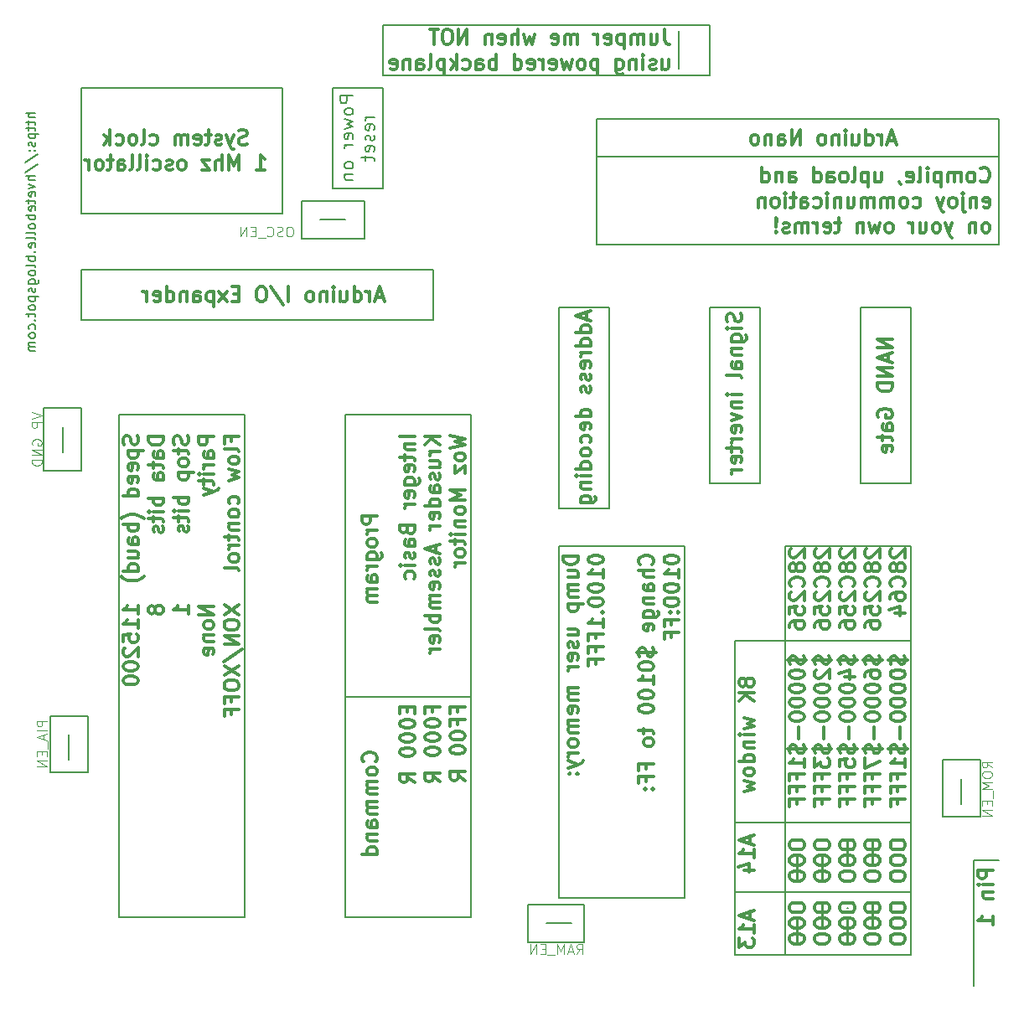
<source format=gbo>
G04 #@! TF.FileFunction,Legend,Bot*
%FSLAX46Y46*%
G04 Gerber Fmt 4.6, Leading zero omitted, Abs format (unit mm)*
G04 Created by KiCad (PCBNEW 4.0.7) date 02/14/19 14:46:03*
%MOMM*%
%LPD*%
G01*
G04 APERTURE LIST*
%ADD10C,0.100000*%
%ADD11C,0.200000*%
%ADD12C,0.150000*%
%ADD13C,0.300000*%
G04 APERTURE END LIST*
D10*
X117562381Y-81081905D02*
X118562381Y-81415238D01*
X117562381Y-81748572D01*
X118562381Y-82081905D02*
X117562381Y-82081905D01*
X117562381Y-82462858D01*
X117610000Y-82558096D01*
X117657619Y-82605715D01*
X117752857Y-82653334D01*
X117895714Y-82653334D01*
X117990952Y-82605715D01*
X118038571Y-82558096D01*
X118086190Y-82462858D01*
X118086190Y-82081905D01*
X118657619Y-82843810D02*
X118657619Y-83605715D01*
X117610000Y-84367620D02*
X117562381Y-84272382D01*
X117562381Y-84129525D01*
X117610000Y-83986667D01*
X117705238Y-83891429D01*
X117800476Y-83843810D01*
X117990952Y-83796191D01*
X118133810Y-83796191D01*
X118324286Y-83843810D01*
X118419524Y-83891429D01*
X118514762Y-83986667D01*
X118562381Y-84129525D01*
X118562381Y-84224763D01*
X118514762Y-84367620D01*
X118467143Y-84415239D01*
X118133810Y-84415239D01*
X118133810Y-84224763D01*
X118562381Y-84843810D02*
X117562381Y-84843810D01*
X118562381Y-85415239D01*
X117562381Y-85415239D01*
X118562381Y-85891429D02*
X117562381Y-85891429D01*
X117562381Y-86129524D01*
X117610000Y-86272382D01*
X117705238Y-86367620D01*
X117800476Y-86415239D01*
X117990952Y-86462858D01*
X118133810Y-86462858D01*
X118324286Y-86415239D01*
X118419524Y-86367620D01*
X118514762Y-86272382D01*
X118562381Y-86129524D01*
X118562381Y-85891429D01*
D11*
X120650000Y-82550000D02*
X120650000Y-85090000D01*
X118745000Y-86995000D02*
X118745000Y-80645000D01*
X122555000Y-86995000D02*
X118745000Y-86995000D01*
X122555000Y-80645000D02*
X122555000Y-86995000D01*
X118745000Y-80645000D02*
X122555000Y-80645000D01*
D10*
X143716429Y-62317381D02*
X143525952Y-62317381D01*
X143430714Y-62365000D01*
X143335476Y-62460238D01*
X143287857Y-62650714D01*
X143287857Y-62984048D01*
X143335476Y-63174524D01*
X143430714Y-63269762D01*
X143525952Y-63317381D01*
X143716429Y-63317381D01*
X143811667Y-63269762D01*
X143906905Y-63174524D01*
X143954524Y-62984048D01*
X143954524Y-62650714D01*
X143906905Y-62460238D01*
X143811667Y-62365000D01*
X143716429Y-62317381D01*
X142906905Y-63269762D02*
X142764048Y-63317381D01*
X142525952Y-63317381D01*
X142430714Y-63269762D01*
X142383095Y-63222143D01*
X142335476Y-63126905D01*
X142335476Y-63031667D01*
X142383095Y-62936429D01*
X142430714Y-62888810D01*
X142525952Y-62841190D01*
X142716429Y-62793571D01*
X142811667Y-62745952D01*
X142859286Y-62698333D01*
X142906905Y-62603095D01*
X142906905Y-62507857D01*
X142859286Y-62412619D01*
X142811667Y-62365000D01*
X142716429Y-62317381D01*
X142478333Y-62317381D01*
X142335476Y-62365000D01*
X141335476Y-63222143D02*
X141383095Y-63269762D01*
X141525952Y-63317381D01*
X141621190Y-63317381D01*
X141764048Y-63269762D01*
X141859286Y-63174524D01*
X141906905Y-63079286D01*
X141954524Y-62888810D01*
X141954524Y-62745952D01*
X141906905Y-62555476D01*
X141859286Y-62460238D01*
X141764048Y-62365000D01*
X141621190Y-62317381D01*
X141525952Y-62317381D01*
X141383095Y-62365000D01*
X141335476Y-62412619D01*
X141145000Y-63412619D02*
X140383095Y-63412619D01*
X140145000Y-62793571D02*
X139811666Y-62793571D01*
X139668809Y-63317381D02*
X140145000Y-63317381D01*
X140145000Y-62317381D01*
X139668809Y-62317381D01*
X139240238Y-63317381D02*
X139240238Y-62317381D01*
X138668809Y-63317381D01*
X138668809Y-62317381D01*
D11*
X146685000Y-61595000D02*
X149225000Y-61595000D01*
X144780000Y-63500000D02*
X144780000Y-59690000D01*
X151130000Y-63500000D02*
X144780000Y-63500000D01*
X151130000Y-59690000D02*
X151130000Y-63500000D01*
X144780000Y-59690000D02*
X151130000Y-59690000D01*
D10*
X119070381Y-112268286D02*
X118070381Y-112268286D01*
X118070381Y-112649239D01*
X118118000Y-112744477D01*
X118165619Y-112792096D01*
X118260857Y-112839715D01*
X118403714Y-112839715D01*
X118498952Y-112792096D01*
X118546571Y-112744477D01*
X118594190Y-112649239D01*
X118594190Y-112268286D01*
X119070381Y-113268286D02*
X118070381Y-113268286D01*
X118784667Y-113696857D02*
X118784667Y-114173048D01*
X119070381Y-113601619D02*
X118070381Y-113934952D01*
X119070381Y-114268286D01*
X119165619Y-114363524D02*
X119165619Y-115125429D01*
X118546571Y-115363524D02*
X118546571Y-115696858D01*
X119070381Y-115839715D02*
X119070381Y-115363524D01*
X118070381Y-115363524D01*
X118070381Y-115839715D01*
X119070381Y-116268286D02*
X118070381Y-116268286D01*
X119070381Y-116839715D01*
X118070381Y-116839715D01*
D11*
X121285000Y-113665000D02*
X121285000Y-116205000D01*
X123190000Y-111760000D02*
X123190000Y-117475000D01*
X119380000Y-111760000D02*
X123190000Y-111760000D01*
X119380000Y-117475000D02*
X119380000Y-111760000D01*
X123190000Y-117475000D02*
X119380000Y-117475000D01*
D12*
X117927381Y-50864998D02*
X116927381Y-50864998D01*
X117927381Y-51293570D02*
X117403571Y-51293570D01*
X117308333Y-51245951D01*
X117260714Y-51150713D01*
X117260714Y-51007855D01*
X117308333Y-50912617D01*
X117355952Y-50864998D01*
X117260714Y-51626903D02*
X117260714Y-52007855D01*
X116927381Y-51769760D02*
X117784524Y-51769760D01*
X117879762Y-51817379D01*
X117927381Y-51912617D01*
X117927381Y-52007855D01*
X117260714Y-52198332D02*
X117260714Y-52579284D01*
X116927381Y-52341189D02*
X117784524Y-52341189D01*
X117879762Y-52388808D01*
X117927381Y-52484046D01*
X117927381Y-52579284D01*
X117260714Y-52912618D02*
X118260714Y-52912618D01*
X117308333Y-52912618D02*
X117260714Y-53007856D01*
X117260714Y-53198333D01*
X117308333Y-53293571D01*
X117355952Y-53341190D01*
X117451190Y-53388809D01*
X117736905Y-53388809D01*
X117832143Y-53341190D01*
X117879762Y-53293571D01*
X117927381Y-53198333D01*
X117927381Y-53007856D01*
X117879762Y-52912618D01*
X117879762Y-53769761D02*
X117927381Y-53864999D01*
X117927381Y-54055475D01*
X117879762Y-54150714D01*
X117784524Y-54198333D01*
X117736905Y-54198333D01*
X117641667Y-54150714D01*
X117594048Y-54055475D01*
X117594048Y-53912618D01*
X117546429Y-53817380D01*
X117451190Y-53769761D01*
X117403571Y-53769761D01*
X117308333Y-53817380D01*
X117260714Y-53912618D01*
X117260714Y-54055475D01*
X117308333Y-54150714D01*
X117832143Y-54626904D02*
X117879762Y-54674523D01*
X117927381Y-54626904D01*
X117879762Y-54579285D01*
X117832143Y-54626904D01*
X117927381Y-54626904D01*
X117308333Y-54626904D02*
X117355952Y-54674523D01*
X117403571Y-54626904D01*
X117355952Y-54579285D01*
X117308333Y-54626904D01*
X117403571Y-54626904D01*
X116879762Y-55817380D02*
X118165476Y-54960237D01*
X116879762Y-56864999D02*
X118165476Y-56007856D01*
X117927381Y-57198332D02*
X116927381Y-57198332D01*
X117927381Y-57626904D02*
X117403571Y-57626904D01*
X117308333Y-57579285D01*
X117260714Y-57484047D01*
X117260714Y-57341189D01*
X117308333Y-57245951D01*
X117355952Y-57198332D01*
X117260714Y-58007856D02*
X117927381Y-58245951D01*
X117260714Y-58484047D01*
X117879762Y-59245952D02*
X117927381Y-59150714D01*
X117927381Y-58960237D01*
X117879762Y-58864999D01*
X117784524Y-58817380D01*
X117403571Y-58817380D01*
X117308333Y-58864999D01*
X117260714Y-58960237D01*
X117260714Y-59150714D01*
X117308333Y-59245952D01*
X117403571Y-59293571D01*
X117498810Y-59293571D01*
X117594048Y-58817380D01*
X117260714Y-59579285D02*
X117260714Y-59960237D01*
X116927381Y-59722142D02*
X117784524Y-59722142D01*
X117879762Y-59769761D01*
X117927381Y-59864999D01*
X117927381Y-59960237D01*
X117879762Y-60674524D02*
X117927381Y-60579286D01*
X117927381Y-60388809D01*
X117879762Y-60293571D01*
X117784524Y-60245952D01*
X117403571Y-60245952D01*
X117308333Y-60293571D01*
X117260714Y-60388809D01*
X117260714Y-60579286D01*
X117308333Y-60674524D01*
X117403571Y-60722143D01*
X117498810Y-60722143D01*
X117594048Y-60245952D01*
X117927381Y-61150714D02*
X116927381Y-61150714D01*
X117308333Y-61150714D02*
X117260714Y-61245952D01*
X117260714Y-61436429D01*
X117308333Y-61531667D01*
X117355952Y-61579286D01*
X117451190Y-61626905D01*
X117736905Y-61626905D01*
X117832143Y-61579286D01*
X117879762Y-61531667D01*
X117927381Y-61436429D01*
X117927381Y-61245952D01*
X117879762Y-61150714D01*
X117927381Y-62198333D02*
X117879762Y-62103095D01*
X117832143Y-62055476D01*
X117736905Y-62007857D01*
X117451190Y-62007857D01*
X117355952Y-62055476D01*
X117308333Y-62103095D01*
X117260714Y-62198333D01*
X117260714Y-62341191D01*
X117308333Y-62436429D01*
X117355952Y-62484048D01*
X117451190Y-62531667D01*
X117736905Y-62531667D01*
X117832143Y-62484048D01*
X117879762Y-62436429D01*
X117927381Y-62341191D01*
X117927381Y-62198333D01*
X117927381Y-63103095D02*
X117879762Y-63007857D01*
X117784524Y-62960238D01*
X116927381Y-62960238D01*
X117927381Y-63626905D02*
X117879762Y-63531667D01*
X117784524Y-63484048D01*
X116927381Y-63484048D01*
X117879762Y-64388811D02*
X117927381Y-64293573D01*
X117927381Y-64103096D01*
X117879762Y-64007858D01*
X117784524Y-63960239D01*
X117403571Y-63960239D01*
X117308333Y-64007858D01*
X117260714Y-64103096D01*
X117260714Y-64293573D01*
X117308333Y-64388811D01*
X117403571Y-64436430D01*
X117498810Y-64436430D01*
X117594048Y-63960239D01*
X117832143Y-64865001D02*
X117879762Y-64912620D01*
X117927381Y-64865001D01*
X117879762Y-64817382D01*
X117832143Y-64865001D01*
X117927381Y-64865001D01*
X117927381Y-65341191D02*
X116927381Y-65341191D01*
X117308333Y-65341191D02*
X117260714Y-65436429D01*
X117260714Y-65626906D01*
X117308333Y-65722144D01*
X117355952Y-65769763D01*
X117451190Y-65817382D01*
X117736905Y-65817382D01*
X117832143Y-65769763D01*
X117879762Y-65722144D01*
X117927381Y-65626906D01*
X117927381Y-65436429D01*
X117879762Y-65341191D01*
X117927381Y-66388810D02*
X117879762Y-66293572D01*
X117784524Y-66245953D01*
X116927381Y-66245953D01*
X117927381Y-66912620D02*
X117879762Y-66817382D01*
X117832143Y-66769763D01*
X117736905Y-66722144D01*
X117451190Y-66722144D01*
X117355952Y-66769763D01*
X117308333Y-66817382D01*
X117260714Y-66912620D01*
X117260714Y-67055478D01*
X117308333Y-67150716D01*
X117355952Y-67198335D01*
X117451190Y-67245954D01*
X117736905Y-67245954D01*
X117832143Y-67198335D01*
X117879762Y-67150716D01*
X117927381Y-67055478D01*
X117927381Y-66912620D01*
X117260714Y-68103097D02*
X118070238Y-68103097D01*
X118165476Y-68055478D01*
X118213095Y-68007859D01*
X118260714Y-67912620D01*
X118260714Y-67769763D01*
X118213095Y-67674525D01*
X117879762Y-68103097D02*
X117927381Y-68007859D01*
X117927381Y-67817382D01*
X117879762Y-67722144D01*
X117832143Y-67674525D01*
X117736905Y-67626906D01*
X117451190Y-67626906D01*
X117355952Y-67674525D01*
X117308333Y-67722144D01*
X117260714Y-67817382D01*
X117260714Y-68007859D01*
X117308333Y-68103097D01*
X117879762Y-68531668D02*
X117927381Y-68626906D01*
X117927381Y-68817382D01*
X117879762Y-68912621D01*
X117784524Y-68960240D01*
X117736905Y-68960240D01*
X117641667Y-68912621D01*
X117594048Y-68817382D01*
X117594048Y-68674525D01*
X117546429Y-68579287D01*
X117451190Y-68531668D01*
X117403571Y-68531668D01*
X117308333Y-68579287D01*
X117260714Y-68674525D01*
X117260714Y-68817382D01*
X117308333Y-68912621D01*
X117260714Y-69388811D02*
X118260714Y-69388811D01*
X117308333Y-69388811D02*
X117260714Y-69484049D01*
X117260714Y-69674526D01*
X117308333Y-69769764D01*
X117355952Y-69817383D01*
X117451190Y-69865002D01*
X117736905Y-69865002D01*
X117832143Y-69817383D01*
X117879762Y-69769764D01*
X117927381Y-69674526D01*
X117927381Y-69484049D01*
X117879762Y-69388811D01*
X117927381Y-70436430D02*
X117879762Y-70341192D01*
X117832143Y-70293573D01*
X117736905Y-70245954D01*
X117451190Y-70245954D01*
X117355952Y-70293573D01*
X117308333Y-70341192D01*
X117260714Y-70436430D01*
X117260714Y-70579288D01*
X117308333Y-70674526D01*
X117355952Y-70722145D01*
X117451190Y-70769764D01*
X117736905Y-70769764D01*
X117832143Y-70722145D01*
X117879762Y-70674526D01*
X117927381Y-70579288D01*
X117927381Y-70436430D01*
X117260714Y-71055478D02*
X117260714Y-71436430D01*
X116927381Y-71198335D02*
X117784524Y-71198335D01*
X117879762Y-71245954D01*
X117927381Y-71341192D01*
X117927381Y-71436430D01*
X117832143Y-71769764D02*
X117879762Y-71817383D01*
X117927381Y-71769764D01*
X117879762Y-71722145D01*
X117832143Y-71769764D01*
X117927381Y-71769764D01*
X117879762Y-72674526D02*
X117927381Y-72579288D01*
X117927381Y-72388811D01*
X117879762Y-72293573D01*
X117832143Y-72245954D01*
X117736905Y-72198335D01*
X117451190Y-72198335D01*
X117355952Y-72245954D01*
X117308333Y-72293573D01*
X117260714Y-72388811D01*
X117260714Y-72579288D01*
X117308333Y-72674526D01*
X117927381Y-73245954D02*
X117879762Y-73150716D01*
X117832143Y-73103097D01*
X117736905Y-73055478D01*
X117451190Y-73055478D01*
X117355952Y-73103097D01*
X117308333Y-73150716D01*
X117260714Y-73245954D01*
X117260714Y-73388812D01*
X117308333Y-73484050D01*
X117355952Y-73531669D01*
X117451190Y-73579288D01*
X117736905Y-73579288D01*
X117832143Y-73531669D01*
X117879762Y-73484050D01*
X117927381Y-73388812D01*
X117927381Y-73245954D01*
X117927381Y-74007859D02*
X117260714Y-74007859D01*
X117355952Y-74007859D02*
X117308333Y-74055478D01*
X117260714Y-74150716D01*
X117260714Y-74293574D01*
X117308333Y-74388812D01*
X117403571Y-74436431D01*
X117927381Y-74436431D01*
X117403571Y-74436431D02*
X117308333Y-74484050D01*
X117260714Y-74579288D01*
X117260714Y-74722145D01*
X117308333Y-74817383D01*
X117403571Y-74865002D01*
X117927381Y-74865002D01*
D11*
X169545000Y-132715000D02*
X172085000Y-132715000D01*
D10*
X172608619Y-135834381D02*
X172941953Y-135358190D01*
X173180048Y-135834381D02*
X173180048Y-134834381D01*
X172799095Y-134834381D01*
X172703857Y-134882000D01*
X172656238Y-134929619D01*
X172608619Y-135024857D01*
X172608619Y-135167714D01*
X172656238Y-135262952D01*
X172703857Y-135310571D01*
X172799095Y-135358190D01*
X173180048Y-135358190D01*
X172227667Y-135548667D02*
X171751476Y-135548667D01*
X172322905Y-135834381D02*
X171989572Y-134834381D01*
X171656238Y-135834381D01*
X171322905Y-135834381D02*
X171322905Y-134834381D01*
X170989571Y-135548667D01*
X170656238Y-134834381D01*
X170656238Y-135834381D01*
X170418143Y-135929619D02*
X169656238Y-135929619D01*
X169418143Y-135310571D02*
X169084809Y-135310571D01*
X168941952Y-135834381D02*
X169418143Y-135834381D01*
X169418143Y-134834381D01*
X168941952Y-134834381D01*
X168513381Y-135834381D02*
X168513381Y-134834381D01*
X167941952Y-135834381D01*
X167941952Y-134834381D01*
D11*
X167640000Y-134620000D02*
X167640000Y-130810000D01*
X173355000Y-134620000D02*
X167640000Y-134620000D01*
X173355000Y-130810000D02*
X173355000Y-134620000D01*
X167640000Y-130810000D02*
X173355000Y-130810000D01*
X212725000Y-133985000D02*
X212725000Y-139065000D01*
D10*
X214574381Y-116983143D02*
X214098190Y-116649809D01*
X214574381Y-116411714D02*
X213574381Y-116411714D01*
X213574381Y-116792667D01*
X213622000Y-116887905D01*
X213669619Y-116935524D01*
X213764857Y-116983143D01*
X213907714Y-116983143D01*
X214002952Y-116935524D01*
X214050571Y-116887905D01*
X214098190Y-116792667D01*
X214098190Y-116411714D01*
X213574381Y-117602190D02*
X213574381Y-117792667D01*
X213622000Y-117887905D01*
X213717238Y-117983143D01*
X213907714Y-118030762D01*
X214241048Y-118030762D01*
X214431524Y-117983143D01*
X214526762Y-117887905D01*
X214574381Y-117792667D01*
X214574381Y-117602190D01*
X214526762Y-117506952D01*
X214431524Y-117411714D01*
X214241048Y-117364095D01*
X213907714Y-117364095D01*
X213717238Y-117411714D01*
X213622000Y-117506952D01*
X213574381Y-117602190D01*
X214574381Y-118459333D02*
X213574381Y-118459333D01*
X214288667Y-118792667D01*
X213574381Y-119126000D01*
X214574381Y-119126000D01*
X214669619Y-119364095D02*
X214669619Y-120126000D01*
X214050571Y-120364095D02*
X214050571Y-120697429D01*
X214574381Y-120840286D02*
X214574381Y-120364095D01*
X213574381Y-120364095D01*
X213574381Y-120840286D01*
X214574381Y-121268857D02*
X213574381Y-121268857D01*
X214574381Y-121840286D01*
X213574381Y-121840286D01*
D11*
X211455000Y-118110000D02*
X211455000Y-120650000D01*
X209550000Y-116205000D02*
X209550000Y-121920000D01*
X213360000Y-116205000D02*
X209550000Y-116205000D01*
X213360000Y-121920000D02*
X213360000Y-116205000D01*
X209550000Y-121920000D02*
X213360000Y-121920000D01*
X153035000Y-46990000D02*
X157480000Y-46990000D01*
X153035000Y-41910000D02*
X153035000Y-46990000D01*
X157480000Y-41910000D02*
X153035000Y-41910000D01*
X157480000Y-41910000D02*
X158750000Y-41910000D01*
X158750000Y-46990000D02*
X157480000Y-46990000D01*
D13*
X181459286Y-42353571D02*
X181459286Y-43425000D01*
X181530714Y-43639286D01*
X181673571Y-43782143D01*
X181887857Y-43853571D01*
X182030714Y-43853571D01*
X180102143Y-42853571D02*
X180102143Y-43853571D01*
X180745000Y-42853571D02*
X180745000Y-43639286D01*
X180673572Y-43782143D01*
X180530714Y-43853571D01*
X180316429Y-43853571D01*
X180173572Y-43782143D01*
X180102143Y-43710714D01*
X179387857Y-43853571D02*
X179387857Y-42853571D01*
X179387857Y-42996429D02*
X179316429Y-42925000D01*
X179173571Y-42853571D01*
X178959286Y-42853571D01*
X178816429Y-42925000D01*
X178745000Y-43067857D01*
X178745000Y-43853571D01*
X178745000Y-43067857D02*
X178673571Y-42925000D01*
X178530714Y-42853571D01*
X178316429Y-42853571D01*
X178173571Y-42925000D01*
X178102143Y-43067857D01*
X178102143Y-43853571D01*
X177387857Y-42853571D02*
X177387857Y-44353571D01*
X177387857Y-42925000D02*
X177245000Y-42853571D01*
X176959286Y-42853571D01*
X176816429Y-42925000D01*
X176745000Y-42996429D01*
X176673571Y-43139286D01*
X176673571Y-43567857D01*
X176745000Y-43710714D01*
X176816429Y-43782143D01*
X176959286Y-43853571D01*
X177245000Y-43853571D01*
X177387857Y-43782143D01*
X175459286Y-43782143D02*
X175602143Y-43853571D01*
X175887857Y-43853571D01*
X176030714Y-43782143D01*
X176102143Y-43639286D01*
X176102143Y-43067857D01*
X176030714Y-42925000D01*
X175887857Y-42853571D01*
X175602143Y-42853571D01*
X175459286Y-42925000D01*
X175387857Y-43067857D01*
X175387857Y-43210714D01*
X176102143Y-43353571D01*
X174745000Y-43853571D02*
X174745000Y-42853571D01*
X174745000Y-43139286D02*
X174673572Y-42996429D01*
X174602143Y-42925000D01*
X174459286Y-42853571D01*
X174316429Y-42853571D01*
X172673572Y-43853571D02*
X172673572Y-42853571D01*
X172673572Y-42996429D02*
X172602144Y-42925000D01*
X172459286Y-42853571D01*
X172245001Y-42853571D01*
X172102144Y-42925000D01*
X172030715Y-43067857D01*
X172030715Y-43853571D01*
X172030715Y-43067857D02*
X171959286Y-42925000D01*
X171816429Y-42853571D01*
X171602144Y-42853571D01*
X171459286Y-42925000D01*
X171387858Y-43067857D01*
X171387858Y-43853571D01*
X170102144Y-43782143D02*
X170245001Y-43853571D01*
X170530715Y-43853571D01*
X170673572Y-43782143D01*
X170745001Y-43639286D01*
X170745001Y-43067857D01*
X170673572Y-42925000D01*
X170530715Y-42853571D01*
X170245001Y-42853571D01*
X170102144Y-42925000D01*
X170030715Y-43067857D01*
X170030715Y-43210714D01*
X170745001Y-43353571D01*
X168387858Y-42853571D02*
X168102144Y-43853571D01*
X167816430Y-43139286D01*
X167530715Y-43853571D01*
X167245001Y-42853571D01*
X166673572Y-43853571D02*
X166673572Y-42353571D01*
X166030715Y-43853571D02*
X166030715Y-43067857D01*
X166102144Y-42925000D01*
X166245001Y-42853571D01*
X166459286Y-42853571D01*
X166602144Y-42925000D01*
X166673572Y-42996429D01*
X164745001Y-43782143D02*
X164887858Y-43853571D01*
X165173572Y-43853571D01*
X165316429Y-43782143D01*
X165387858Y-43639286D01*
X165387858Y-43067857D01*
X165316429Y-42925000D01*
X165173572Y-42853571D01*
X164887858Y-42853571D01*
X164745001Y-42925000D01*
X164673572Y-43067857D01*
X164673572Y-43210714D01*
X165387858Y-43353571D01*
X164030715Y-42853571D02*
X164030715Y-43853571D01*
X164030715Y-42996429D02*
X163959287Y-42925000D01*
X163816429Y-42853571D01*
X163602144Y-42853571D01*
X163459287Y-42925000D01*
X163387858Y-43067857D01*
X163387858Y-43853571D01*
X161530715Y-43853571D02*
X161530715Y-42353571D01*
X160673572Y-43853571D01*
X160673572Y-42353571D01*
X159673572Y-42353571D02*
X159387858Y-42353571D01*
X159245000Y-42425000D01*
X159102143Y-42567857D01*
X159030715Y-42853571D01*
X159030715Y-43353571D01*
X159102143Y-43639286D01*
X159245000Y-43782143D01*
X159387858Y-43853571D01*
X159673572Y-43853571D01*
X159816429Y-43782143D01*
X159959286Y-43639286D01*
X160030715Y-43353571D01*
X160030715Y-42853571D01*
X159959286Y-42567857D01*
X159816429Y-42425000D01*
X159673572Y-42353571D01*
X158602143Y-42353571D02*
X157745000Y-42353571D01*
X158173571Y-43853571D02*
X158173571Y-42353571D01*
X181245000Y-45403571D02*
X181245000Y-46403571D01*
X181887857Y-45403571D02*
X181887857Y-46189286D01*
X181816429Y-46332143D01*
X181673571Y-46403571D01*
X181459286Y-46403571D01*
X181316429Y-46332143D01*
X181245000Y-46260714D01*
X180602143Y-46332143D02*
X180459286Y-46403571D01*
X180173571Y-46403571D01*
X180030714Y-46332143D01*
X179959286Y-46189286D01*
X179959286Y-46117857D01*
X180030714Y-45975000D01*
X180173571Y-45903571D01*
X180387857Y-45903571D01*
X180530714Y-45832143D01*
X180602143Y-45689286D01*
X180602143Y-45617857D01*
X180530714Y-45475000D01*
X180387857Y-45403571D01*
X180173571Y-45403571D01*
X180030714Y-45475000D01*
X179316428Y-46403571D02*
X179316428Y-45403571D01*
X179316428Y-44903571D02*
X179387857Y-44975000D01*
X179316428Y-45046429D01*
X179245000Y-44975000D01*
X179316428Y-44903571D01*
X179316428Y-45046429D01*
X178602142Y-45403571D02*
X178602142Y-46403571D01*
X178602142Y-45546429D02*
X178530714Y-45475000D01*
X178387856Y-45403571D01*
X178173571Y-45403571D01*
X178030714Y-45475000D01*
X177959285Y-45617857D01*
X177959285Y-46403571D01*
X176602142Y-45403571D02*
X176602142Y-46617857D01*
X176673571Y-46760714D01*
X176744999Y-46832143D01*
X176887856Y-46903571D01*
X177102142Y-46903571D01*
X177244999Y-46832143D01*
X176602142Y-46332143D02*
X176744999Y-46403571D01*
X177030713Y-46403571D01*
X177173571Y-46332143D01*
X177244999Y-46260714D01*
X177316428Y-46117857D01*
X177316428Y-45689286D01*
X177244999Y-45546429D01*
X177173571Y-45475000D01*
X177030713Y-45403571D01*
X176744999Y-45403571D01*
X176602142Y-45475000D01*
X174744999Y-45403571D02*
X174744999Y-46903571D01*
X174744999Y-45475000D02*
X174602142Y-45403571D01*
X174316428Y-45403571D01*
X174173571Y-45475000D01*
X174102142Y-45546429D01*
X174030713Y-45689286D01*
X174030713Y-46117857D01*
X174102142Y-46260714D01*
X174173571Y-46332143D01*
X174316428Y-46403571D01*
X174602142Y-46403571D01*
X174744999Y-46332143D01*
X173173570Y-46403571D02*
X173316428Y-46332143D01*
X173387856Y-46260714D01*
X173459285Y-46117857D01*
X173459285Y-45689286D01*
X173387856Y-45546429D01*
X173316428Y-45475000D01*
X173173570Y-45403571D01*
X172959285Y-45403571D01*
X172816428Y-45475000D01*
X172744999Y-45546429D01*
X172673570Y-45689286D01*
X172673570Y-46117857D01*
X172744999Y-46260714D01*
X172816428Y-46332143D01*
X172959285Y-46403571D01*
X173173570Y-46403571D01*
X172173570Y-45403571D02*
X171887856Y-46403571D01*
X171602142Y-45689286D01*
X171316427Y-46403571D01*
X171030713Y-45403571D01*
X169887856Y-46332143D02*
X170030713Y-46403571D01*
X170316427Y-46403571D01*
X170459284Y-46332143D01*
X170530713Y-46189286D01*
X170530713Y-45617857D01*
X170459284Y-45475000D01*
X170316427Y-45403571D01*
X170030713Y-45403571D01*
X169887856Y-45475000D01*
X169816427Y-45617857D01*
X169816427Y-45760714D01*
X170530713Y-45903571D01*
X169173570Y-46403571D02*
X169173570Y-45403571D01*
X169173570Y-45689286D02*
X169102142Y-45546429D01*
X169030713Y-45475000D01*
X168887856Y-45403571D01*
X168744999Y-45403571D01*
X167673571Y-46332143D02*
X167816428Y-46403571D01*
X168102142Y-46403571D01*
X168244999Y-46332143D01*
X168316428Y-46189286D01*
X168316428Y-45617857D01*
X168244999Y-45475000D01*
X168102142Y-45403571D01*
X167816428Y-45403571D01*
X167673571Y-45475000D01*
X167602142Y-45617857D01*
X167602142Y-45760714D01*
X168316428Y-45903571D01*
X166316428Y-46403571D02*
X166316428Y-44903571D01*
X166316428Y-46332143D02*
X166459285Y-46403571D01*
X166744999Y-46403571D01*
X166887857Y-46332143D01*
X166959285Y-46260714D01*
X167030714Y-46117857D01*
X167030714Y-45689286D01*
X166959285Y-45546429D01*
X166887857Y-45475000D01*
X166744999Y-45403571D01*
X166459285Y-45403571D01*
X166316428Y-45475000D01*
X164459285Y-46403571D02*
X164459285Y-44903571D01*
X164459285Y-45475000D02*
X164316428Y-45403571D01*
X164030714Y-45403571D01*
X163887857Y-45475000D01*
X163816428Y-45546429D01*
X163744999Y-45689286D01*
X163744999Y-46117857D01*
X163816428Y-46260714D01*
X163887857Y-46332143D01*
X164030714Y-46403571D01*
X164316428Y-46403571D01*
X164459285Y-46332143D01*
X162459285Y-46403571D02*
X162459285Y-45617857D01*
X162530714Y-45475000D01*
X162673571Y-45403571D01*
X162959285Y-45403571D01*
X163102142Y-45475000D01*
X162459285Y-46332143D02*
X162602142Y-46403571D01*
X162959285Y-46403571D01*
X163102142Y-46332143D01*
X163173571Y-46189286D01*
X163173571Y-46046429D01*
X163102142Y-45903571D01*
X162959285Y-45832143D01*
X162602142Y-45832143D01*
X162459285Y-45760714D01*
X161102142Y-46332143D02*
X161244999Y-46403571D01*
X161530713Y-46403571D01*
X161673571Y-46332143D01*
X161744999Y-46260714D01*
X161816428Y-46117857D01*
X161816428Y-45689286D01*
X161744999Y-45546429D01*
X161673571Y-45475000D01*
X161530713Y-45403571D01*
X161244999Y-45403571D01*
X161102142Y-45475000D01*
X160459285Y-46403571D02*
X160459285Y-44903571D01*
X160316428Y-45832143D02*
X159887857Y-46403571D01*
X159887857Y-45403571D02*
X160459285Y-45975000D01*
X159244999Y-45403571D02*
X159244999Y-46903571D01*
X159244999Y-45475000D02*
X159102142Y-45403571D01*
X158816428Y-45403571D01*
X158673571Y-45475000D01*
X158602142Y-45546429D01*
X158530713Y-45689286D01*
X158530713Y-46117857D01*
X158602142Y-46260714D01*
X158673571Y-46332143D01*
X158816428Y-46403571D01*
X159102142Y-46403571D01*
X159244999Y-46332143D01*
X157673570Y-46403571D02*
X157816428Y-46332143D01*
X157887856Y-46189286D01*
X157887856Y-44903571D01*
X156459285Y-46403571D02*
X156459285Y-45617857D01*
X156530714Y-45475000D01*
X156673571Y-45403571D01*
X156959285Y-45403571D01*
X157102142Y-45475000D01*
X156459285Y-46332143D02*
X156602142Y-46403571D01*
X156959285Y-46403571D01*
X157102142Y-46332143D01*
X157173571Y-46189286D01*
X157173571Y-46046429D01*
X157102142Y-45903571D01*
X156959285Y-45832143D01*
X156602142Y-45832143D01*
X156459285Y-45760714D01*
X155744999Y-45403571D02*
X155744999Y-46403571D01*
X155744999Y-45546429D02*
X155673571Y-45475000D01*
X155530713Y-45403571D01*
X155316428Y-45403571D01*
X155173571Y-45475000D01*
X155102142Y-45617857D01*
X155102142Y-46403571D01*
X153816428Y-46332143D02*
X153959285Y-46403571D01*
X154244999Y-46403571D01*
X154387856Y-46332143D01*
X154459285Y-46189286D01*
X154459285Y-45617857D01*
X154387856Y-45475000D01*
X154244999Y-45403571D01*
X153959285Y-45403571D01*
X153816428Y-45475000D01*
X153744999Y-45617857D01*
X153744999Y-45760714D01*
X154459285Y-45903571D01*
X214673571Y-127357143D02*
X213173571Y-127357143D01*
X213173571Y-127928571D01*
X213245000Y-128071429D01*
X213316429Y-128142857D01*
X213459286Y-128214286D01*
X213673571Y-128214286D01*
X213816429Y-128142857D01*
X213887857Y-128071429D01*
X213959286Y-127928571D01*
X213959286Y-127357143D01*
X214673571Y-128857143D02*
X213673571Y-128857143D01*
X213173571Y-128857143D02*
X213245000Y-128785714D01*
X213316429Y-128857143D01*
X213245000Y-128928571D01*
X213173571Y-128857143D01*
X213316429Y-128857143D01*
X213673571Y-129571429D02*
X214673571Y-129571429D01*
X213816429Y-129571429D02*
X213745000Y-129642857D01*
X213673571Y-129785715D01*
X213673571Y-130000000D01*
X213745000Y-130142857D01*
X213887857Y-130214286D01*
X214673571Y-130214286D01*
X214673571Y-132857143D02*
X214673571Y-132000000D01*
X214673571Y-132428572D02*
X213173571Y-132428572D01*
X213387857Y-132285715D01*
X213530714Y-132142857D01*
X213602143Y-132000000D01*
D11*
X212725000Y-126365000D02*
X212725000Y-133985000D01*
X215265000Y-126365000D02*
X212725000Y-126365000D01*
X182880000Y-42545000D02*
X182880000Y-46355000D01*
X158750000Y-46990000D02*
X186055000Y-46990000D01*
X186055000Y-41910000D02*
X158750000Y-41910000D01*
X186055000Y-46990000D02*
X186055000Y-41910000D01*
X215265000Y-55245000D02*
X174625000Y-55245000D01*
D13*
X204770715Y-53590000D02*
X204056429Y-53590000D01*
X204913572Y-54018571D02*
X204413572Y-52518571D01*
X203913572Y-54018571D01*
X203413572Y-54018571D02*
X203413572Y-53018571D01*
X203413572Y-53304286D02*
X203342144Y-53161429D01*
X203270715Y-53090000D01*
X203127858Y-53018571D01*
X202985001Y-53018571D01*
X201842144Y-54018571D02*
X201842144Y-52518571D01*
X201842144Y-53947143D02*
X201985001Y-54018571D01*
X202270715Y-54018571D01*
X202413573Y-53947143D01*
X202485001Y-53875714D01*
X202556430Y-53732857D01*
X202556430Y-53304286D01*
X202485001Y-53161429D01*
X202413573Y-53090000D01*
X202270715Y-53018571D01*
X201985001Y-53018571D01*
X201842144Y-53090000D01*
X200485001Y-53018571D02*
X200485001Y-54018571D01*
X201127858Y-53018571D02*
X201127858Y-53804286D01*
X201056430Y-53947143D01*
X200913572Y-54018571D01*
X200699287Y-54018571D01*
X200556430Y-53947143D01*
X200485001Y-53875714D01*
X199770715Y-54018571D02*
X199770715Y-53018571D01*
X199770715Y-52518571D02*
X199842144Y-52590000D01*
X199770715Y-52661429D01*
X199699287Y-52590000D01*
X199770715Y-52518571D01*
X199770715Y-52661429D01*
X199056429Y-53018571D02*
X199056429Y-54018571D01*
X199056429Y-53161429D02*
X198985001Y-53090000D01*
X198842143Y-53018571D01*
X198627858Y-53018571D01*
X198485001Y-53090000D01*
X198413572Y-53232857D01*
X198413572Y-54018571D01*
X197485000Y-54018571D02*
X197627858Y-53947143D01*
X197699286Y-53875714D01*
X197770715Y-53732857D01*
X197770715Y-53304286D01*
X197699286Y-53161429D01*
X197627858Y-53090000D01*
X197485000Y-53018571D01*
X197270715Y-53018571D01*
X197127858Y-53090000D01*
X197056429Y-53161429D01*
X196985000Y-53304286D01*
X196985000Y-53732857D01*
X197056429Y-53875714D01*
X197127858Y-53947143D01*
X197270715Y-54018571D01*
X197485000Y-54018571D01*
X195199286Y-54018571D02*
X195199286Y-52518571D01*
X194342143Y-54018571D01*
X194342143Y-52518571D01*
X192985000Y-54018571D02*
X192985000Y-53232857D01*
X193056429Y-53090000D01*
X193199286Y-53018571D01*
X193485000Y-53018571D01*
X193627857Y-53090000D01*
X192985000Y-53947143D02*
X193127857Y-54018571D01*
X193485000Y-54018571D01*
X193627857Y-53947143D01*
X193699286Y-53804286D01*
X193699286Y-53661429D01*
X193627857Y-53518571D01*
X193485000Y-53447143D01*
X193127857Y-53447143D01*
X192985000Y-53375714D01*
X192270714Y-53018571D02*
X192270714Y-54018571D01*
X192270714Y-53161429D02*
X192199286Y-53090000D01*
X192056428Y-53018571D01*
X191842143Y-53018571D01*
X191699286Y-53090000D01*
X191627857Y-53232857D01*
X191627857Y-54018571D01*
X190699285Y-54018571D02*
X190842143Y-53947143D01*
X190913571Y-53875714D01*
X190985000Y-53732857D01*
X190985000Y-53304286D01*
X190913571Y-53161429D01*
X190842143Y-53090000D01*
X190699285Y-53018571D01*
X190485000Y-53018571D01*
X190342143Y-53090000D01*
X190270714Y-53161429D01*
X190199285Y-53304286D01*
X190199285Y-53732857D01*
X190270714Y-53875714D01*
X190342143Y-53947143D01*
X190485000Y-54018571D01*
X190699285Y-54018571D01*
X213415714Y-57675714D02*
X213487143Y-57747143D01*
X213701429Y-57818571D01*
X213844286Y-57818571D01*
X214058571Y-57747143D01*
X214201429Y-57604286D01*
X214272857Y-57461429D01*
X214344286Y-57175714D01*
X214344286Y-56961429D01*
X214272857Y-56675714D01*
X214201429Y-56532857D01*
X214058571Y-56390000D01*
X213844286Y-56318571D01*
X213701429Y-56318571D01*
X213487143Y-56390000D01*
X213415714Y-56461429D01*
X212558571Y-57818571D02*
X212701429Y-57747143D01*
X212772857Y-57675714D01*
X212844286Y-57532857D01*
X212844286Y-57104286D01*
X212772857Y-56961429D01*
X212701429Y-56890000D01*
X212558571Y-56818571D01*
X212344286Y-56818571D01*
X212201429Y-56890000D01*
X212130000Y-56961429D01*
X212058571Y-57104286D01*
X212058571Y-57532857D01*
X212130000Y-57675714D01*
X212201429Y-57747143D01*
X212344286Y-57818571D01*
X212558571Y-57818571D01*
X211415714Y-57818571D02*
X211415714Y-56818571D01*
X211415714Y-56961429D02*
X211344286Y-56890000D01*
X211201428Y-56818571D01*
X210987143Y-56818571D01*
X210844286Y-56890000D01*
X210772857Y-57032857D01*
X210772857Y-57818571D01*
X210772857Y-57032857D02*
X210701428Y-56890000D01*
X210558571Y-56818571D01*
X210344286Y-56818571D01*
X210201428Y-56890000D01*
X210130000Y-57032857D01*
X210130000Y-57818571D01*
X209415714Y-56818571D02*
X209415714Y-58318571D01*
X209415714Y-56890000D02*
X209272857Y-56818571D01*
X208987143Y-56818571D01*
X208844286Y-56890000D01*
X208772857Y-56961429D01*
X208701428Y-57104286D01*
X208701428Y-57532857D01*
X208772857Y-57675714D01*
X208844286Y-57747143D01*
X208987143Y-57818571D01*
X209272857Y-57818571D01*
X209415714Y-57747143D01*
X208058571Y-57818571D02*
X208058571Y-56818571D01*
X208058571Y-56318571D02*
X208130000Y-56390000D01*
X208058571Y-56461429D01*
X207987143Y-56390000D01*
X208058571Y-56318571D01*
X208058571Y-56461429D01*
X207129999Y-57818571D02*
X207272857Y-57747143D01*
X207344285Y-57604286D01*
X207344285Y-56318571D01*
X205987143Y-57747143D02*
X206130000Y-57818571D01*
X206415714Y-57818571D01*
X206558571Y-57747143D01*
X206630000Y-57604286D01*
X206630000Y-57032857D01*
X206558571Y-56890000D01*
X206415714Y-56818571D01*
X206130000Y-56818571D01*
X205987143Y-56890000D01*
X205915714Y-57032857D01*
X205915714Y-57175714D01*
X206630000Y-57318571D01*
X205201429Y-57747143D02*
X205201429Y-57818571D01*
X205272857Y-57961429D01*
X205344286Y-58032857D01*
X202772857Y-56818571D02*
X202772857Y-57818571D01*
X203415714Y-56818571D02*
X203415714Y-57604286D01*
X203344286Y-57747143D01*
X203201428Y-57818571D01*
X202987143Y-57818571D01*
X202844286Y-57747143D01*
X202772857Y-57675714D01*
X202058571Y-56818571D02*
X202058571Y-58318571D01*
X202058571Y-56890000D02*
X201915714Y-56818571D01*
X201630000Y-56818571D01*
X201487143Y-56890000D01*
X201415714Y-56961429D01*
X201344285Y-57104286D01*
X201344285Y-57532857D01*
X201415714Y-57675714D01*
X201487143Y-57747143D01*
X201630000Y-57818571D01*
X201915714Y-57818571D01*
X202058571Y-57747143D01*
X200487142Y-57818571D02*
X200630000Y-57747143D01*
X200701428Y-57604286D01*
X200701428Y-56318571D01*
X199701428Y-57818571D02*
X199844286Y-57747143D01*
X199915714Y-57675714D01*
X199987143Y-57532857D01*
X199987143Y-57104286D01*
X199915714Y-56961429D01*
X199844286Y-56890000D01*
X199701428Y-56818571D01*
X199487143Y-56818571D01*
X199344286Y-56890000D01*
X199272857Y-56961429D01*
X199201428Y-57104286D01*
X199201428Y-57532857D01*
X199272857Y-57675714D01*
X199344286Y-57747143D01*
X199487143Y-57818571D01*
X199701428Y-57818571D01*
X197915714Y-57818571D02*
X197915714Y-57032857D01*
X197987143Y-56890000D01*
X198130000Y-56818571D01*
X198415714Y-56818571D01*
X198558571Y-56890000D01*
X197915714Y-57747143D02*
X198058571Y-57818571D01*
X198415714Y-57818571D01*
X198558571Y-57747143D01*
X198630000Y-57604286D01*
X198630000Y-57461429D01*
X198558571Y-57318571D01*
X198415714Y-57247143D01*
X198058571Y-57247143D01*
X197915714Y-57175714D01*
X196558571Y-57818571D02*
X196558571Y-56318571D01*
X196558571Y-57747143D02*
X196701428Y-57818571D01*
X196987142Y-57818571D01*
X197130000Y-57747143D01*
X197201428Y-57675714D01*
X197272857Y-57532857D01*
X197272857Y-57104286D01*
X197201428Y-56961429D01*
X197130000Y-56890000D01*
X196987142Y-56818571D01*
X196701428Y-56818571D01*
X196558571Y-56890000D01*
X194058571Y-57818571D02*
X194058571Y-57032857D01*
X194130000Y-56890000D01*
X194272857Y-56818571D01*
X194558571Y-56818571D01*
X194701428Y-56890000D01*
X194058571Y-57747143D02*
X194201428Y-57818571D01*
X194558571Y-57818571D01*
X194701428Y-57747143D01*
X194772857Y-57604286D01*
X194772857Y-57461429D01*
X194701428Y-57318571D01*
X194558571Y-57247143D01*
X194201428Y-57247143D01*
X194058571Y-57175714D01*
X193344285Y-56818571D02*
X193344285Y-57818571D01*
X193344285Y-56961429D02*
X193272857Y-56890000D01*
X193129999Y-56818571D01*
X192915714Y-56818571D01*
X192772857Y-56890000D01*
X192701428Y-57032857D01*
X192701428Y-57818571D01*
X191344285Y-57818571D02*
X191344285Y-56318571D01*
X191344285Y-57747143D02*
X191487142Y-57818571D01*
X191772856Y-57818571D01*
X191915714Y-57747143D01*
X191987142Y-57675714D01*
X192058571Y-57532857D01*
X192058571Y-57104286D01*
X191987142Y-56961429D01*
X191915714Y-56890000D01*
X191772856Y-56818571D01*
X191487142Y-56818571D01*
X191344285Y-56890000D01*
X213701429Y-60297143D02*
X213844286Y-60368571D01*
X214130000Y-60368571D01*
X214272857Y-60297143D01*
X214344286Y-60154286D01*
X214344286Y-59582857D01*
X214272857Y-59440000D01*
X214130000Y-59368571D01*
X213844286Y-59368571D01*
X213701429Y-59440000D01*
X213630000Y-59582857D01*
X213630000Y-59725714D01*
X214344286Y-59868571D01*
X212987143Y-59368571D02*
X212987143Y-60368571D01*
X212987143Y-59511429D02*
X212915715Y-59440000D01*
X212772857Y-59368571D01*
X212558572Y-59368571D01*
X212415715Y-59440000D01*
X212344286Y-59582857D01*
X212344286Y-60368571D01*
X211630000Y-59368571D02*
X211630000Y-60654286D01*
X211701429Y-60797143D01*
X211844286Y-60868571D01*
X211915714Y-60868571D01*
X211630000Y-58868571D02*
X211701429Y-58940000D01*
X211630000Y-59011429D01*
X211558572Y-58940000D01*
X211630000Y-58868571D01*
X211630000Y-59011429D01*
X210701428Y-60368571D02*
X210844286Y-60297143D01*
X210915714Y-60225714D01*
X210987143Y-60082857D01*
X210987143Y-59654286D01*
X210915714Y-59511429D01*
X210844286Y-59440000D01*
X210701428Y-59368571D01*
X210487143Y-59368571D01*
X210344286Y-59440000D01*
X210272857Y-59511429D01*
X210201428Y-59654286D01*
X210201428Y-60082857D01*
X210272857Y-60225714D01*
X210344286Y-60297143D01*
X210487143Y-60368571D01*
X210701428Y-60368571D01*
X209701428Y-59368571D02*
X209344285Y-60368571D01*
X208987143Y-59368571D02*
X209344285Y-60368571D01*
X209487143Y-60725714D01*
X209558571Y-60797143D01*
X209701428Y-60868571D01*
X206630000Y-60297143D02*
X206772857Y-60368571D01*
X207058571Y-60368571D01*
X207201429Y-60297143D01*
X207272857Y-60225714D01*
X207344286Y-60082857D01*
X207344286Y-59654286D01*
X207272857Y-59511429D01*
X207201429Y-59440000D01*
X207058571Y-59368571D01*
X206772857Y-59368571D01*
X206630000Y-59440000D01*
X205772857Y-60368571D02*
X205915715Y-60297143D01*
X205987143Y-60225714D01*
X206058572Y-60082857D01*
X206058572Y-59654286D01*
X205987143Y-59511429D01*
X205915715Y-59440000D01*
X205772857Y-59368571D01*
X205558572Y-59368571D01*
X205415715Y-59440000D01*
X205344286Y-59511429D01*
X205272857Y-59654286D01*
X205272857Y-60082857D01*
X205344286Y-60225714D01*
X205415715Y-60297143D01*
X205558572Y-60368571D01*
X205772857Y-60368571D01*
X204630000Y-60368571D02*
X204630000Y-59368571D01*
X204630000Y-59511429D02*
X204558572Y-59440000D01*
X204415714Y-59368571D01*
X204201429Y-59368571D01*
X204058572Y-59440000D01*
X203987143Y-59582857D01*
X203987143Y-60368571D01*
X203987143Y-59582857D02*
X203915714Y-59440000D01*
X203772857Y-59368571D01*
X203558572Y-59368571D01*
X203415714Y-59440000D01*
X203344286Y-59582857D01*
X203344286Y-60368571D01*
X202630000Y-60368571D02*
X202630000Y-59368571D01*
X202630000Y-59511429D02*
X202558572Y-59440000D01*
X202415714Y-59368571D01*
X202201429Y-59368571D01*
X202058572Y-59440000D01*
X201987143Y-59582857D01*
X201987143Y-60368571D01*
X201987143Y-59582857D02*
X201915714Y-59440000D01*
X201772857Y-59368571D01*
X201558572Y-59368571D01*
X201415714Y-59440000D01*
X201344286Y-59582857D01*
X201344286Y-60368571D01*
X199987143Y-59368571D02*
X199987143Y-60368571D01*
X200630000Y-59368571D02*
X200630000Y-60154286D01*
X200558572Y-60297143D01*
X200415714Y-60368571D01*
X200201429Y-60368571D01*
X200058572Y-60297143D01*
X199987143Y-60225714D01*
X199272857Y-59368571D02*
X199272857Y-60368571D01*
X199272857Y-59511429D02*
X199201429Y-59440000D01*
X199058571Y-59368571D01*
X198844286Y-59368571D01*
X198701429Y-59440000D01*
X198630000Y-59582857D01*
X198630000Y-60368571D01*
X197915714Y-60368571D02*
X197915714Y-59368571D01*
X197915714Y-58868571D02*
X197987143Y-58940000D01*
X197915714Y-59011429D01*
X197844286Y-58940000D01*
X197915714Y-58868571D01*
X197915714Y-59011429D01*
X196558571Y-60297143D02*
X196701428Y-60368571D01*
X196987142Y-60368571D01*
X197130000Y-60297143D01*
X197201428Y-60225714D01*
X197272857Y-60082857D01*
X197272857Y-59654286D01*
X197201428Y-59511429D01*
X197130000Y-59440000D01*
X196987142Y-59368571D01*
X196701428Y-59368571D01*
X196558571Y-59440000D01*
X195272857Y-60368571D02*
X195272857Y-59582857D01*
X195344286Y-59440000D01*
X195487143Y-59368571D01*
X195772857Y-59368571D01*
X195915714Y-59440000D01*
X195272857Y-60297143D02*
X195415714Y-60368571D01*
X195772857Y-60368571D01*
X195915714Y-60297143D01*
X195987143Y-60154286D01*
X195987143Y-60011429D01*
X195915714Y-59868571D01*
X195772857Y-59797143D01*
X195415714Y-59797143D01*
X195272857Y-59725714D01*
X194772857Y-59368571D02*
X194201428Y-59368571D01*
X194558571Y-58868571D02*
X194558571Y-60154286D01*
X194487143Y-60297143D01*
X194344285Y-60368571D01*
X194201428Y-60368571D01*
X193701428Y-60368571D02*
X193701428Y-59368571D01*
X193701428Y-58868571D02*
X193772857Y-58940000D01*
X193701428Y-59011429D01*
X193630000Y-58940000D01*
X193701428Y-58868571D01*
X193701428Y-59011429D01*
X192772856Y-60368571D02*
X192915714Y-60297143D01*
X192987142Y-60225714D01*
X193058571Y-60082857D01*
X193058571Y-59654286D01*
X192987142Y-59511429D01*
X192915714Y-59440000D01*
X192772856Y-59368571D01*
X192558571Y-59368571D01*
X192415714Y-59440000D01*
X192344285Y-59511429D01*
X192272856Y-59654286D01*
X192272856Y-60082857D01*
X192344285Y-60225714D01*
X192415714Y-60297143D01*
X192558571Y-60368571D01*
X192772856Y-60368571D01*
X191629999Y-59368571D02*
X191629999Y-60368571D01*
X191629999Y-59511429D02*
X191558571Y-59440000D01*
X191415713Y-59368571D01*
X191201428Y-59368571D01*
X191058571Y-59440000D01*
X190987142Y-59582857D01*
X190987142Y-60368571D01*
X214058571Y-62918571D02*
X214201429Y-62847143D01*
X214272857Y-62775714D01*
X214344286Y-62632857D01*
X214344286Y-62204286D01*
X214272857Y-62061429D01*
X214201429Y-61990000D01*
X214058571Y-61918571D01*
X213844286Y-61918571D01*
X213701429Y-61990000D01*
X213630000Y-62061429D01*
X213558571Y-62204286D01*
X213558571Y-62632857D01*
X213630000Y-62775714D01*
X213701429Y-62847143D01*
X213844286Y-62918571D01*
X214058571Y-62918571D01*
X212915714Y-61918571D02*
X212915714Y-62918571D01*
X212915714Y-62061429D02*
X212844286Y-61990000D01*
X212701428Y-61918571D01*
X212487143Y-61918571D01*
X212344286Y-61990000D01*
X212272857Y-62132857D01*
X212272857Y-62918571D01*
X210558571Y-61918571D02*
X210201428Y-62918571D01*
X209844286Y-61918571D02*
X210201428Y-62918571D01*
X210344286Y-63275714D01*
X210415714Y-63347143D01*
X210558571Y-63418571D01*
X209058571Y-62918571D02*
X209201429Y-62847143D01*
X209272857Y-62775714D01*
X209344286Y-62632857D01*
X209344286Y-62204286D01*
X209272857Y-62061429D01*
X209201429Y-61990000D01*
X209058571Y-61918571D01*
X208844286Y-61918571D01*
X208701429Y-61990000D01*
X208630000Y-62061429D01*
X208558571Y-62204286D01*
X208558571Y-62632857D01*
X208630000Y-62775714D01*
X208701429Y-62847143D01*
X208844286Y-62918571D01*
X209058571Y-62918571D01*
X207272857Y-61918571D02*
X207272857Y-62918571D01*
X207915714Y-61918571D02*
X207915714Y-62704286D01*
X207844286Y-62847143D01*
X207701428Y-62918571D01*
X207487143Y-62918571D01*
X207344286Y-62847143D01*
X207272857Y-62775714D01*
X206558571Y-62918571D02*
X206558571Y-61918571D01*
X206558571Y-62204286D02*
X206487143Y-62061429D01*
X206415714Y-61990000D01*
X206272857Y-61918571D01*
X206130000Y-61918571D01*
X204272857Y-62918571D02*
X204415715Y-62847143D01*
X204487143Y-62775714D01*
X204558572Y-62632857D01*
X204558572Y-62204286D01*
X204487143Y-62061429D01*
X204415715Y-61990000D01*
X204272857Y-61918571D01*
X204058572Y-61918571D01*
X203915715Y-61990000D01*
X203844286Y-62061429D01*
X203772857Y-62204286D01*
X203772857Y-62632857D01*
X203844286Y-62775714D01*
X203915715Y-62847143D01*
X204058572Y-62918571D01*
X204272857Y-62918571D01*
X203272857Y-61918571D02*
X202987143Y-62918571D01*
X202701429Y-62204286D01*
X202415714Y-62918571D01*
X202130000Y-61918571D01*
X201558571Y-61918571D02*
X201558571Y-62918571D01*
X201558571Y-62061429D02*
X201487143Y-61990000D01*
X201344285Y-61918571D01*
X201130000Y-61918571D01*
X200987143Y-61990000D01*
X200915714Y-62132857D01*
X200915714Y-62918571D01*
X199272857Y-61918571D02*
X198701428Y-61918571D01*
X199058571Y-61418571D02*
X199058571Y-62704286D01*
X198987143Y-62847143D01*
X198844285Y-62918571D01*
X198701428Y-62918571D01*
X197630000Y-62847143D02*
X197772857Y-62918571D01*
X198058571Y-62918571D01*
X198201428Y-62847143D01*
X198272857Y-62704286D01*
X198272857Y-62132857D01*
X198201428Y-61990000D01*
X198058571Y-61918571D01*
X197772857Y-61918571D01*
X197630000Y-61990000D01*
X197558571Y-62132857D01*
X197558571Y-62275714D01*
X198272857Y-62418571D01*
X196915714Y-62918571D02*
X196915714Y-61918571D01*
X196915714Y-62204286D02*
X196844286Y-62061429D01*
X196772857Y-61990000D01*
X196630000Y-61918571D01*
X196487143Y-61918571D01*
X195987143Y-62918571D02*
X195987143Y-61918571D01*
X195987143Y-62061429D02*
X195915715Y-61990000D01*
X195772857Y-61918571D01*
X195558572Y-61918571D01*
X195415715Y-61990000D01*
X195344286Y-62132857D01*
X195344286Y-62918571D01*
X195344286Y-62132857D02*
X195272857Y-61990000D01*
X195130000Y-61918571D01*
X194915715Y-61918571D01*
X194772857Y-61990000D01*
X194701429Y-62132857D01*
X194701429Y-62918571D01*
X194058572Y-62847143D02*
X193915715Y-62918571D01*
X193630000Y-62918571D01*
X193487143Y-62847143D01*
X193415715Y-62704286D01*
X193415715Y-62632857D01*
X193487143Y-62490000D01*
X193630000Y-62418571D01*
X193844286Y-62418571D01*
X193987143Y-62347143D01*
X194058572Y-62204286D01*
X194058572Y-62132857D01*
X193987143Y-61990000D01*
X193844286Y-61918571D01*
X193630000Y-61918571D01*
X193487143Y-61990000D01*
X192772857Y-62775714D02*
X192701429Y-62847143D01*
X192772857Y-62918571D01*
X192844286Y-62847143D01*
X192772857Y-62775714D01*
X192772857Y-62918571D01*
X192772857Y-62347143D02*
X192844286Y-61490000D01*
X192772857Y-61418571D01*
X192701429Y-61490000D01*
X192772857Y-62347143D01*
X192772857Y-61418571D01*
D11*
X174625000Y-64135000D02*
X174625000Y-51435000D01*
X215265000Y-64135000D02*
X174625000Y-64135000D01*
X215265000Y-51435000D02*
X215265000Y-64135000D01*
X174625000Y-51435000D02*
X215265000Y-51435000D01*
X150008095Y-49099525D02*
X148708095Y-49099525D01*
X148708095Y-49594763D01*
X148770000Y-49718572D01*
X148831905Y-49780477D01*
X148955714Y-49842382D01*
X149141429Y-49842382D01*
X149265238Y-49780477D01*
X149327143Y-49718572D01*
X149389048Y-49594763D01*
X149389048Y-49099525D01*
X150008095Y-50585239D02*
X149946190Y-50461430D01*
X149884286Y-50399525D01*
X149760476Y-50337620D01*
X149389048Y-50337620D01*
X149265238Y-50399525D01*
X149203333Y-50461430D01*
X149141429Y-50585239D01*
X149141429Y-50770953D01*
X149203333Y-50894763D01*
X149265238Y-50956668D01*
X149389048Y-51018572D01*
X149760476Y-51018572D01*
X149884286Y-50956668D01*
X149946190Y-50894763D01*
X150008095Y-50770953D01*
X150008095Y-50585239D01*
X149141429Y-51451905D02*
X150008095Y-51699524D01*
X149389048Y-51947143D01*
X150008095Y-52194762D01*
X149141429Y-52442381D01*
X149946190Y-53432858D02*
X150008095Y-53309048D01*
X150008095Y-53061429D01*
X149946190Y-52937620D01*
X149822381Y-52875715D01*
X149327143Y-52875715D01*
X149203333Y-52937620D01*
X149141429Y-53061429D01*
X149141429Y-53309048D01*
X149203333Y-53432858D01*
X149327143Y-53494763D01*
X149450952Y-53494763D01*
X149574762Y-52875715D01*
X150008095Y-54051906D02*
X149141429Y-54051906D01*
X149389048Y-54051906D02*
X149265238Y-54113811D01*
X149203333Y-54175715D01*
X149141429Y-54299525D01*
X149141429Y-54423334D01*
X150008095Y-56032858D02*
X149946190Y-55909049D01*
X149884286Y-55847144D01*
X149760476Y-55785239D01*
X149389048Y-55785239D01*
X149265238Y-55847144D01*
X149203333Y-55909049D01*
X149141429Y-56032858D01*
X149141429Y-56218572D01*
X149203333Y-56342382D01*
X149265238Y-56404287D01*
X149389048Y-56466191D01*
X149760476Y-56466191D01*
X149884286Y-56404287D01*
X149946190Y-56342382D01*
X150008095Y-56218572D01*
X150008095Y-56032858D01*
X149141429Y-57023334D02*
X150008095Y-57023334D01*
X149265238Y-57023334D02*
X149203333Y-57085239D01*
X149141429Y-57209048D01*
X149141429Y-57394762D01*
X149203333Y-57518572D01*
X149327143Y-57580477D01*
X150008095Y-57580477D01*
X152158095Y-51235238D02*
X151291429Y-51235238D01*
X151539048Y-51235238D02*
X151415238Y-51297143D01*
X151353333Y-51359047D01*
X151291429Y-51482857D01*
X151291429Y-51606666D01*
X152096190Y-52535238D02*
X152158095Y-52411428D01*
X152158095Y-52163809D01*
X152096190Y-52040000D01*
X151972381Y-51978095D01*
X151477143Y-51978095D01*
X151353333Y-52040000D01*
X151291429Y-52163809D01*
X151291429Y-52411428D01*
X151353333Y-52535238D01*
X151477143Y-52597143D01*
X151600952Y-52597143D01*
X151724762Y-51978095D01*
X152096190Y-53092381D02*
X152158095Y-53216191D01*
X152158095Y-53463810D01*
X152096190Y-53587619D01*
X151972381Y-53649524D01*
X151910476Y-53649524D01*
X151786667Y-53587619D01*
X151724762Y-53463810D01*
X151724762Y-53278095D01*
X151662857Y-53154286D01*
X151539048Y-53092381D01*
X151477143Y-53092381D01*
X151353333Y-53154286D01*
X151291429Y-53278095D01*
X151291429Y-53463810D01*
X151353333Y-53587619D01*
X152096190Y-54701905D02*
X152158095Y-54578095D01*
X152158095Y-54330476D01*
X152096190Y-54206667D01*
X151972381Y-54144762D01*
X151477143Y-54144762D01*
X151353333Y-54206667D01*
X151291429Y-54330476D01*
X151291429Y-54578095D01*
X151353333Y-54701905D01*
X151477143Y-54763810D01*
X151600952Y-54763810D01*
X151724762Y-54144762D01*
X151291429Y-55135239D02*
X151291429Y-55630477D01*
X150858095Y-55320953D02*
X151972381Y-55320953D01*
X152096190Y-55382858D01*
X152158095Y-55506667D01*
X152158095Y-55630477D01*
X153035000Y-48260000D02*
X147955000Y-48260000D01*
X153035000Y-58420000D02*
X153035000Y-48260000D01*
X147955000Y-58420000D02*
X153035000Y-58420000D01*
X147955000Y-48260000D02*
X147955000Y-58420000D01*
D13*
X139294285Y-53942143D02*
X139079999Y-54013571D01*
X138722856Y-54013571D01*
X138579999Y-53942143D01*
X138508570Y-53870714D01*
X138437142Y-53727857D01*
X138437142Y-53585000D01*
X138508570Y-53442143D01*
X138579999Y-53370714D01*
X138722856Y-53299286D01*
X139008570Y-53227857D01*
X139151428Y-53156429D01*
X139222856Y-53085000D01*
X139294285Y-52942143D01*
X139294285Y-52799286D01*
X139222856Y-52656429D01*
X139151428Y-52585000D01*
X139008570Y-52513571D01*
X138651428Y-52513571D01*
X138437142Y-52585000D01*
X137937142Y-53013571D02*
X137579999Y-54013571D01*
X137222857Y-53013571D02*
X137579999Y-54013571D01*
X137722857Y-54370714D01*
X137794285Y-54442143D01*
X137937142Y-54513571D01*
X136722857Y-53942143D02*
X136580000Y-54013571D01*
X136294285Y-54013571D01*
X136151428Y-53942143D01*
X136080000Y-53799286D01*
X136080000Y-53727857D01*
X136151428Y-53585000D01*
X136294285Y-53513571D01*
X136508571Y-53513571D01*
X136651428Y-53442143D01*
X136722857Y-53299286D01*
X136722857Y-53227857D01*
X136651428Y-53085000D01*
X136508571Y-53013571D01*
X136294285Y-53013571D01*
X136151428Y-53085000D01*
X135651428Y-53013571D02*
X135079999Y-53013571D01*
X135437142Y-52513571D02*
X135437142Y-53799286D01*
X135365714Y-53942143D01*
X135222856Y-54013571D01*
X135079999Y-54013571D01*
X134008571Y-53942143D02*
X134151428Y-54013571D01*
X134437142Y-54013571D01*
X134579999Y-53942143D01*
X134651428Y-53799286D01*
X134651428Y-53227857D01*
X134579999Y-53085000D01*
X134437142Y-53013571D01*
X134151428Y-53013571D01*
X134008571Y-53085000D01*
X133937142Y-53227857D01*
X133937142Y-53370714D01*
X134651428Y-53513571D01*
X133294285Y-54013571D02*
X133294285Y-53013571D01*
X133294285Y-53156429D02*
X133222857Y-53085000D01*
X133079999Y-53013571D01*
X132865714Y-53013571D01*
X132722857Y-53085000D01*
X132651428Y-53227857D01*
X132651428Y-54013571D01*
X132651428Y-53227857D02*
X132579999Y-53085000D01*
X132437142Y-53013571D01*
X132222857Y-53013571D01*
X132079999Y-53085000D01*
X132008571Y-53227857D01*
X132008571Y-54013571D01*
X129508571Y-53942143D02*
X129651428Y-54013571D01*
X129937142Y-54013571D01*
X130080000Y-53942143D01*
X130151428Y-53870714D01*
X130222857Y-53727857D01*
X130222857Y-53299286D01*
X130151428Y-53156429D01*
X130080000Y-53085000D01*
X129937142Y-53013571D01*
X129651428Y-53013571D01*
X129508571Y-53085000D01*
X128651428Y-54013571D02*
X128794286Y-53942143D01*
X128865714Y-53799286D01*
X128865714Y-52513571D01*
X127865714Y-54013571D02*
X128008572Y-53942143D01*
X128080000Y-53870714D01*
X128151429Y-53727857D01*
X128151429Y-53299286D01*
X128080000Y-53156429D01*
X128008572Y-53085000D01*
X127865714Y-53013571D01*
X127651429Y-53013571D01*
X127508572Y-53085000D01*
X127437143Y-53156429D01*
X127365714Y-53299286D01*
X127365714Y-53727857D01*
X127437143Y-53870714D01*
X127508572Y-53942143D01*
X127651429Y-54013571D01*
X127865714Y-54013571D01*
X126080000Y-53942143D02*
X126222857Y-54013571D01*
X126508571Y-54013571D01*
X126651429Y-53942143D01*
X126722857Y-53870714D01*
X126794286Y-53727857D01*
X126794286Y-53299286D01*
X126722857Y-53156429D01*
X126651429Y-53085000D01*
X126508571Y-53013571D01*
X126222857Y-53013571D01*
X126080000Y-53085000D01*
X125437143Y-54013571D02*
X125437143Y-52513571D01*
X125294286Y-53442143D02*
X124865715Y-54013571D01*
X124865715Y-53013571D02*
X125437143Y-53585000D01*
X140258571Y-56563571D02*
X141115714Y-56563571D01*
X140687142Y-56563571D02*
X140687142Y-55063571D01*
X140829999Y-55277857D01*
X140972857Y-55420714D01*
X141115714Y-55492143D01*
X138472857Y-56563571D02*
X138472857Y-55063571D01*
X137972857Y-56135000D01*
X137472857Y-55063571D01*
X137472857Y-56563571D01*
X136758571Y-56563571D02*
X136758571Y-55063571D01*
X136115714Y-56563571D02*
X136115714Y-55777857D01*
X136187143Y-55635000D01*
X136330000Y-55563571D01*
X136544285Y-55563571D01*
X136687143Y-55635000D01*
X136758571Y-55706429D01*
X135544285Y-55563571D02*
X134758571Y-55563571D01*
X135544285Y-56563571D01*
X134758571Y-56563571D01*
X132829999Y-56563571D02*
X132972857Y-56492143D01*
X133044285Y-56420714D01*
X133115714Y-56277857D01*
X133115714Y-55849286D01*
X133044285Y-55706429D01*
X132972857Y-55635000D01*
X132829999Y-55563571D01*
X132615714Y-55563571D01*
X132472857Y-55635000D01*
X132401428Y-55706429D01*
X132329999Y-55849286D01*
X132329999Y-56277857D01*
X132401428Y-56420714D01*
X132472857Y-56492143D01*
X132615714Y-56563571D01*
X132829999Y-56563571D01*
X131758571Y-56492143D02*
X131615714Y-56563571D01*
X131329999Y-56563571D01*
X131187142Y-56492143D01*
X131115714Y-56349286D01*
X131115714Y-56277857D01*
X131187142Y-56135000D01*
X131329999Y-56063571D01*
X131544285Y-56063571D01*
X131687142Y-55992143D01*
X131758571Y-55849286D01*
X131758571Y-55777857D01*
X131687142Y-55635000D01*
X131544285Y-55563571D01*
X131329999Y-55563571D01*
X131187142Y-55635000D01*
X129829999Y-56492143D02*
X129972856Y-56563571D01*
X130258570Y-56563571D01*
X130401428Y-56492143D01*
X130472856Y-56420714D01*
X130544285Y-56277857D01*
X130544285Y-55849286D01*
X130472856Y-55706429D01*
X130401428Y-55635000D01*
X130258570Y-55563571D01*
X129972856Y-55563571D01*
X129829999Y-55635000D01*
X129187142Y-56563571D02*
X129187142Y-55563571D01*
X129187142Y-55063571D02*
X129258571Y-55135000D01*
X129187142Y-55206429D01*
X129115714Y-55135000D01*
X129187142Y-55063571D01*
X129187142Y-55206429D01*
X128258570Y-56563571D02*
X128401428Y-56492143D01*
X128472856Y-56349286D01*
X128472856Y-55063571D01*
X127472856Y-56563571D02*
X127615714Y-56492143D01*
X127687142Y-56349286D01*
X127687142Y-55063571D01*
X126258571Y-56563571D02*
X126258571Y-55777857D01*
X126330000Y-55635000D01*
X126472857Y-55563571D01*
X126758571Y-55563571D01*
X126901428Y-55635000D01*
X126258571Y-56492143D02*
X126401428Y-56563571D01*
X126758571Y-56563571D01*
X126901428Y-56492143D01*
X126972857Y-56349286D01*
X126972857Y-56206429D01*
X126901428Y-56063571D01*
X126758571Y-55992143D01*
X126401428Y-55992143D01*
X126258571Y-55920714D01*
X125758571Y-55563571D02*
X125187142Y-55563571D01*
X125544285Y-55063571D02*
X125544285Y-56349286D01*
X125472857Y-56492143D01*
X125329999Y-56563571D01*
X125187142Y-56563571D01*
X124472856Y-56563571D02*
X124615714Y-56492143D01*
X124687142Y-56420714D01*
X124758571Y-56277857D01*
X124758571Y-55849286D01*
X124687142Y-55706429D01*
X124615714Y-55635000D01*
X124472856Y-55563571D01*
X124258571Y-55563571D01*
X124115714Y-55635000D01*
X124044285Y-55706429D01*
X123972856Y-55849286D01*
X123972856Y-56277857D01*
X124044285Y-56420714D01*
X124115714Y-56492143D01*
X124258571Y-56563571D01*
X124472856Y-56563571D01*
X123329999Y-56563571D02*
X123329999Y-55563571D01*
X123329999Y-55849286D02*
X123258571Y-55706429D01*
X123187142Y-55635000D01*
X123044285Y-55563571D01*
X122901428Y-55563571D01*
D11*
X142875000Y-60960000D02*
X122555000Y-60960000D01*
X142875000Y-48260000D02*
X142875000Y-60960000D01*
X122555000Y-48260000D02*
X142875000Y-48260000D01*
X122555000Y-60960000D02*
X122555000Y-48260000D01*
D13*
X153041429Y-69465000D02*
X152327143Y-69465000D01*
X153184286Y-69893571D02*
X152684286Y-68393571D01*
X152184286Y-69893571D01*
X151684286Y-69893571D02*
X151684286Y-68893571D01*
X151684286Y-69179286D02*
X151612858Y-69036429D01*
X151541429Y-68965000D01*
X151398572Y-68893571D01*
X151255715Y-68893571D01*
X150112858Y-69893571D02*
X150112858Y-68393571D01*
X150112858Y-69822143D02*
X150255715Y-69893571D01*
X150541429Y-69893571D01*
X150684287Y-69822143D01*
X150755715Y-69750714D01*
X150827144Y-69607857D01*
X150827144Y-69179286D01*
X150755715Y-69036429D01*
X150684287Y-68965000D01*
X150541429Y-68893571D01*
X150255715Y-68893571D01*
X150112858Y-68965000D01*
X148755715Y-68893571D02*
X148755715Y-69893571D01*
X149398572Y-68893571D02*
X149398572Y-69679286D01*
X149327144Y-69822143D01*
X149184286Y-69893571D01*
X148970001Y-69893571D01*
X148827144Y-69822143D01*
X148755715Y-69750714D01*
X148041429Y-69893571D02*
X148041429Y-68893571D01*
X148041429Y-68393571D02*
X148112858Y-68465000D01*
X148041429Y-68536429D01*
X147970001Y-68465000D01*
X148041429Y-68393571D01*
X148041429Y-68536429D01*
X147327143Y-68893571D02*
X147327143Y-69893571D01*
X147327143Y-69036429D02*
X147255715Y-68965000D01*
X147112857Y-68893571D01*
X146898572Y-68893571D01*
X146755715Y-68965000D01*
X146684286Y-69107857D01*
X146684286Y-69893571D01*
X145755714Y-69893571D02*
X145898572Y-69822143D01*
X145970000Y-69750714D01*
X146041429Y-69607857D01*
X146041429Y-69179286D01*
X145970000Y-69036429D01*
X145898572Y-68965000D01*
X145755714Y-68893571D01*
X145541429Y-68893571D01*
X145398572Y-68965000D01*
X145327143Y-69036429D01*
X145255714Y-69179286D01*
X145255714Y-69607857D01*
X145327143Y-69750714D01*
X145398572Y-69822143D01*
X145541429Y-69893571D01*
X145755714Y-69893571D01*
X143470000Y-69893571D02*
X143470000Y-68393571D01*
X141684286Y-68322143D02*
X142970000Y-70250714D01*
X140898571Y-68393571D02*
X140612857Y-68393571D01*
X140469999Y-68465000D01*
X140327142Y-68607857D01*
X140255714Y-68893571D01*
X140255714Y-69393571D01*
X140327142Y-69679286D01*
X140469999Y-69822143D01*
X140612857Y-69893571D01*
X140898571Y-69893571D01*
X141041428Y-69822143D01*
X141184285Y-69679286D01*
X141255714Y-69393571D01*
X141255714Y-68893571D01*
X141184285Y-68607857D01*
X141041428Y-68465000D01*
X140898571Y-68393571D01*
X138469999Y-69107857D02*
X137969999Y-69107857D01*
X137755713Y-69893571D02*
X138469999Y-69893571D01*
X138469999Y-68393571D01*
X137755713Y-68393571D01*
X137255713Y-69893571D02*
X136469999Y-68893571D01*
X137255713Y-68893571D02*
X136469999Y-69893571D01*
X135898570Y-68893571D02*
X135898570Y-70393571D01*
X135898570Y-68965000D02*
X135755713Y-68893571D01*
X135469999Y-68893571D01*
X135327142Y-68965000D01*
X135255713Y-69036429D01*
X135184284Y-69179286D01*
X135184284Y-69607857D01*
X135255713Y-69750714D01*
X135327142Y-69822143D01*
X135469999Y-69893571D01*
X135755713Y-69893571D01*
X135898570Y-69822143D01*
X133898570Y-69893571D02*
X133898570Y-69107857D01*
X133969999Y-68965000D01*
X134112856Y-68893571D01*
X134398570Y-68893571D01*
X134541427Y-68965000D01*
X133898570Y-69822143D02*
X134041427Y-69893571D01*
X134398570Y-69893571D01*
X134541427Y-69822143D01*
X134612856Y-69679286D01*
X134612856Y-69536429D01*
X134541427Y-69393571D01*
X134398570Y-69322143D01*
X134041427Y-69322143D01*
X133898570Y-69250714D01*
X133184284Y-68893571D02*
X133184284Y-69893571D01*
X133184284Y-69036429D02*
X133112856Y-68965000D01*
X132969998Y-68893571D01*
X132755713Y-68893571D01*
X132612856Y-68965000D01*
X132541427Y-69107857D01*
X132541427Y-69893571D01*
X131184284Y-69893571D02*
X131184284Y-68393571D01*
X131184284Y-69822143D02*
X131327141Y-69893571D01*
X131612855Y-69893571D01*
X131755713Y-69822143D01*
X131827141Y-69750714D01*
X131898570Y-69607857D01*
X131898570Y-69179286D01*
X131827141Y-69036429D01*
X131755713Y-68965000D01*
X131612855Y-68893571D01*
X131327141Y-68893571D01*
X131184284Y-68965000D01*
X129898570Y-69822143D02*
X130041427Y-69893571D01*
X130327141Y-69893571D01*
X130469998Y-69822143D01*
X130541427Y-69679286D01*
X130541427Y-69107857D01*
X130469998Y-68965000D01*
X130327141Y-68893571D01*
X130041427Y-68893571D01*
X129898570Y-68965000D01*
X129827141Y-69107857D01*
X129827141Y-69250714D01*
X130541427Y-69393571D01*
X129184284Y-69893571D02*
X129184284Y-68893571D01*
X129184284Y-69179286D02*
X129112856Y-69036429D01*
X129041427Y-68965000D01*
X128898570Y-68893571D01*
X128755713Y-68893571D01*
D11*
X122555000Y-71755000D02*
X122555000Y-66675000D01*
X158115000Y-71755000D02*
X122555000Y-71755000D01*
X158115000Y-66675000D02*
X158115000Y-71755000D01*
X122555000Y-66675000D02*
X158115000Y-66675000D01*
D13*
X204513571Y-73696429D02*
X203013571Y-73696429D01*
X204513571Y-74553572D01*
X203013571Y-74553572D01*
X204085000Y-75196429D02*
X204085000Y-75910715D01*
X204513571Y-75053572D02*
X203013571Y-75553572D01*
X204513571Y-76053572D01*
X204513571Y-76553572D02*
X203013571Y-76553572D01*
X204513571Y-77410715D01*
X203013571Y-77410715D01*
X204513571Y-78125001D02*
X203013571Y-78125001D01*
X203013571Y-78482144D01*
X203085000Y-78696429D01*
X203227857Y-78839287D01*
X203370714Y-78910715D01*
X203656429Y-78982144D01*
X203870714Y-78982144D01*
X204156429Y-78910715D01*
X204299286Y-78839287D01*
X204442143Y-78696429D01*
X204513571Y-78482144D01*
X204513571Y-78125001D01*
X203085000Y-81553572D02*
X203013571Y-81410715D01*
X203013571Y-81196429D01*
X203085000Y-80982144D01*
X203227857Y-80839286D01*
X203370714Y-80767858D01*
X203656429Y-80696429D01*
X203870714Y-80696429D01*
X204156429Y-80767858D01*
X204299286Y-80839286D01*
X204442143Y-80982144D01*
X204513571Y-81196429D01*
X204513571Y-81339286D01*
X204442143Y-81553572D01*
X204370714Y-81625001D01*
X203870714Y-81625001D01*
X203870714Y-81339286D01*
X204513571Y-82910715D02*
X203727857Y-82910715D01*
X203585000Y-82839286D01*
X203513571Y-82696429D01*
X203513571Y-82410715D01*
X203585000Y-82267858D01*
X204442143Y-82910715D02*
X204513571Y-82767858D01*
X204513571Y-82410715D01*
X204442143Y-82267858D01*
X204299286Y-82196429D01*
X204156429Y-82196429D01*
X204013571Y-82267858D01*
X203942143Y-82410715D01*
X203942143Y-82767858D01*
X203870714Y-82910715D01*
X203513571Y-83410715D02*
X203513571Y-83982144D01*
X203013571Y-83625001D02*
X204299286Y-83625001D01*
X204442143Y-83696429D01*
X204513571Y-83839287D01*
X204513571Y-83982144D01*
X204442143Y-85053572D02*
X204513571Y-84910715D01*
X204513571Y-84625001D01*
X204442143Y-84482144D01*
X204299286Y-84410715D01*
X203727857Y-84410715D01*
X203585000Y-84482144D01*
X203513571Y-84625001D01*
X203513571Y-84910715D01*
X203585000Y-85053572D01*
X203727857Y-85125001D01*
X203870714Y-85125001D01*
X204013571Y-84410715D01*
D11*
X201295000Y-88265000D02*
X206375000Y-88265000D01*
X201295000Y-70485000D02*
X201295000Y-88265000D01*
X206375000Y-70485000D02*
X201295000Y-70485000D01*
X206375000Y-88265000D02*
X206375000Y-70485000D01*
D13*
X189202143Y-71085286D02*
X189273571Y-71299572D01*
X189273571Y-71656715D01*
X189202143Y-71799572D01*
X189130714Y-71871001D01*
X188987857Y-71942429D01*
X188845000Y-71942429D01*
X188702143Y-71871001D01*
X188630714Y-71799572D01*
X188559286Y-71656715D01*
X188487857Y-71371001D01*
X188416429Y-71228143D01*
X188345000Y-71156715D01*
X188202143Y-71085286D01*
X188059286Y-71085286D01*
X187916429Y-71156715D01*
X187845000Y-71228143D01*
X187773571Y-71371001D01*
X187773571Y-71728143D01*
X187845000Y-71942429D01*
X189273571Y-72585286D02*
X188273571Y-72585286D01*
X187773571Y-72585286D02*
X187845000Y-72513857D01*
X187916429Y-72585286D01*
X187845000Y-72656714D01*
X187773571Y-72585286D01*
X187916429Y-72585286D01*
X188273571Y-73942429D02*
X189487857Y-73942429D01*
X189630714Y-73871000D01*
X189702143Y-73799572D01*
X189773571Y-73656715D01*
X189773571Y-73442429D01*
X189702143Y-73299572D01*
X189202143Y-73942429D02*
X189273571Y-73799572D01*
X189273571Y-73513858D01*
X189202143Y-73371000D01*
X189130714Y-73299572D01*
X188987857Y-73228143D01*
X188559286Y-73228143D01*
X188416429Y-73299572D01*
X188345000Y-73371000D01*
X188273571Y-73513858D01*
X188273571Y-73799572D01*
X188345000Y-73942429D01*
X188273571Y-74656715D02*
X189273571Y-74656715D01*
X188416429Y-74656715D02*
X188345000Y-74728143D01*
X188273571Y-74871001D01*
X188273571Y-75085286D01*
X188345000Y-75228143D01*
X188487857Y-75299572D01*
X189273571Y-75299572D01*
X189273571Y-76656715D02*
X188487857Y-76656715D01*
X188345000Y-76585286D01*
X188273571Y-76442429D01*
X188273571Y-76156715D01*
X188345000Y-76013858D01*
X189202143Y-76656715D02*
X189273571Y-76513858D01*
X189273571Y-76156715D01*
X189202143Y-76013858D01*
X189059286Y-75942429D01*
X188916429Y-75942429D01*
X188773571Y-76013858D01*
X188702143Y-76156715D01*
X188702143Y-76513858D01*
X188630714Y-76656715D01*
X189273571Y-77585287D02*
X189202143Y-77442429D01*
X189059286Y-77371001D01*
X187773571Y-77371001D01*
X189273571Y-79299572D02*
X188273571Y-79299572D01*
X187773571Y-79299572D02*
X187845000Y-79228143D01*
X187916429Y-79299572D01*
X187845000Y-79371000D01*
X187773571Y-79299572D01*
X187916429Y-79299572D01*
X188273571Y-80013858D02*
X189273571Y-80013858D01*
X188416429Y-80013858D02*
X188345000Y-80085286D01*
X188273571Y-80228144D01*
X188273571Y-80442429D01*
X188345000Y-80585286D01*
X188487857Y-80656715D01*
X189273571Y-80656715D01*
X188273571Y-81228144D02*
X189273571Y-81585287D01*
X188273571Y-81942429D01*
X189202143Y-83085286D02*
X189273571Y-82942429D01*
X189273571Y-82656715D01*
X189202143Y-82513858D01*
X189059286Y-82442429D01*
X188487857Y-82442429D01*
X188345000Y-82513858D01*
X188273571Y-82656715D01*
X188273571Y-82942429D01*
X188345000Y-83085286D01*
X188487857Y-83156715D01*
X188630714Y-83156715D01*
X188773571Y-82442429D01*
X189273571Y-83799572D02*
X188273571Y-83799572D01*
X188559286Y-83799572D02*
X188416429Y-83871000D01*
X188345000Y-83942429D01*
X188273571Y-84085286D01*
X188273571Y-84228143D01*
X188273571Y-84513857D02*
X188273571Y-85085286D01*
X187773571Y-84728143D02*
X189059286Y-84728143D01*
X189202143Y-84799571D01*
X189273571Y-84942429D01*
X189273571Y-85085286D01*
X189202143Y-86156714D02*
X189273571Y-86013857D01*
X189273571Y-85728143D01*
X189202143Y-85585286D01*
X189059286Y-85513857D01*
X188487857Y-85513857D01*
X188345000Y-85585286D01*
X188273571Y-85728143D01*
X188273571Y-86013857D01*
X188345000Y-86156714D01*
X188487857Y-86228143D01*
X188630714Y-86228143D01*
X188773571Y-85513857D01*
X189273571Y-86871000D02*
X188273571Y-86871000D01*
X188559286Y-86871000D02*
X188416429Y-86942428D01*
X188345000Y-87013857D01*
X188273571Y-87156714D01*
X188273571Y-87299571D01*
D11*
X186055000Y-88265000D02*
X186055000Y-70485000D01*
X191135000Y-88265000D02*
X186055000Y-88265000D01*
X191135000Y-70485000D02*
X191135000Y-88265000D01*
X186055000Y-70485000D02*
X191135000Y-70485000D01*
D13*
X173605000Y-71002143D02*
X173605000Y-71716429D01*
X174033571Y-70859286D02*
X172533571Y-71359286D01*
X174033571Y-71859286D01*
X174033571Y-73002143D02*
X172533571Y-73002143D01*
X173962143Y-73002143D02*
X174033571Y-72859286D01*
X174033571Y-72573572D01*
X173962143Y-72430714D01*
X173890714Y-72359286D01*
X173747857Y-72287857D01*
X173319286Y-72287857D01*
X173176429Y-72359286D01*
X173105000Y-72430714D01*
X173033571Y-72573572D01*
X173033571Y-72859286D01*
X173105000Y-73002143D01*
X174033571Y-74359286D02*
X172533571Y-74359286D01*
X173962143Y-74359286D02*
X174033571Y-74216429D01*
X174033571Y-73930715D01*
X173962143Y-73787857D01*
X173890714Y-73716429D01*
X173747857Y-73645000D01*
X173319286Y-73645000D01*
X173176429Y-73716429D01*
X173105000Y-73787857D01*
X173033571Y-73930715D01*
X173033571Y-74216429D01*
X173105000Y-74359286D01*
X174033571Y-75073572D02*
X173033571Y-75073572D01*
X173319286Y-75073572D02*
X173176429Y-75145000D01*
X173105000Y-75216429D01*
X173033571Y-75359286D01*
X173033571Y-75502143D01*
X173962143Y-76573571D02*
X174033571Y-76430714D01*
X174033571Y-76145000D01*
X173962143Y-76002143D01*
X173819286Y-75930714D01*
X173247857Y-75930714D01*
X173105000Y-76002143D01*
X173033571Y-76145000D01*
X173033571Y-76430714D01*
X173105000Y-76573571D01*
X173247857Y-76645000D01*
X173390714Y-76645000D01*
X173533571Y-75930714D01*
X173962143Y-77216428D02*
X174033571Y-77359285D01*
X174033571Y-77645000D01*
X173962143Y-77787857D01*
X173819286Y-77859285D01*
X173747857Y-77859285D01*
X173605000Y-77787857D01*
X173533571Y-77645000D01*
X173533571Y-77430714D01*
X173462143Y-77287857D01*
X173319286Y-77216428D01*
X173247857Y-77216428D01*
X173105000Y-77287857D01*
X173033571Y-77430714D01*
X173033571Y-77645000D01*
X173105000Y-77787857D01*
X173962143Y-78430714D02*
X174033571Y-78573571D01*
X174033571Y-78859286D01*
X173962143Y-79002143D01*
X173819286Y-79073571D01*
X173747857Y-79073571D01*
X173605000Y-79002143D01*
X173533571Y-78859286D01*
X173533571Y-78645000D01*
X173462143Y-78502143D01*
X173319286Y-78430714D01*
X173247857Y-78430714D01*
X173105000Y-78502143D01*
X173033571Y-78645000D01*
X173033571Y-78859286D01*
X173105000Y-79002143D01*
X174033571Y-81502143D02*
X172533571Y-81502143D01*
X173962143Y-81502143D02*
X174033571Y-81359286D01*
X174033571Y-81073572D01*
X173962143Y-80930714D01*
X173890714Y-80859286D01*
X173747857Y-80787857D01*
X173319286Y-80787857D01*
X173176429Y-80859286D01*
X173105000Y-80930714D01*
X173033571Y-81073572D01*
X173033571Y-81359286D01*
X173105000Y-81502143D01*
X173962143Y-82787857D02*
X174033571Y-82645000D01*
X174033571Y-82359286D01*
X173962143Y-82216429D01*
X173819286Y-82145000D01*
X173247857Y-82145000D01*
X173105000Y-82216429D01*
X173033571Y-82359286D01*
X173033571Y-82645000D01*
X173105000Y-82787857D01*
X173247857Y-82859286D01*
X173390714Y-82859286D01*
X173533571Y-82145000D01*
X173962143Y-84145000D02*
X174033571Y-84002143D01*
X174033571Y-83716429D01*
X173962143Y-83573571D01*
X173890714Y-83502143D01*
X173747857Y-83430714D01*
X173319286Y-83430714D01*
X173176429Y-83502143D01*
X173105000Y-83573571D01*
X173033571Y-83716429D01*
X173033571Y-84002143D01*
X173105000Y-84145000D01*
X174033571Y-85002143D02*
X173962143Y-84859285D01*
X173890714Y-84787857D01*
X173747857Y-84716428D01*
X173319286Y-84716428D01*
X173176429Y-84787857D01*
X173105000Y-84859285D01*
X173033571Y-85002143D01*
X173033571Y-85216428D01*
X173105000Y-85359285D01*
X173176429Y-85430714D01*
X173319286Y-85502143D01*
X173747857Y-85502143D01*
X173890714Y-85430714D01*
X173962143Y-85359285D01*
X174033571Y-85216428D01*
X174033571Y-85002143D01*
X174033571Y-86787857D02*
X172533571Y-86787857D01*
X173962143Y-86787857D02*
X174033571Y-86645000D01*
X174033571Y-86359286D01*
X173962143Y-86216428D01*
X173890714Y-86145000D01*
X173747857Y-86073571D01*
X173319286Y-86073571D01*
X173176429Y-86145000D01*
X173105000Y-86216428D01*
X173033571Y-86359286D01*
X173033571Y-86645000D01*
X173105000Y-86787857D01*
X174033571Y-87502143D02*
X173033571Y-87502143D01*
X172533571Y-87502143D02*
X172605000Y-87430714D01*
X172676429Y-87502143D01*
X172605000Y-87573571D01*
X172533571Y-87502143D01*
X172676429Y-87502143D01*
X173033571Y-88216429D02*
X174033571Y-88216429D01*
X173176429Y-88216429D02*
X173105000Y-88287857D01*
X173033571Y-88430715D01*
X173033571Y-88645000D01*
X173105000Y-88787857D01*
X173247857Y-88859286D01*
X174033571Y-88859286D01*
X173033571Y-90216429D02*
X174247857Y-90216429D01*
X174390714Y-90145000D01*
X174462143Y-90073572D01*
X174533571Y-89930715D01*
X174533571Y-89716429D01*
X174462143Y-89573572D01*
X173962143Y-90216429D02*
X174033571Y-90073572D01*
X174033571Y-89787858D01*
X173962143Y-89645000D01*
X173890714Y-89573572D01*
X173747857Y-89502143D01*
X173319286Y-89502143D01*
X173176429Y-89573572D01*
X173105000Y-89645000D01*
X173033571Y-89787858D01*
X173033571Y-90073572D01*
X173105000Y-90216429D01*
D11*
X175895000Y-70485000D02*
X170815000Y-70485000D01*
X175895000Y-90805000D02*
X175895000Y-70485000D01*
X170815000Y-90805000D02*
X175895000Y-90805000D01*
X170815000Y-70485000D02*
X170815000Y-90805000D01*
X126365000Y-132080000D02*
X126365000Y-81280000D01*
X139065000Y-132080000D02*
X126365000Y-132080000D01*
X139065000Y-81280000D02*
X139065000Y-132080000D01*
X126365000Y-81280000D02*
X139065000Y-81280000D01*
D13*
X128293571Y-101472857D02*
X128293571Y-100615714D01*
X128293571Y-101044286D02*
X126793571Y-101044286D01*
X127007857Y-100901429D01*
X127150714Y-100758571D01*
X127222143Y-100615714D01*
X128293571Y-102901428D02*
X128293571Y-102044285D01*
X128293571Y-102472857D02*
X126793571Y-102472857D01*
X127007857Y-102330000D01*
X127150714Y-102187142D01*
X127222143Y-102044285D01*
X126793571Y-104258571D02*
X126793571Y-103544285D01*
X127507857Y-103472856D01*
X127436429Y-103544285D01*
X127365000Y-103687142D01*
X127365000Y-104044285D01*
X127436429Y-104187142D01*
X127507857Y-104258571D01*
X127650714Y-104329999D01*
X128007857Y-104329999D01*
X128150714Y-104258571D01*
X128222143Y-104187142D01*
X128293571Y-104044285D01*
X128293571Y-103687142D01*
X128222143Y-103544285D01*
X128150714Y-103472856D01*
X126936429Y-104901427D02*
X126865000Y-104972856D01*
X126793571Y-105115713D01*
X126793571Y-105472856D01*
X126865000Y-105615713D01*
X126936429Y-105687142D01*
X127079286Y-105758570D01*
X127222143Y-105758570D01*
X127436429Y-105687142D01*
X128293571Y-104829999D01*
X128293571Y-105758570D01*
X126793571Y-106687141D02*
X126793571Y-106829998D01*
X126865000Y-106972855D01*
X126936429Y-107044284D01*
X127079286Y-107115713D01*
X127365000Y-107187141D01*
X127722143Y-107187141D01*
X128007857Y-107115713D01*
X128150714Y-107044284D01*
X128222143Y-106972855D01*
X128293571Y-106829998D01*
X128293571Y-106687141D01*
X128222143Y-106544284D01*
X128150714Y-106472855D01*
X128007857Y-106401427D01*
X127722143Y-106329998D01*
X127365000Y-106329998D01*
X127079286Y-106401427D01*
X126936429Y-106472855D01*
X126865000Y-106544284D01*
X126793571Y-106687141D01*
X126793571Y-108115712D02*
X126793571Y-108258569D01*
X126865000Y-108401426D01*
X126936429Y-108472855D01*
X127079286Y-108544284D01*
X127365000Y-108615712D01*
X127722143Y-108615712D01*
X128007857Y-108544284D01*
X128150714Y-108472855D01*
X128222143Y-108401426D01*
X128293571Y-108258569D01*
X128293571Y-108115712D01*
X128222143Y-107972855D01*
X128150714Y-107901426D01*
X128007857Y-107829998D01*
X127722143Y-107758569D01*
X127365000Y-107758569D01*
X127079286Y-107829998D01*
X126936429Y-107901426D01*
X126865000Y-107972855D01*
X126793571Y-108115712D01*
X129986429Y-100901429D02*
X129915000Y-100758571D01*
X129843571Y-100687143D01*
X129700714Y-100615714D01*
X129629286Y-100615714D01*
X129486429Y-100687143D01*
X129415000Y-100758571D01*
X129343571Y-100901429D01*
X129343571Y-101187143D01*
X129415000Y-101330000D01*
X129486429Y-101401429D01*
X129629286Y-101472857D01*
X129700714Y-101472857D01*
X129843571Y-101401429D01*
X129915000Y-101330000D01*
X129986429Y-101187143D01*
X129986429Y-100901429D01*
X130057857Y-100758571D01*
X130129286Y-100687143D01*
X130272143Y-100615714D01*
X130557857Y-100615714D01*
X130700714Y-100687143D01*
X130772143Y-100758571D01*
X130843571Y-100901429D01*
X130843571Y-101187143D01*
X130772143Y-101330000D01*
X130700714Y-101401429D01*
X130557857Y-101472857D01*
X130272143Y-101472857D01*
X130129286Y-101401429D01*
X130057857Y-101330000D01*
X129986429Y-101187143D01*
X133393571Y-101472857D02*
X133393571Y-100615714D01*
X133393571Y-101044286D02*
X131893571Y-101044286D01*
X132107857Y-100901429D01*
X132250714Y-100758571D01*
X132322143Y-100615714D01*
X135943571Y-100687143D02*
X134443571Y-100687143D01*
X135943571Y-101544286D01*
X134443571Y-101544286D01*
X135943571Y-102472858D02*
X135872143Y-102330000D01*
X135800714Y-102258572D01*
X135657857Y-102187143D01*
X135229286Y-102187143D01*
X135086429Y-102258572D01*
X135015000Y-102330000D01*
X134943571Y-102472858D01*
X134943571Y-102687143D01*
X135015000Y-102830000D01*
X135086429Y-102901429D01*
X135229286Y-102972858D01*
X135657857Y-102972858D01*
X135800714Y-102901429D01*
X135872143Y-102830000D01*
X135943571Y-102687143D01*
X135943571Y-102472858D01*
X134943571Y-103615715D02*
X135943571Y-103615715D01*
X135086429Y-103615715D02*
X135015000Y-103687143D01*
X134943571Y-103830001D01*
X134943571Y-104044286D01*
X135015000Y-104187143D01*
X135157857Y-104258572D01*
X135943571Y-104258572D01*
X135872143Y-105544286D02*
X135943571Y-105401429D01*
X135943571Y-105115715D01*
X135872143Y-104972858D01*
X135729286Y-104901429D01*
X135157857Y-104901429D01*
X135015000Y-104972858D01*
X134943571Y-105115715D01*
X134943571Y-105401429D01*
X135015000Y-105544286D01*
X135157857Y-105615715D01*
X135300714Y-105615715D01*
X135443571Y-104901429D01*
X136993571Y-100544286D02*
X138493571Y-101544286D01*
X136993571Y-101544286D02*
X138493571Y-100544286D01*
X136993571Y-102401428D02*
X136993571Y-102687142D01*
X137065000Y-102830000D01*
X137207857Y-102972857D01*
X137493571Y-103044285D01*
X137993571Y-103044285D01*
X138279286Y-102972857D01*
X138422143Y-102830000D01*
X138493571Y-102687142D01*
X138493571Y-102401428D01*
X138422143Y-102258571D01*
X138279286Y-102115714D01*
X137993571Y-102044285D01*
X137493571Y-102044285D01*
X137207857Y-102115714D01*
X137065000Y-102258571D01*
X136993571Y-102401428D01*
X138493571Y-103687143D02*
X136993571Y-103687143D01*
X138493571Y-104544286D01*
X136993571Y-104544286D01*
X136922143Y-106330000D02*
X138850714Y-105044286D01*
X136993571Y-106687144D02*
X138493571Y-107687144D01*
X136993571Y-107687144D02*
X138493571Y-106687144D01*
X136993571Y-108544286D02*
X136993571Y-108830000D01*
X137065000Y-108972858D01*
X137207857Y-109115715D01*
X137493571Y-109187143D01*
X137993571Y-109187143D01*
X138279286Y-109115715D01*
X138422143Y-108972858D01*
X138493571Y-108830000D01*
X138493571Y-108544286D01*
X138422143Y-108401429D01*
X138279286Y-108258572D01*
X137993571Y-108187143D01*
X137493571Y-108187143D01*
X137207857Y-108258572D01*
X137065000Y-108401429D01*
X136993571Y-108544286D01*
X137707857Y-110330001D02*
X137707857Y-109830001D01*
X138493571Y-109830001D02*
X136993571Y-109830001D01*
X136993571Y-110544287D01*
X137707857Y-111615715D02*
X137707857Y-111115715D01*
X138493571Y-111115715D02*
X136993571Y-111115715D01*
X136993571Y-111830001D01*
X128222143Y-83470714D02*
X128293571Y-83685000D01*
X128293571Y-84042143D01*
X128222143Y-84185000D01*
X128150714Y-84256429D01*
X128007857Y-84327857D01*
X127865000Y-84327857D01*
X127722143Y-84256429D01*
X127650714Y-84185000D01*
X127579286Y-84042143D01*
X127507857Y-83756429D01*
X127436429Y-83613571D01*
X127365000Y-83542143D01*
X127222143Y-83470714D01*
X127079286Y-83470714D01*
X126936429Y-83542143D01*
X126865000Y-83613571D01*
X126793571Y-83756429D01*
X126793571Y-84113571D01*
X126865000Y-84327857D01*
X127293571Y-84970714D02*
X128793571Y-84970714D01*
X127365000Y-84970714D02*
X127293571Y-85113571D01*
X127293571Y-85399285D01*
X127365000Y-85542142D01*
X127436429Y-85613571D01*
X127579286Y-85685000D01*
X128007857Y-85685000D01*
X128150714Y-85613571D01*
X128222143Y-85542142D01*
X128293571Y-85399285D01*
X128293571Y-85113571D01*
X128222143Y-84970714D01*
X128222143Y-86899285D02*
X128293571Y-86756428D01*
X128293571Y-86470714D01*
X128222143Y-86327857D01*
X128079286Y-86256428D01*
X127507857Y-86256428D01*
X127365000Y-86327857D01*
X127293571Y-86470714D01*
X127293571Y-86756428D01*
X127365000Y-86899285D01*
X127507857Y-86970714D01*
X127650714Y-86970714D01*
X127793571Y-86256428D01*
X128222143Y-88184999D02*
X128293571Y-88042142D01*
X128293571Y-87756428D01*
X128222143Y-87613571D01*
X128079286Y-87542142D01*
X127507857Y-87542142D01*
X127365000Y-87613571D01*
X127293571Y-87756428D01*
X127293571Y-88042142D01*
X127365000Y-88184999D01*
X127507857Y-88256428D01*
X127650714Y-88256428D01*
X127793571Y-87542142D01*
X128293571Y-89542142D02*
X126793571Y-89542142D01*
X128222143Y-89542142D02*
X128293571Y-89399285D01*
X128293571Y-89113571D01*
X128222143Y-88970713D01*
X128150714Y-88899285D01*
X128007857Y-88827856D01*
X127579286Y-88827856D01*
X127436429Y-88899285D01*
X127365000Y-88970713D01*
X127293571Y-89113571D01*
X127293571Y-89399285D01*
X127365000Y-89542142D01*
X128865000Y-91827856D02*
X128793571Y-91756428D01*
X128579286Y-91613571D01*
X128436429Y-91542142D01*
X128222143Y-91470713D01*
X127865000Y-91399285D01*
X127579286Y-91399285D01*
X127222143Y-91470713D01*
X127007857Y-91542142D01*
X126865000Y-91613571D01*
X126650714Y-91756428D01*
X126579286Y-91827856D01*
X128293571Y-92399285D02*
X126793571Y-92399285D01*
X127365000Y-92399285D02*
X127293571Y-92542142D01*
X127293571Y-92827856D01*
X127365000Y-92970713D01*
X127436429Y-93042142D01*
X127579286Y-93113571D01*
X128007857Y-93113571D01*
X128150714Y-93042142D01*
X128222143Y-92970713D01*
X128293571Y-92827856D01*
X128293571Y-92542142D01*
X128222143Y-92399285D01*
X128293571Y-94399285D02*
X127507857Y-94399285D01*
X127365000Y-94327856D01*
X127293571Y-94184999D01*
X127293571Y-93899285D01*
X127365000Y-93756428D01*
X128222143Y-94399285D02*
X128293571Y-94256428D01*
X128293571Y-93899285D01*
X128222143Y-93756428D01*
X128079286Y-93684999D01*
X127936429Y-93684999D01*
X127793571Y-93756428D01*
X127722143Y-93899285D01*
X127722143Y-94256428D01*
X127650714Y-94399285D01*
X127293571Y-95756428D02*
X128293571Y-95756428D01*
X127293571Y-95113571D02*
X128079286Y-95113571D01*
X128222143Y-95184999D01*
X128293571Y-95327857D01*
X128293571Y-95542142D01*
X128222143Y-95684999D01*
X128150714Y-95756428D01*
X128293571Y-97113571D02*
X126793571Y-97113571D01*
X128222143Y-97113571D02*
X128293571Y-96970714D01*
X128293571Y-96685000D01*
X128222143Y-96542142D01*
X128150714Y-96470714D01*
X128007857Y-96399285D01*
X127579286Y-96399285D01*
X127436429Y-96470714D01*
X127365000Y-96542142D01*
X127293571Y-96685000D01*
X127293571Y-96970714D01*
X127365000Y-97113571D01*
X128865000Y-97685000D02*
X128793571Y-97756428D01*
X128579286Y-97899285D01*
X128436429Y-97970714D01*
X128222143Y-98042143D01*
X127865000Y-98113571D01*
X127579286Y-98113571D01*
X127222143Y-98042143D01*
X127007857Y-97970714D01*
X126865000Y-97899285D01*
X126650714Y-97756428D01*
X126579286Y-97685000D01*
X130843571Y-83542143D02*
X129343571Y-83542143D01*
X129343571Y-83899286D01*
X129415000Y-84113571D01*
X129557857Y-84256429D01*
X129700714Y-84327857D01*
X129986429Y-84399286D01*
X130200714Y-84399286D01*
X130486429Y-84327857D01*
X130629286Y-84256429D01*
X130772143Y-84113571D01*
X130843571Y-83899286D01*
X130843571Y-83542143D01*
X130843571Y-85685000D02*
X130057857Y-85685000D01*
X129915000Y-85613571D01*
X129843571Y-85470714D01*
X129843571Y-85185000D01*
X129915000Y-85042143D01*
X130772143Y-85685000D02*
X130843571Y-85542143D01*
X130843571Y-85185000D01*
X130772143Y-85042143D01*
X130629286Y-84970714D01*
X130486429Y-84970714D01*
X130343571Y-85042143D01*
X130272143Y-85185000D01*
X130272143Y-85542143D01*
X130200714Y-85685000D01*
X129843571Y-86185000D02*
X129843571Y-86756429D01*
X129343571Y-86399286D02*
X130629286Y-86399286D01*
X130772143Y-86470714D01*
X130843571Y-86613572D01*
X130843571Y-86756429D01*
X130843571Y-87899286D02*
X130057857Y-87899286D01*
X129915000Y-87827857D01*
X129843571Y-87685000D01*
X129843571Y-87399286D01*
X129915000Y-87256429D01*
X130772143Y-87899286D02*
X130843571Y-87756429D01*
X130843571Y-87399286D01*
X130772143Y-87256429D01*
X130629286Y-87185000D01*
X130486429Y-87185000D01*
X130343571Y-87256429D01*
X130272143Y-87399286D01*
X130272143Y-87756429D01*
X130200714Y-87899286D01*
X130843571Y-89756429D02*
X129343571Y-89756429D01*
X129915000Y-89756429D02*
X129843571Y-89899286D01*
X129843571Y-90185000D01*
X129915000Y-90327857D01*
X129986429Y-90399286D01*
X130129286Y-90470715D01*
X130557857Y-90470715D01*
X130700714Y-90399286D01*
X130772143Y-90327857D01*
X130843571Y-90185000D01*
X130843571Y-89899286D01*
X130772143Y-89756429D01*
X130843571Y-91113572D02*
X129843571Y-91113572D01*
X129343571Y-91113572D02*
X129415000Y-91042143D01*
X129486429Y-91113572D01*
X129415000Y-91185000D01*
X129343571Y-91113572D01*
X129486429Y-91113572D01*
X129843571Y-91613572D02*
X129843571Y-92185001D01*
X129343571Y-91827858D02*
X130629286Y-91827858D01*
X130772143Y-91899286D01*
X130843571Y-92042144D01*
X130843571Y-92185001D01*
X130772143Y-92613572D02*
X130843571Y-92756429D01*
X130843571Y-93042144D01*
X130772143Y-93185001D01*
X130629286Y-93256429D01*
X130557857Y-93256429D01*
X130415000Y-93185001D01*
X130343571Y-93042144D01*
X130343571Y-92827858D01*
X130272143Y-92685001D01*
X130129286Y-92613572D01*
X130057857Y-92613572D01*
X129915000Y-92685001D01*
X129843571Y-92827858D01*
X129843571Y-93042144D01*
X129915000Y-93185001D01*
X133322143Y-83470714D02*
X133393571Y-83685000D01*
X133393571Y-84042143D01*
X133322143Y-84185000D01*
X133250714Y-84256429D01*
X133107857Y-84327857D01*
X132965000Y-84327857D01*
X132822143Y-84256429D01*
X132750714Y-84185000D01*
X132679286Y-84042143D01*
X132607857Y-83756429D01*
X132536429Y-83613571D01*
X132465000Y-83542143D01*
X132322143Y-83470714D01*
X132179286Y-83470714D01*
X132036429Y-83542143D01*
X131965000Y-83613571D01*
X131893571Y-83756429D01*
X131893571Y-84113571D01*
X131965000Y-84327857D01*
X132393571Y-84756428D02*
X132393571Y-85327857D01*
X131893571Y-84970714D02*
X133179286Y-84970714D01*
X133322143Y-85042142D01*
X133393571Y-85185000D01*
X133393571Y-85327857D01*
X133393571Y-86042143D02*
X133322143Y-85899285D01*
X133250714Y-85827857D01*
X133107857Y-85756428D01*
X132679286Y-85756428D01*
X132536429Y-85827857D01*
X132465000Y-85899285D01*
X132393571Y-86042143D01*
X132393571Y-86256428D01*
X132465000Y-86399285D01*
X132536429Y-86470714D01*
X132679286Y-86542143D01*
X133107857Y-86542143D01*
X133250714Y-86470714D01*
X133322143Y-86399285D01*
X133393571Y-86256428D01*
X133393571Y-86042143D01*
X132393571Y-87185000D02*
X133893571Y-87185000D01*
X132465000Y-87185000D02*
X132393571Y-87327857D01*
X132393571Y-87613571D01*
X132465000Y-87756428D01*
X132536429Y-87827857D01*
X132679286Y-87899286D01*
X133107857Y-87899286D01*
X133250714Y-87827857D01*
X133322143Y-87756428D01*
X133393571Y-87613571D01*
X133393571Y-87327857D01*
X133322143Y-87185000D01*
X133393571Y-89685000D02*
X131893571Y-89685000D01*
X132465000Y-89685000D02*
X132393571Y-89827857D01*
X132393571Y-90113571D01*
X132465000Y-90256428D01*
X132536429Y-90327857D01*
X132679286Y-90399286D01*
X133107857Y-90399286D01*
X133250714Y-90327857D01*
X133322143Y-90256428D01*
X133393571Y-90113571D01*
X133393571Y-89827857D01*
X133322143Y-89685000D01*
X133393571Y-91042143D02*
X132393571Y-91042143D01*
X131893571Y-91042143D02*
X131965000Y-90970714D01*
X132036429Y-91042143D01*
X131965000Y-91113571D01*
X131893571Y-91042143D01*
X132036429Y-91042143D01*
X132393571Y-91542143D02*
X132393571Y-92113572D01*
X131893571Y-91756429D02*
X133179286Y-91756429D01*
X133322143Y-91827857D01*
X133393571Y-91970715D01*
X133393571Y-92113572D01*
X133322143Y-92542143D02*
X133393571Y-92685000D01*
X133393571Y-92970715D01*
X133322143Y-93113572D01*
X133179286Y-93185000D01*
X133107857Y-93185000D01*
X132965000Y-93113572D01*
X132893571Y-92970715D01*
X132893571Y-92756429D01*
X132822143Y-92613572D01*
X132679286Y-92542143D01*
X132607857Y-92542143D01*
X132465000Y-92613572D01*
X132393571Y-92756429D01*
X132393571Y-92970715D01*
X132465000Y-93113572D01*
X135943571Y-83542143D02*
X134443571Y-83542143D01*
X134443571Y-84113571D01*
X134515000Y-84256429D01*
X134586429Y-84327857D01*
X134729286Y-84399286D01*
X134943571Y-84399286D01*
X135086429Y-84327857D01*
X135157857Y-84256429D01*
X135229286Y-84113571D01*
X135229286Y-83542143D01*
X135943571Y-85685000D02*
X135157857Y-85685000D01*
X135015000Y-85613571D01*
X134943571Y-85470714D01*
X134943571Y-85185000D01*
X135015000Y-85042143D01*
X135872143Y-85685000D02*
X135943571Y-85542143D01*
X135943571Y-85185000D01*
X135872143Y-85042143D01*
X135729286Y-84970714D01*
X135586429Y-84970714D01*
X135443571Y-85042143D01*
X135372143Y-85185000D01*
X135372143Y-85542143D01*
X135300714Y-85685000D01*
X135943571Y-86399286D02*
X134943571Y-86399286D01*
X135229286Y-86399286D02*
X135086429Y-86470714D01*
X135015000Y-86542143D01*
X134943571Y-86685000D01*
X134943571Y-86827857D01*
X135943571Y-87327857D02*
X134943571Y-87327857D01*
X134443571Y-87327857D02*
X134515000Y-87256428D01*
X134586429Y-87327857D01*
X134515000Y-87399285D01*
X134443571Y-87327857D01*
X134586429Y-87327857D01*
X134943571Y-87827857D02*
X134943571Y-88399286D01*
X134443571Y-88042143D02*
X135729286Y-88042143D01*
X135872143Y-88113571D01*
X135943571Y-88256429D01*
X135943571Y-88399286D01*
X134943571Y-88756429D02*
X135943571Y-89113572D01*
X134943571Y-89470714D02*
X135943571Y-89113572D01*
X136300714Y-88970714D01*
X136372143Y-88899286D01*
X136443571Y-88756429D01*
X137707857Y-84042143D02*
X137707857Y-83542143D01*
X138493571Y-83542143D02*
X136993571Y-83542143D01*
X136993571Y-84256429D01*
X138493571Y-85042143D02*
X138422143Y-84899285D01*
X138279286Y-84827857D01*
X136993571Y-84827857D01*
X138493571Y-85827857D02*
X138422143Y-85684999D01*
X138350714Y-85613571D01*
X138207857Y-85542142D01*
X137779286Y-85542142D01*
X137636429Y-85613571D01*
X137565000Y-85684999D01*
X137493571Y-85827857D01*
X137493571Y-86042142D01*
X137565000Y-86184999D01*
X137636429Y-86256428D01*
X137779286Y-86327857D01*
X138207857Y-86327857D01*
X138350714Y-86256428D01*
X138422143Y-86184999D01*
X138493571Y-86042142D01*
X138493571Y-85827857D01*
X137493571Y-86827857D02*
X138493571Y-87113571D01*
X137779286Y-87399285D01*
X138493571Y-87685000D01*
X137493571Y-87970714D01*
X138422143Y-90327857D02*
X138493571Y-90185000D01*
X138493571Y-89899286D01*
X138422143Y-89756428D01*
X138350714Y-89685000D01*
X138207857Y-89613571D01*
X137779286Y-89613571D01*
X137636429Y-89685000D01*
X137565000Y-89756428D01*
X137493571Y-89899286D01*
X137493571Y-90185000D01*
X137565000Y-90327857D01*
X138493571Y-91185000D02*
X138422143Y-91042142D01*
X138350714Y-90970714D01*
X138207857Y-90899285D01*
X137779286Y-90899285D01*
X137636429Y-90970714D01*
X137565000Y-91042142D01*
X137493571Y-91185000D01*
X137493571Y-91399285D01*
X137565000Y-91542142D01*
X137636429Y-91613571D01*
X137779286Y-91685000D01*
X138207857Y-91685000D01*
X138350714Y-91613571D01*
X138422143Y-91542142D01*
X138493571Y-91399285D01*
X138493571Y-91185000D01*
X137493571Y-92327857D02*
X138493571Y-92327857D01*
X137636429Y-92327857D02*
X137565000Y-92399285D01*
X137493571Y-92542143D01*
X137493571Y-92756428D01*
X137565000Y-92899285D01*
X137707857Y-92970714D01*
X138493571Y-92970714D01*
X137493571Y-93470714D02*
X137493571Y-94042143D01*
X136993571Y-93685000D02*
X138279286Y-93685000D01*
X138422143Y-93756428D01*
X138493571Y-93899286D01*
X138493571Y-94042143D01*
X138493571Y-94542143D02*
X137493571Y-94542143D01*
X137779286Y-94542143D02*
X137636429Y-94613571D01*
X137565000Y-94685000D01*
X137493571Y-94827857D01*
X137493571Y-94970714D01*
X138493571Y-95685000D02*
X138422143Y-95542142D01*
X138350714Y-95470714D01*
X138207857Y-95399285D01*
X137779286Y-95399285D01*
X137636429Y-95470714D01*
X137565000Y-95542142D01*
X137493571Y-95685000D01*
X137493571Y-95899285D01*
X137565000Y-96042142D01*
X137636429Y-96113571D01*
X137779286Y-96185000D01*
X138207857Y-96185000D01*
X138350714Y-96113571D01*
X138422143Y-96042142D01*
X138493571Y-95899285D01*
X138493571Y-95685000D01*
X138493571Y-97042143D02*
X138422143Y-96899285D01*
X138279286Y-96827857D01*
X136993571Y-96827857D01*
D11*
X149225000Y-109855000D02*
X161925000Y-109855000D01*
D13*
X152300714Y-116400000D02*
X152372143Y-116328571D01*
X152443571Y-116114285D01*
X152443571Y-115971428D01*
X152372143Y-115757143D01*
X152229286Y-115614285D01*
X152086429Y-115542857D01*
X151800714Y-115471428D01*
X151586429Y-115471428D01*
X151300714Y-115542857D01*
X151157857Y-115614285D01*
X151015000Y-115757143D01*
X150943571Y-115971428D01*
X150943571Y-116114285D01*
X151015000Y-116328571D01*
X151086429Y-116400000D01*
X152443571Y-117257143D02*
X152372143Y-117114285D01*
X152300714Y-117042857D01*
X152157857Y-116971428D01*
X151729286Y-116971428D01*
X151586429Y-117042857D01*
X151515000Y-117114285D01*
X151443571Y-117257143D01*
X151443571Y-117471428D01*
X151515000Y-117614285D01*
X151586429Y-117685714D01*
X151729286Y-117757143D01*
X152157857Y-117757143D01*
X152300714Y-117685714D01*
X152372143Y-117614285D01*
X152443571Y-117471428D01*
X152443571Y-117257143D01*
X152443571Y-118400000D02*
X151443571Y-118400000D01*
X151586429Y-118400000D02*
X151515000Y-118471428D01*
X151443571Y-118614286D01*
X151443571Y-118828571D01*
X151515000Y-118971428D01*
X151657857Y-119042857D01*
X152443571Y-119042857D01*
X151657857Y-119042857D02*
X151515000Y-119114286D01*
X151443571Y-119257143D01*
X151443571Y-119471428D01*
X151515000Y-119614286D01*
X151657857Y-119685714D01*
X152443571Y-119685714D01*
X152443571Y-120400000D02*
X151443571Y-120400000D01*
X151586429Y-120400000D02*
X151515000Y-120471428D01*
X151443571Y-120614286D01*
X151443571Y-120828571D01*
X151515000Y-120971428D01*
X151657857Y-121042857D01*
X152443571Y-121042857D01*
X151657857Y-121042857D02*
X151515000Y-121114286D01*
X151443571Y-121257143D01*
X151443571Y-121471428D01*
X151515000Y-121614286D01*
X151657857Y-121685714D01*
X152443571Y-121685714D01*
X152443571Y-123042857D02*
X151657857Y-123042857D01*
X151515000Y-122971428D01*
X151443571Y-122828571D01*
X151443571Y-122542857D01*
X151515000Y-122400000D01*
X152372143Y-123042857D02*
X152443571Y-122900000D01*
X152443571Y-122542857D01*
X152372143Y-122400000D01*
X152229286Y-122328571D01*
X152086429Y-122328571D01*
X151943571Y-122400000D01*
X151872143Y-122542857D01*
X151872143Y-122900000D01*
X151800714Y-123042857D01*
X151443571Y-123757143D02*
X152443571Y-123757143D01*
X151586429Y-123757143D02*
X151515000Y-123828571D01*
X151443571Y-123971429D01*
X151443571Y-124185714D01*
X151515000Y-124328571D01*
X151657857Y-124400000D01*
X152443571Y-124400000D01*
X152443571Y-125757143D02*
X150943571Y-125757143D01*
X152372143Y-125757143D02*
X152443571Y-125614286D01*
X152443571Y-125328572D01*
X152372143Y-125185714D01*
X152300714Y-125114286D01*
X152157857Y-125042857D01*
X151729286Y-125042857D01*
X151586429Y-125114286D01*
X151515000Y-125185714D01*
X151443571Y-125328572D01*
X151443571Y-125614286D01*
X151515000Y-125757143D01*
X152443571Y-91527858D02*
X150943571Y-91527858D01*
X150943571Y-92099286D01*
X151015000Y-92242144D01*
X151086429Y-92313572D01*
X151229286Y-92385001D01*
X151443571Y-92385001D01*
X151586429Y-92313572D01*
X151657857Y-92242144D01*
X151729286Y-92099286D01*
X151729286Y-91527858D01*
X152443571Y-93027858D02*
X151443571Y-93027858D01*
X151729286Y-93027858D02*
X151586429Y-93099286D01*
X151515000Y-93170715D01*
X151443571Y-93313572D01*
X151443571Y-93456429D01*
X152443571Y-94170715D02*
X152372143Y-94027857D01*
X152300714Y-93956429D01*
X152157857Y-93885000D01*
X151729286Y-93885000D01*
X151586429Y-93956429D01*
X151515000Y-94027857D01*
X151443571Y-94170715D01*
X151443571Y-94385000D01*
X151515000Y-94527857D01*
X151586429Y-94599286D01*
X151729286Y-94670715D01*
X152157857Y-94670715D01*
X152300714Y-94599286D01*
X152372143Y-94527857D01*
X152443571Y-94385000D01*
X152443571Y-94170715D01*
X151443571Y-95956429D02*
X152657857Y-95956429D01*
X152800714Y-95885000D01*
X152872143Y-95813572D01*
X152943571Y-95670715D01*
X152943571Y-95456429D01*
X152872143Y-95313572D01*
X152372143Y-95956429D02*
X152443571Y-95813572D01*
X152443571Y-95527858D01*
X152372143Y-95385000D01*
X152300714Y-95313572D01*
X152157857Y-95242143D01*
X151729286Y-95242143D01*
X151586429Y-95313572D01*
X151515000Y-95385000D01*
X151443571Y-95527858D01*
X151443571Y-95813572D01*
X151515000Y-95956429D01*
X152443571Y-96670715D02*
X151443571Y-96670715D01*
X151729286Y-96670715D02*
X151586429Y-96742143D01*
X151515000Y-96813572D01*
X151443571Y-96956429D01*
X151443571Y-97099286D01*
X152443571Y-98242143D02*
X151657857Y-98242143D01*
X151515000Y-98170714D01*
X151443571Y-98027857D01*
X151443571Y-97742143D01*
X151515000Y-97599286D01*
X152372143Y-98242143D02*
X152443571Y-98099286D01*
X152443571Y-97742143D01*
X152372143Y-97599286D01*
X152229286Y-97527857D01*
X152086429Y-97527857D01*
X151943571Y-97599286D01*
X151872143Y-97742143D01*
X151872143Y-98099286D01*
X151800714Y-98242143D01*
X152443571Y-98956429D02*
X151443571Y-98956429D01*
X151586429Y-98956429D02*
X151515000Y-99027857D01*
X151443571Y-99170715D01*
X151443571Y-99385000D01*
X151515000Y-99527857D01*
X151657857Y-99599286D01*
X152443571Y-99599286D01*
X151657857Y-99599286D02*
X151515000Y-99670715D01*
X151443571Y-99813572D01*
X151443571Y-100027857D01*
X151515000Y-100170715D01*
X151657857Y-100242143D01*
X152443571Y-100242143D01*
X155457857Y-110847143D02*
X155457857Y-111347143D01*
X156243571Y-111561429D02*
X156243571Y-110847143D01*
X154743571Y-110847143D01*
X154743571Y-111561429D01*
X154743571Y-112490000D02*
X154743571Y-112632857D01*
X154815000Y-112775714D01*
X154886429Y-112847143D01*
X155029286Y-112918572D01*
X155315000Y-112990000D01*
X155672143Y-112990000D01*
X155957857Y-112918572D01*
X156100714Y-112847143D01*
X156172143Y-112775714D01*
X156243571Y-112632857D01*
X156243571Y-112490000D01*
X156172143Y-112347143D01*
X156100714Y-112275714D01*
X155957857Y-112204286D01*
X155672143Y-112132857D01*
X155315000Y-112132857D01*
X155029286Y-112204286D01*
X154886429Y-112275714D01*
X154815000Y-112347143D01*
X154743571Y-112490000D01*
X154743571Y-113918571D02*
X154743571Y-114061428D01*
X154815000Y-114204285D01*
X154886429Y-114275714D01*
X155029286Y-114347143D01*
X155315000Y-114418571D01*
X155672143Y-114418571D01*
X155957857Y-114347143D01*
X156100714Y-114275714D01*
X156172143Y-114204285D01*
X156243571Y-114061428D01*
X156243571Y-113918571D01*
X156172143Y-113775714D01*
X156100714Y-113704285D01*
X155957857Y-113632857D01*
X155672143Y-113561428D01*
X155315000Y-113561428D01*
X155029286Y-113632857D01*
X154886429Y-113704285D01*
X154815000Y-113775714D01*
X154743571Y-113918571D01*
X154743571Y-115347142D02*
X154743571Y-115489999D01*
X154815000Y-115632856D01*
X154886429Y-115704285D01*
X155029286Y-115775714D01*
X155315000Y-115847142D01*
X155672143Y-115847142D01*
X155957857Y-115775714D01*
X156100714Y-115704285D01*
X156172143Y-115632856D01*
X156243571Y-115489999D01*
X156243571Y-115347142D01*
X156172143Y-115204285D01*
X156100714Y-115132856D01*
X155957857Y-115061428D01*
X155672143Y-114989999D01*
X155315000Y-114989999D01*
X155029286Y-115061428D01*
X154886429Y-115132856D01*
X154815000Y-115204285D01*
X154743571Y-115347142D01*
X156243571Y-118489999D02*
X155529286Y-117989999D01*
X156243571Y-117632856D02*
X154743571Y-117632856D01*
X154743571Y-118204284D01*
X154815000Y-118347142D01*
X154886429Y-118418570D01*
X155029286Y-118489999D01*
X155243571Y-118489999D01*
X155386429Y-118418570D01*
X155457857Y-118347142D01*
X155529286Y-118204284D01*
X155529286Y-117632856D01*
X158007857Y-111347143D02*
X158007857Y-110847143D01*
X158793571Y-110847143D02*
X157293571Y-110847143D01*
X157293571Y-111561429D01*
X157293571Y-112418571D02*
X157293571Y-112561428D01*
X157365000Y-112704285D01*
X157436429Y-112775714D01*
X157579286Y-112847143D01*
X157865000Y-112918571D01*
X158222143Y-112918571D01*
X158507857Y-112847143D01*
X158650714Y-112775714D01*
X158722143Y-112704285D01*
X158793571Y-112561428D01*
X158793571Y-112418571D01*
X158722143Y-112275714D01*
X158650714Y-112204285D01*
X158507857Y-112132857D01*
X158222143Y-112061428D01*
X157865000Y-112061428D01*
X157579286Y-112132857D01*
X157436429Y-112204285D01*
X157365000Y-112275714D01*
X157293571Y-112418571D01*
X157293571Y-113847142D02*
X157293571Y-113989999D01*
X157365000Y-114132856D01*
X157436429Y-114204285D01*
X157579286Y-114275714D01*
X157865000Y-114347142D01*
X158222143Y-114347142D01*
X158507857Y-114275714D01*
X158650714Y-114204285D01*
X158722143Y-114132856D01*
X158793571Y-113989999D01*
X158793571Y-113847142D01*
X158722143Y-113704285D01*
X158650714Y-113632856D01*
X158507857Y-113561428D01*
X158222143Y-113489999D01*
X157865000Y-113489999D01*
X157579286Y-113561428D01*
X157436429Y-113632856D01*
X157365000Y-113704285D01*
X157293571Y-113847142D01*
X157293571Y-115275713D02*
X157293571Y-115418570D01*
X157365000Y-115561427D01*
X157436429Y-115632856D01*
X157579286Y-115704285D01*
X157865000Y-115775713D01*
X158222143Y-115775713D01*
X158507857Y-115704285D01*
X158650714Y-115632856D01*
X158722143Y-115561427D01*
X158793571Y-115418570D01*
X158793571Y-115275713D01*
X158722143Y-115132856D01*
X158650714Y-115061427D01*
X158507857Y-114989999D01*
X158222143Y-114918570D01*
X157865000Y-114918570D01*
X157579286Y-114989999D01*
X157436429Y-115061427D01*
X157365000Y-115132856D01*
X157293571Y-115275713D01*
X158793571Y-118418570D02*
X158079286Y-117918570D01*
X158793571Y-117561427D02*
X157293571Y-117561427D01*
X157293571Y-118132855D01*
X157365000Y-118275713D01*
X157436429Y-118347141D01*
X157579286Y-118418570D01*
X157793571Y-118418570D01*
X157936429Y-118347141D01*
X158007857Y-118275713D01*
X158079286Y-118132855D01*
X158079286Y-117561427D01*
X160557857Y-111347143D02*
X160557857Y-110847143D01*
X161343571Y-110847143D02*
X159843571Y-110847143D01*
X159843571Y-111561429D01*
X160557857Y-112632857D02*
X160557857Y-112132857D01*
X161343571Y-112132857D02*
X159843571Y-112132857D01*
X159843571Y-112847143D01*
X159843571Y-113704285D02*
X159843571Y-113847142D01*
X159915000Y-113989999D01*
X159986429Y-114061428D01*
X160129286Y-114132857D01*
X160415000Y-114204285D01*
X160772143Y-114204285D01*
X161057857Y-114132857D01*
X161200714Y-114061428D01*
X161272143Y-113989999D01*
X161343571Y-113847142D01*
X161343571Y-113704285D01*
X161272143Y-113561428D01*
X161200714Y-113489999D01*
X161057857Y-113418571D01*
X160772143Y-113347142D01*
X160415000Y-113347142D01*
X160129286Y-113418571D01*
X159986429Y-113489999D01*
X159915000Y-113561428D01*
X159843571Y-113704285D01*
X159843571Y-115132856D02*
X159843571Y-115275713D01*
X159915000Y-115418570D01*
X159986429Y-115489999D01*
X160129286Y-115561428D01*
X160415000Y-115632856D01*
X160772143Y-115632856D01*
X161057857Y-115561428D01*
X161200714Y-115489999D01*
X161272143Y-115418570D01*
X161343571Y-115275713D01*
X161343571Y-115132856D01*
X161272143Y-114989999D01*
X161200714Y-114918570D01*
X161057857Y-114847142D01*
X160772143Y-114775713D01*
X160415000Y-114775713D01*
X160129286Y-114847142D01*
X159986429Y-114918570D01*
X159915000Y-114989999D01*
X159843571Y-115132856D01*
X161343571Y-118275713D02*
X160629286Y-117775713D01*
X161343571Y-117418570D02*
X159843571Y-117418570D01*
X159843571Y-117989998D01*
X159915000Y-118132856D01*
X159986429Y-118204284D01*
X160129286Y-118275713D01*
X160343571Y-118275713D01*
X160486429Y-118204284D01*
X160557857Y-118132856D01*
X160629286Y-117989998D01*
X160629286Y-117418570D01*
X156243571Y-83542143D02*
X154743571Y-83542143D01*
X155243571Y-84256429D02*
X156243571Y-84256429D01*
X155386429Y-84256429D02*
X155315000Y-84327857D01*
X155243571Y-84470715D01*
X155243571Y-84685000D01*
X155315000Y-84827857D01*
X155457857Y-84899286D01*
X156243571Y-84899286D01*
X155243571Y-85399286D02*
X155243571Y-85970715D01*
X154743571Y-85613572D02*
X156029286Y-85613572D01*
X156172143Y-85685000D01*
X156243571Y-85827858D01*
X156243571Y-85970715D01*
X156172143Y-87042143D02*
X156243571Y-86899286D01*
X156243571Y-86613572D01*
X156172143Y-86470715D01*
X156029286Y-86399286D01*
X155457857Y-86399286D01*
X155315000Y-86470715D01*
X155243571Y-86613572D01*
X155243571Y-86899286D01*
X155315000Y-87042143D01*
X155457857Y-87113572D01*
X155600714Y-87113572D01*
X155743571Y-86399286D01*
X155243571Y-88399286D02*
X156457857Y-88399286D01*
X156600714Y-88327857D01*
X156672143Y-88256429D01*
X156743571Y-88113572D01*
X156743571Y-87899286D01*
X156672143Y-87756429D01*
X156172143Y-88399286D02*
X156243571Y-88256429D01*
X156243571Y-87970715D01*
X156172143Y-87827857D01*
X156100714Y-87756429D01*
X155957857Y-87685000D01*
X155529286Y-87685000D01*
X155386429Y-87756429D01*
X155315000Y-87827857D01*
X155243571Y-87970715D01*
X155243571Y-88256429D01*
X155315000Y-88399286D01*
X156172143Y-89685000D02*
X156243571Y-89542143D01*
X156243571Y-89256429D01*
X156172143Y-89113572D01*
X156029286Y-89042143D01*
X155457857Y-89042143D01*
X155315000Y-89113572D01*
X155243571Y-89256429D01*
X155243571Y-89542143D01*
X155315000Y-89685000D01*
X155457857Y-89756429D01*
X155600714Y-89756429D01*
X155743571Y-89042143D01*
X156243571Y-90399286D02*
X155243571Y-90399286D01*
X155529286Y-90399286D02*
X155386429Y-90470714D01*
X155315000Y-90542143D01*
X155243571Y-90685000D01*
X155243571Y-90827857D01*
X155457857Y-92970714D02*
X155529286Y-93185000D01*
X155600714Y-93256428D01*
X155743571Y-93327857D01*
X155957857Y-93327857D01*
X156100714Y-93256428D01*
X156172143Y-93185000D01*
X156243571Y-93042142D01*
X156243571Y-92470714D01*
X154743571Y-92470714D01*
X154743571Y-92970714D01*
X154815000Y-93113571D01*
X154886429Y-93185000D01*
X155029286Y-93256428D01*
X155172143Y-93256428D01*
X155315000Y-93185000D01*
X155386429Y-93113571D01*
X155457857Y-92970714D01*
X155457857Y-92470714D01*
X156243571Y-94613571D02*
X155457857Y-94613571D01*
X155315000Y-94542142D01*
X155243571Y-94399285D01*
X155243571Y-94113571D01*
X155315000Y-93970714D01*
X156172143Y-94613571D02*
X156243571Y-94470714D01*
X156243571Y-94113571D01*
X156172143Y-93970714D01*
X156029286Y-93899285D01*
X155886429Y-93899285D01*
X155743571Y-93970714D01*
X155672143Y-94113571D01*
X155672143Y-94470714D01*
X155600714Y-94613571D01*
X156172143Y-95256428D02*
X156243571Y-95399285D01*
X156243571Y-95685000D01*
X156172143Y-95827857D01*
X156029286Y-95899285D01*
X155957857Y-95899285D01*
X155815000Y-95827857D01*
X155743571Y-95685000D01*
X155743571Y-95470714D01*
X155672143Y-95327857D01*
X155529286Y-95256428D01*
X155457857Y-95256428D01*
X155315000Y-95327857D01*
X155243571Y-95470714D01*
X155243571Y-95685000D01*
X155315000Y-95827857D01*
X156243571Y-96542143D02*
X155243571Y-96542143D01*
X154743571Y-96542143D02*
X154815000Y-96470714D01*
X154886429Y-96542143D01*
X154815000Y-96613571D01*
X154743571Y-96542143D01*
X154886429Y-96542143D01*
X156172143Y-97899286D02*
X156243571Y-97756429D01*
X156243571Y-97470715D01*
X156172143Y-97327857D01*
X156100714Y-97256429D01*
X155957857Y-97185000D01*
X155529286Y-97185000D01*
X155386429Y-97256429D01*
X155315000Y-97327857D01*
X155243571Y-97470715D01*
X155243571Y-97756429D01*
X155315000Y-97899286D01*
X158793571Y-83542143D02*
X157293571Y-83542143D01*
X158793571Y-84399286D02*
X157936429Y-83756429D01*
X157293571Y-84399286D02*
X158150714Y-83542143D01*
X158793571Y-85042143D02*
X157793571Y-85042143D01*
X158079286Y-85042143D02*
X157936429Y-85113571D01*
X157865000Y-85185000D01*
X157793571Y-85327857D01*
X157793571Y-85470714D01*
X157793571Y-86613571D02*
X158793571Y-86613571D01*
X157793571Y-85970714D02*
X158579286Y-85970714D01*
X158722143Y-86042142D01*
X158793571Y-86185000D01*
X158793571Y-86399285D01*
X158722143Y-86542142D01*
X158650714Y-86613571D01*
X158722143Y-87256428D02*
X158793571Y-87399285D01*
X158793571Y-87685000D01*
X158722143Y-87827857D01*
X158579286Y-87899285D01*
X158507857Y-87899285D01*
X158365000Y-87827857D01*
X158293571Y-87685000D01*
X158293571Y-87470714D01*
X158222143Y-87327857D01*
X158079286Y-87256428D01*
X158007857Y-87256428D01*
X157865000Y-87327857D01*
X157793571Y-87470714D01*
X157793571Y-87685000D01*
X157865000Y-87827857D01*
X158793571Y-89185000D02*
X158007857Y-89185000D01*
X157865000Y-89113571D01*
X157793571Y-88970714D01*
X157793571Y-88685000D01*
X157865000Y-88542143D01*
X158722143Y-89185000D02*
X158793571Y-89042143D01*
X158793571Y-88685000D01*
X158722143Y-88542143D01*
X158579286Y-88470714D01*
X158436429Y-88470714D01*
X158293571Y-88542143D01*
X158222143Y-88685000D01*
X158222143Y-89042143D01*
X158150714Y-89185000D01*
X158793571Y-90542143D02*
X157293571Y-90542143D01*
X158722143Y-90542143D02*
X158793571Y-90399286D01*
X158793571Y-90113572D01*
X158722143Y-89970714D01*
X158650714Y-89899286D01*
X158507857Y-89827857D01*
X158079286Y-89827857D01*
X157936429Y-89899286D01*
X157865000Y-89970714D01*
X157793571Y-90113572D01*
X157793571Y-90399286D01*
X157865000Y-90542143D01*
X158722143Y-91827857D02*
X158793571Y-91685000D01*
X158793571Y-91399286D01*
X158722143Y-91256429D01*
X158579286Y-91185000D01*
X158007857Y-91185000D01*
X157865000Y-91256429D01*
X157793571Y-91399286D01*
X157793571Y-91685000D01*
X157865000Y-91827857D01*
X158007857Y-91899286D01*
X158150714Y-91899286D01*
X158293571Y-91185000D01*
X158793571Y-92542143D02*
X157793571Y-92542143D01*
X158079286Y-92542143D02*
X157936429Y-92613571D01*
X157865000Y-92685000D01*
X157793571Y-92827857D01*
X157793571Y-92970714D01*
X158365000Y-94542142D02*
X158365000Y-95256428D01*
X158793571Y-94399285D02*
X157293571Y-94899285D01*
X158793571Y-95399285D01*
X158722143Y-95827856D02*
X158793571Y-95970713D01*
X158793571Y-96256428D01*
X158722143Y-96399285D01*
X158579286Y-96470713D01*
X158507857Y-96470713D01*
X158365000Y-96399285D01*
X158293571Y-96256428D01*
X158293571Y-96042142D01*
X158222143Y-95899285D01*
X158079286Y-95827856D01*
X158007857Y-95827856D01*
X157865000Y-95899285D01*
X157793571Y-96042142D01*
X157793571Y-96256428D01*
X157865000Y-96399285D01*
X158722143Y-97042142D02*
X158793571Y-97184999D01*
X158793571Y-97470714D01*
X158722143Y-97613571D01*
X158579286Y-97684999D01*
X158507857Y-97684999D01*
X158365000Y-97613571D01*
X158293571Y-97470714D01*
X158293571Y-97256428D01*
X158222143Y-97113571D01*
X158079286Y-97042142D01*
X158007857Y-97042142D01*
X157865000Y-97113571D01*
X157793571Y-97256428D01*
X157793571Y-97470714D01*
X157865000Y-97613571D01*
X158722143Y-98899285D02*
X158793571Y-98756428D01*
X158793571Y-98470714D01*
X158722143Y-98327857D01*
X158579286Y-98256428D01*
X158007857Y-98256428D01*
X157865000Y-98327857D01*
X157793571Y-98470714D01*
X157793571Y-98756428D01*
X157865000Y-98899285D01*
X158007857Y-98970714D01*
X158150714Y-98970714D01*
X158293571Y-98256428D01*
X158793571Y-99613571D02*
X157793571Y-99613571D01*
X157936429Y-99613571D02*
X157865000Y-99684999D01*
X157793571Y-99827857D01*
X157793571Y-100042142D01*
X157865000Y-100184999D01*
X158007857Y-100256428D01*
X158793571Y-100256428D01*
X158007857Y-100256428D02*
X157865000Y-100327857D01*
X157793571Y-100470714D01*
X157793571Y-100684999D01*
X157865000Y-100827857D01*
X158007857Y-100899285D01*
X158793571Y-100899285D01*
X158793571Y-101613571D02*
X157293571Y-101613571D01*
X157865000Y-101613571D02*
X157793571Y-101756428D01*
X157793571Y-102042142D01*
X157865000Y-102184999D01*
X157936429Y-102256428D01*
X158079286Y-102327857D01*
X158507857Y-102327857D01*
X158650714Y-102256428D01*
X158722143Y-102184999D01*
X158793571Y-102042142D01*
X158793571Y-101756428D01*
X158722143Y-101613571D01*
X158793571Y-103185000D02*
X158722143Y-103042142D01*
X158579286Y-102970714D01*
X157293571Y-102970714D01*
X158722143Y-104327856D02*
X158793571Y-104184999D01*
X158793571Y-103899285D01*
X158722143Y-103756428D01*
X158579286Y-103684999D01*
X158007857Y-103684999D01*
X157865000Y-103756428D01*
X157793571Y-103899285D01*
X157793571Y-104184999D01*
X157865000Y-104327856D01*
X158007857Y-104399285D01*
X158150714Y-104399285D01*
X158293571Y-103684999D01*
X158793571Y-105042142D02*
X157793571Y-105042142D01*
X158079286Y-105042142D02*
X157936429Y-105113570D01*
X157865000Y-105184999D01*
X157793571Y-105327856D01*
X157793571Y-105470713D01*
X159843571Y-83399286D02*
X161343571Y-83756429D01*
X160272143Y-84042143D01*
X161343571Y-84327857D01*
X159843571Y-84685000D01*
X161343571Y-85470715D02*
X161272143Y-85327857D01*
X161200714Y-85256429D01*
X161057857Y-85185000D01*
X160629286Y-85185000D01*
X160486429Y-85256429D01*
X160415000Y-85327857D01*
X160343571Y-85470715D01*
X160343571Y-85685000D01*
X160415000Y-85827857D01*
X160486429Y-85899286D01*
X160629286Y-85970715D01*
X161057857Y-85970715D01*
X161200714Y-85899286D01*
X161272143Y-85827857D01*
X161343571Y-85685000D01*
X161343571Y-85470715D01*
X160343571Y-86470715D02*
X160343571Y-87256429D01*
X161343571Y-86470715D01*
X161343571Y-87256429D01*
X161343571Y-88970715D02*
X159843571Y-88970715D01*
X160915000Y-89470715D01*
X159843571Y-89970715D01*
X161343571Y-89970715D01*
X161343571Y-90899287D02*
X161272143Y-90756429D01*
X161200714Y-90685001D01*
X161057857Y-90613572D01*
X160629286Y-90613572D01*
X160486429Y-90685001D01*
X160415000Y-90756429D01*
X160343571Y-90899287D01*
X160343571Y-91113572D01*
X160415000Y-91256429D01*
X160486429Y-91327858D01*
X160629286Y-91399287D01*
X161057857Y-91399287D01*
X161200714Y-91327858D01*
X161272143Y-91256429D01*
X161343571Y-91113572D01*
X161343571Y-90899287D01*
X160343571Y-92042144D02*
X161343571Y-92042144D01*
X160486429Y-92042144D02*
X160415000Y-92113572D01*
X160343571Y-92256430D01*
X160343571Y-92470715D01*
X160415000Y-92613572D01*
X160557857Y-92685001D01*
X161343571Y-92685001D01*
X161343571Y-93399287D02*
X160343571Y-93399287D01*
X159843571Y-93399287D02*
X159915000Y-93327858D01*
X159986429Y-93399287D01*
X159915000Y-93470715D01*
X159843571Y-93399287D01*
X159986429Y-93399287D01*
X160343571Y-93899287D02*
X160343571Y-94470716D01*
X159843571Y-94113573D02*
X161129286Y-94113573D01*
X161272143Y-94185001D01*
X161343571Y-94327859D01*
X161343571Y-94470716D01*
X161343571Y-95185002D02*
X161272143Y-95042144D01*
X161200714Y-94970716D01*
X161057857Y-94899287D01*
X160629286Y-94899287D01*
X160486429Y-94970716D01*
X160415000Y-95042144D01*
X160343571Y-95185002D01*
X160343571Y-95399287D01*
X160415000Y-95542144D01*
X160486429Y-95613573D01*
X160629286Y-95685002D01*
X161057857Y-95685002D01*
X161200714Y-95613573D01*
X161272143Y-95542144D01*
X161343571Y-95399287D01*
X161343571Y-95185002D01*
X161343571Y-96327859D02*
X160343571Y-96327859D01*
X160629286Y-96327859D02*
X160486429Y-96399287D01*
X160415000Y-96470716D01*
X160343571Y-96613573D01*
X160343571Y-96756430D01*
D11*
X161925000Y-132080000D02*
X149225000Y-132080000D01*
X161925000Y-81280000D02*
X161925000Y-132080000D01*
X149225000Y-81280000D02*
X161925000Y-81280000D01*
X149225000Y-132080000D02*
X149225000Y-81280000D01*
X193675000Y-94615000D02*
X193675000Y-135890000D01*
X206375000Y-94615000D02*
X193675000Y-94615000D01*
X170815000Y-130175000D02*
X170815000Y-94615000D01*
X183515000Y-130175000D02*
X170815000Y-130175000D01*
X183515000Y-94615000D02*
X183515000Y-130175000D01*
X170815000Y-94615000D02*
X183515000Y-94615000D01*
D13*
X172738571Y-95607143D02*
X171238571Y-95607143D01*
X171238571Y-95964286D01*
X171310000Y-96178571D01*
X171452857Y-96321429D01*
X171595714Y-96392857D01*
X171881429Y-96464286D01*
X172095714Y-96464286D01*
X172381429Y-96392857D01*
X172524286Y-96321429D01*
X172667143Y-96178571D01*
X172738571Y-95964286D01*
X172738571Y-95607143D01*
X171738571Y-97750000D02*
X172738571Y-97750000D01*
X171738571Y-97107143D02*
X172524286Y-97107143D01*
X172667143Y-97178571D01*
X172738571Y-97321429D01*
X172738571Y-97535714D01*
X172667143Y-97678571D01*
X172595714Y-97750000D01*
X172738571Y-98464286D02*
X171738571Y-98464286D01*
X171881429Y-98464286D02*
X171810000Y-98535714D01*
X171738571Y-98678572D01*
X171738571Y-98892857D01*
X171810000Y-99035714D01*
X171952857Y-99107143D01*
X172738571Y-99107143D01*
X171952857Y-99107143D02*
X171810000Y-99178572D01*
X171738571Y-99321429D01*
X171738571Y-99535714D01*
X171810000Y-99678572D01*
X171952857Y-99750000D01*
X172738571Y-99750000D01*
X171738571Y-100464286D02*
X173238571Y-100464286D01*
X171810000Y-100464286D02*
X171738571Y-100607143D01*
X171738571Y-100892857D01*
X171810000Y-101035714D01*
X171881429Y-101107143D01*
X172024286Y-101178572D01*
X172452857Y-101178572D01*
X172595714Y-101107143D01*
X172667143Y-101035714D01*
X172738571Y-100892857D01*
X172738571Y-100607143D01*
X172667143Y-100464286D01*
X171738571Y-103607143D02*
X172738571Y-103607143D01*
X171738571Y-102964286D02*
X172524286Y-102964286D01*
X172667143Y-103035714D01*
X172738571Y-103178572D01*
X172738571Y-103392857D01*
X172667143Y-103535714D01*
X172595714Y-103607143D01*
X172667143Y-104250000D02*
X172738571Y-104392857D01*
X172738571Y-104678572D01*
X172667143Y-104821429D01*
X172524286Y-104892857D01*
X172452857Y-104892857D01*
X172310000Y-104821429D01*
X172238571Y-104678572D01*
X172238571Y-104464286D01*
X172167143Y-104321429D01*
X172024286Y-104250000D01*
X171952857Y-104250000D01*
X171810000Y-104321429D01*
X171738571Y-104464286D01*
X171738571Y-104678572D01*
X171810000Y-104821429D01*
X172667143Y-106107143D02*
X172738571Y-105964286D01*
X172738571Y-105678572D01*
X172667143Y-105535715D01*
X172524286Y-105464286D01*
X171952857Y-105464286D01*
X171810000Y-105535715D01*
X171738571Y-105678572D01*
X171738571Y-105964286D01*
X171810000Y-106107143D01*
X171952857Y-106178572D01*
X172095714Y-106178572D01*
X172238571Y-105464286D01*
X172738571Y-106821429D02*
X171738571Y-106821429D01*
X172024286Y-106821429D02*
X171881429Y-106892857D01*
X171810000Y-106964286D01*
X171738571Y-107107143D01*
X171738571Y-107250000D01*
X172738571Y-108892857D02*
X171738571Y-108892857D01*
X171881429Y-108892857D02*
X171810000Y-108964285D01*
X171738571Y-109107143D01*
X171738571Y-109321428D01*
X171810000Y-109464285D01*
X171952857Y-109535714D01*
X172738571Y-109535714D01*
X171952857Y-109535714D02*
X171810000Y-109607143D01*
X171738571Y-109750000D01*
X171738571Y-109964285D01*
X171810000Y-110107143D01*
X171952857Y-110178571D01*
X172738571Y-110178571D01*
X172667143Y-111464285D02*
X172738571Y-111321428D01*
X172738571Y-111035714D01*
X172667143Y-110892857D01*
X172524286Y-110821428D01*
X171952857Y-110821428D01*
X171810000Y-110892857D01*
X171738571Y-111035714D01*
X171738571Y-111321428D01*
X171810000Y-111464285D01*
X171952857Y-111535714D01*
X172095714Y-111535714D01*
X172238571Y-110821428D01*
X172738571Y-112178571D02*
X171738571Y-112178571D01*
X171881429Y-112178571D02*
X171810000Y-112249999D01*
X171738571Y-112392857D01*
X171738571Y-112607142D01*
X171810000Y-112749999D01*
X171952857Y-112821428D01*
X172738571Y-112821428D01*
X171952857Y-112821428D02*
X171810000Y-112892857D01*
X171738571Y-113035714D01*
X171738571Y-113249999D01*
X171810000Y-113392857D01*
X171952857Y-113464285D01*
X172738571Y-113464285D01*
X172738571Y-114392857D02*
X172667143Y-114249999D01*
X172595714Y-114178571D01*
X172452857Y-114107142D01*
X172024286Y-114107142D01*
X171881429Y-114178571D01*
X171810000Y-114249999D01*
X171738571Y-114392857D01*
X171738571Y-114607142D01*
X171810000Y-114749999D01*
X171881429Y-114821428D01*
X172024286Y-114892857D01*
X172452857Y-114892857D01*
X172595714Y-114821428D01*
X172667143Y-114749999D01*
X172738571Y-114607142D01*
X172738571Y-114392857D01*
X172738571Y-115535714D02*
X171738571Y-115535714D01*
X172024286Y-115535714D02*
X171881429Y-115607142D01*
X171810000Y-115678571D01*
X171738571Y-115821428D01*
X171738571Y-115964285D01*
X171738571Y-116321428D02*
X172738571Y-116678571D01*
X171738571Y-117035713D02*
X172738571Y-116678571D01*
X173095714Y-116535713D01*
X173167143Y-116464285D01*
X173238571Y-116321428D01*
X172595714Y-117607142D02*
X172667143Y-117678570D01*
X172738571Y-117607142D01*
X172667143Y-117535713D01*
X172595714Y-117607142D01*
X172738571Y-117607142D01*
X171810000Y-117607142D02*
X171881429Y-117678570D01*
X171952857Y-117607142D01*
X171881429Y-117535713D01*
X171810000Y-117607142D01*
X171952857Y-117607142D01*
X173788571Y-95892857D02*
X173788571Y-96035714D01*
X173860000Y-96178571D01*
X173931429Y-96250000D01*
X174074286Y-96321429D01*
X174360000Y-96392857D01*
X174717143Y-96392857D01*
X175002857Y-96321429D01*
X175145714Y-96250000D01*
X175217143Y-96178571D01*
X175288571Y-96035714D01*
X175288571Y-95892857D01*
X175217143Y-95750000D01*
X175145714Y-95678571D01*
X175002857Y-95607143D01*
X174717143Y-95535714D01*
X174360000Y-95535714D01*
X174074286Y-95607143D01*
X173931429Y-95678571D01*
X173860000Y-95750000D01*
X173788571Y-95892857D01*
X175288571Y-97821428D02*
X175288571Y-96964285D01*
X175288571Y-97392857D02*
X173788571Y-97392857D01*
X174002857Y-97250000D01*
X174145714Y-97107142D01*
X174217143Y-96964285D01*
X173788571Y-98749999D02*
X173788571Y-98892856D01*
X173860000Y-99035713D01*
X173931429Y-99107142D01*
X174074286Y-99178571D01*
X174360000Y-99249999D01*
X174717143Y-99249999D01*
X175002857Y-99178571D01*
X175145714Y-99107142D01*
X175217143Y-99035713D01*
X175288571Y-98892856D01*
X175288571Y-98749999D01*
X175217143Y-98607142D01*
X175145714Y-98535713D01*
X175002857Y-98464285D01*
X174717143Y-98392856D01*
X174360000Y-98392856D01*
X174074286Y-98464285D01*
X173931429Y-98535713D01*
X173860000Y-98607142D01*
X173788571Y-98749999D01*
X173788571Y-100178570D02*
X173788571Y-100321427D01*
X173860000Y-100464284D01*
X173931429Y-100535713D01*
X174074286Y-100607142D01*
X174360000Y-100678570D01*
X174717143Y-100678570D01*
X175002857Y-100607142D01*
X175145714Y-100535713D01*
X175217143Y-100464284D01*
X175288571Y-100321427D01*
X175288571Y-100178570D01*
X175217143Y-100035713D01*
X175145714Y-99964284D01*
X175002857Y-99892856D01*
X174717143Y-99821427D01*
X174360000Y-99821427D01*
X174074286Y-99892856D01*
X173931429Y-99964284D01*
X173860000Y-100035713D01*
X173788571Y-100178570D01*
X175145714Y-101321427D02*
X175217143Y-101392855D01*
X175288571Y-101321427D01*
X175217143Y-101249998D01*
X175145714Y-101321427D01*
X175288571Y-101321427D01*
X175288571Y-102821427D02*
X175288571Y-101964284D01*
X175288571Y-102392856D02*
X173788571Y-102392856D01*
X174002857Y-102249999D01*
X174145714Y-102107141D01*
X174217143Y-101964284D01*
X174502857Y-103964284D02*
X174502857Y-103464284D01*
X175288571Y-103464284D02*
X173788571Y-103464284D01*
X173788571Y-104178570D01*
X174502857Y-105249998D02*
X174502857Y-104749998D01*
X175288571Y-104749998D02*
X173788571Y-104749998D01*
X173788571Y-105464284D01*
X174502857Y-106535712D02*
X174502857Y-106035712D01*
X175288571Y-106035712D02*
X173788571Y-106035712D01*
X173788571Y-106749998D01*
X180245714Y-96464286D02*
X180317143Y-96392857D01*
X180388571Y-96178571D01*
X180388571Y-96035714D01*
X180317143Y-95821429D01*
X180174286Y-95678571D01*
X180031429Y-95607143D01*
X179745714Y-95535714D01*
X179531429Y-95535714D01*
X179245714Y-95607143D01*
X179102857Y-95678571D01*
X178960000Y-95821429D01*
X178888571Y-96035714D01*
X178888571Y-96178571D01*
X178960000Y-96392857D01*
X179031429Y-96464286D01*
X180388571Y-97107143D02*
X178888571Y-97107143D01*
X180388571Y-97750000D02*
X179602857Y-97750000D01*
X179460000Y-97678571D01*
X179388571Y-97535714D01*
X179388571Y-97321429D01*
X179460000Y-97178571D01*
X179531429Y-97107143D01*
X180388571Y-99107143D02*
X179602857Y-99107143D01*
X179460000Y-99035714D01*
X179388571Y-98892857D01*
X179388571Y-98607143D01*
X179460000Y-98464286D01*
X180317143Y-99107143D02*
X180388571Y-98964286D01*
X180388571Y-98607143D01*
X180317143Y-98464286D01*
X180174286Y-98392857D01*
X180031429Y-98392857D01*
X179888571Y-98464286D01*
X179817143Y-98607143D01*
X179817143Y-98964286D01*
X179745714Y-99107143D01*
X179388571Y-99821429D02*
X180388571Y-99821429D01*
X179531429Y-99821429D02*
X179460000Y-99892857D01*
X179388571Y-100035715D01*
X179388571Y-100250000D01*
X179460000Y-100392857D01*
X179602857Y-100464286D01*
X180388571Y-100464286D01*
X179388571Y-101821429D02*
X180602857Y-101821429D01*
X180745714Y-101750000D01*
X180817143Y-101678572D01*
X180888571Y-101535715D01*
X180888571Y-101321429D01*
X180817143Y-101178572D01*
X180317143Y-101821429D02*
X180388571Y-101678572D01*
X180388571Y-101392858D01*
X180317143Y-101250000D01*
X180245714Y-101178572D01*
X180102857Y-101107143D01*
X179674286Y-101107143D01*
X179531429Y-101178572D01*
X179460000Y-101250000D01*
X179388571Y-101392858D01*
X179388571Y-101678572D01*
X179460000Y-101821429D01*
X180317143Y-103107143D02*
X180388571Y-102964286D01*
X180388571Y-102678572D01*
X180317143Y-102535715D01*
X180174286Y-102464286D01*
X179602857Y-102464286D01*
X179460000Y-102535715D01*
X179388571Y-102678572D01*
X179388571Y-102964286D01*
X179460000Y-103107143D01*
X179602857Y-103178572D01*
X179745714Y-103178572D01*
X179888571Y-102464286D01*
X180317143Y-104892857D02*
X180388571Y-105107143D01*
X180388571Y-105464286D01*
X180317143Y-105607143D01*
X180245714Y-105678572D01*
X180102857Y-105750000D01*
X179960000Y-105750000D01*
X179817143Y-105678572D01*
X179745714Y-105607143D01*
X179674286Y-105464286D01*
X179602857Y-105178572D01*
X179531429Y-105035714D01*
X179460000Y-104964286D01*
X179317143Y-104892857D01*
X179174286Y-104892857D01*
X179031429Y-104964286D01*
X178960000Y-105035714D01*
X178888571Y-105178572D01*
X178888571Y-105535714D01*
X178960000Y-105750000D01*
X178674286Y-105321429D02*
X180602857Y-105321429D01*
X178888571Y-106678571D02*
X178888571Y-106821428D01*
X178960000Y-106964285D01*
X179031429Y-107035714D01*
X179174286Y-107107143D01*
X179460000Y-107178571D01*
X179817143Y-107178571D01*
X180102857Y-107107143D01*
X180245714Y-107035714D01*
X180317143Y-106964285D01*
X180388571Y-106821428D01*
X180388571Y-106678571D01*
X180317143Y-106535714D01*
X180245714Y-106464285D01*
X180102857Y-106392857D01*
X179817143Y-106321428D01*
X179460000Y-106321428D01*
X179174286Y-106392857D01*
X179031429Y-106464285D01*
X178960000Y-106535714D01*
X178888571Y-106678571D01*
X180388571Y-108607142D02*
X180388571Y-107749999D01*
X180388571Y-108178571D02*
X178888571Y-108178571D01*
X179102857Y-108035714D01*
X179245714Y-107892856D01*
X179317143Y-107749999D01*
X178888571Y-109535713D02*
X178888571Y-109678570D01*
X178960000Y-109821427D01*
X179031429Y-109892856D01*
X179174286Y-109964285D01*
X179460000Y-110035713D01*
X179817143Y-110035713D01*
X180102857Y-109964285D01*
X180245714Y-109892856D01*
X180317143Y-109821427D01*
X180388571Y-109678570D01*
X180388571Y-109535713D01*
X180317143Y-109392856D01*
X180245714Y-109321427D01*
X180102857Y-109249999D01*
X179817143Y-109178570D01*
X179460000Y-109178570D01*
X179174286Y-109249999D01*
X179031429Y-109321427D01*
X178960000Y-109392856D01*
X178888571Y-109535713D01*
X178888571Y-110964284D02*
X178888571Y-111107141D01*
X178960000Y-111249998D01*
X179031429Y-111321427D01*
X179174286Y-111392856D01*
X179460000Y-111464284D01*
X179817143Y-111464284D01*
X180102857Y-111392856D01*
X180245714Y-111321427D01*
X180317143Y-111249998D01*
X180388571Y-111107141D01*
X180388571Y-110964284D01*
X180317143Y-110821427D01*
X180245714Y-110749998D01*
X180102857Y-110678570D01*
X179817143Y-110607141D01*
X179460000Y-110607141D01*
X179174286Y-110678570D01*
X179031429Y-110749998D01*
X178960000Y-110821427D01*
X178888571Y-110964284D01*
X179388571Y-113035712D02*
X179388571Y-113607141D01*
X178888571Y-113249998D02*
X180174286Y-113249998D01*
X180317143Y-113321426D01*
X180388571Y-113464284D01*
X180388571Y-113607141D01*
X180388571Y-114321427D02*
X180317143Y-114178569D01*
X180245714Y-114107141D01*
X180102857Y-114035712D01*
X179674286Y-114035712D01*
X179531429Y-114107141D01*
X179460000Y-114178569D01*
X179388571Y-114321427D01*
X179388571Y-114535712D01*
X179460000Y-114678569D01*
X179531429Y-114749998D01*
X179674286Y-114821427D01*
X180102857Y-114821427D01*
X180245714Y-114749998D01*
X180317143Y-114678569D01*
X180388571Y-114535712D01*
X180388571Y-114321427D01*
X179602857Y-117107141D02*
X179602857Y-116607141D01*
X180388571Y-116607141D02*
X178888571Y-116607141D01*
X178888571Y-117321427D01*
X179602857Y-118392855D02*
X179602857Y-117892855D01*
X180388571Y-117892855D02*
X178888571Y-117892855D01*
X178888571Y-118607141D01*
X180245714Y-119178569D02*
X180317143Y-119249997D01*
X180388571Y-119178569D01*
X180317143Y-119107140D01*
X180245714Y-119178569D01*
X180388571Y-119178569D01*
X179460000Y-119178569D02*
X179531429Y-119249997D01*
X179602857Y-119178569D01*
X179531429Y-119107140D01*
X179460000Y-119178569D01*
X179602857Y-119178569D01*
X181438571Y-95892857D02*
X181438571Y-96035714D01*
X181510000Y-96178571D01*
X181581429Y-96250000D01*
X181724286Y-96321429D01*
X182010000Y-96392857D01*
X182367143Y-96392857D01*
X182652857Y-96321429D01*
X182795714Y-96250000D01*
X182867143Y-96178571D01*
X182938571Y-96035714D01*
X182938571Y-95892857D01*
X182867143Y-95750000D01*
X182795714Y-95678571D01*
X182652857Y-95607143D01*
X182367143Y-95535714D01*
X182010000Y-95535714D01*
X181724286Y-95607143D01*
X181581429Y-95678571D01*
X181510000Y-95750000D01*
X181438571Y-95892857D01*
X182938571Y-97821428D02*
X182938571Y-96964285D01*
X182938571Y-97392857D02*
X181438571Y-97392857D01*
X181652857Y-97250000D01*
X181795714Y-97107142D01*
X181867143Y-96964285D01*
X181438571Y-98749999D02*
X181438571Y-98892856D01*
X181510000Y-99035713D01*
X181581429Y-99107142D01*
X181724286Y-99178571D01*
X182010000Y-99249999D01*
X182367143Y-99249999D01*
X182652857Y-99178571D01*
X182795714Y-99107142D01*
X182867143Y-99035713D01*
X182938571Y-98892856D01*
X182938571Y-98749999D01*
X182867143Y-98607142D01*
X182795714Y-98535713D01*
X182652857Y-98464285D01*
X182367143Y-98392856D01*
X182010000Y-98392856D01*
X181724286Y-98464285D01*
X181581429Y-98535713D01*
X181510000Y-98607142D01*
X181438571Y-98749999D01*
X181438571Y-100178570D02*
X181438571Y-100321427D01*
X181510000Y-100464284D01*
X181581429Y-100535713D01*
X181724286Y-100607142D01*
X182010000Y-100678570D01*
X182367143Y-100678570D01*
X182652857Y-100607142D01*
X182795714Y-100535713D01*
X182867143Y-100464284D01*
X182938571Y-100321427D01*
X182938571Y-100178570D01*
X182867143Y-100035713D01*
X182795714Y-99964284D01*
X182652857Y-99892856D01*
X182367143Y-99821427D01*
X182010000Y-99821427D01*
X181724286Y-99892856D01*
X181581429Y-99964284D01*
X181510000Y-100035713D01*
X181438571Y-100178570D01*
X182795714Y-101321427D02*
X182867143Y-101392855D01*
X182938571Y-101321427D01*
X182867143Y-101249998D01*
X182795714Y-101321427D01*
X182938571Y-101321427D01*
X182010000Y-101321427D02*
X182081429Y-101392855D01*
X182152857Y-101321427D01*
X182081429Y-101249998D01*
X182010000Y-101321427D01*
X182152857Y-101321427D01*
X182152857Y-102535713D02*
X182152857Y-102035713D01*
X182938571Y-102035713D02*
X181438571Y-102035713D01*
X181438571Y-102749999D01*
X182152857Y-103821427D02*
X182152857Y-103321427D01*
X182938571Y-103321427D02*
X181438571Y-103321427D01*
X181438571Y-104035713D01*
D11*
X202438000Y-130810000D02*
X202438000Y-133096000D01*
X202565000Y-133096000D02*
X202565000Y-130810000D01*
X200025000Y-134747000D02*
X200025000Y-132207000D01*
X199898000Y-132334000D02*
X199898000Y-134747000D01*
X202565000Y-124333000D02*
X202565000Y-126746000D01*
X202438000Y-126746000D02*
X202438000Y-124333000D01*
X200025000Y-124333000D02*
X200025000Y-126746000D01*
X199898000Y-126873000D02*
X199898000Y-124333000D01*
X197358000Y-125857000D02*
X197358000Y-128397000D01*
X197485000Y-128397000D02*
X197485000Y-125857000D01*
X197485000Y-130810000D02*
X197485000Y-133096000D01*
X197358000Y-133223000D02*
X197358000Y-130810000D01*
X194945000Y-134747000D02*
X194945000Y-132334000D01*
X194818000Y-128397000D02*
X194818000Y-125984000D01*
X194945000Y-125984000D02*
X194945000Y-128270000D01*
X194818000Y-134747000D02*
X194818000Y-132207000D01*
X199999600Y-131191000D02*
X199974200Y-131191000D01*
X202514200Y-124714000D02*
X202539600Y-124714000D01*
D13*
X189686429Y-108236429D02*
X189615000Y-108093571D01*
X189543571Y-108022143D01*
X189400714Y-107950714D01*
X189329286Y-107950714D01*
X189186429Y-108022143D01*
X189115000Y-108093571D01*
X189043571Y-108236429D01*
X189043571Y-108522143D01*
X189115000Y-108665000D01*
X189186429Y-108736429D01*
X189329286Y-108807857D01*
X189400714Y-108807857D01*
X189543571Y-108736429D01*
X189615000Y-108665000D01*
X189686429Y-108522143D01*
X189686429Y-108236429D01*
X189757857Y-108093571D01*
X189829286Y-108022143D01*
X189972143Y-107950714D01*
X190257857Y-107950714D01*
X190400714Y-108022143D01*
X190472143Y-108093571D01*
X190543571Y-108236429D01*
X190543571Y-108522143D01*
X190472143Y-108665000D01*
X190400714Y-108736429D01*
X190257857Y-108807857D01*
X189972143Y-108807857D01*
X189829286Y-108736429D01*
X189757857Y-108665000D01*
X189686429Y-108522143D01*
X190543571Y-109450714D02*
X189043571Y-109450714D01*
X190543571Y-110307857D02*
X189686429Y-109665000D01*
X189043571Y-110307857D02*
X189900714Y-109450714D01*
X189543571Y-111950714D02*
X190543571Y-112236428D01*
X189829286Y-112522142D01*
X190543571Y-112807857D01*
X189543571Y-113093571D01*
X190543571Y-113665000D02*
X189543571Y-113665000D01*
X189043571Y-113665000D02*
X189115000Y-113593571D01*
X189186429Y-113665000D01*
X189115000Y-113736428D01*
X189043571Y-113665000D01*
X189186429Y-113665000D01*
X189543571Y-114379286D02*
X190543571Y-114379286D01*
X189686429Y-114379286D02*
X189615000Y-114450714D01*
X189543571Y-114593572D01*
X189543571Y-114807857D01*
X189615000Y-114950714D01*
X189757857Y-115022143D01*
X190543571Y-115022143D01*
X190543571Y-116379286D02*
X189043571Y-116379286D01*
X190472143Y-116379286D02*
X190543571Y-116236429D01*
X190543571Y-115950715D01*
X190472143Y-115807857D01*
X190400714Y-115736429D01*
X190257857Y-115665000D01*
X189829286Y-115665000D01*
X189686429Y-115736429D01*
X189615000Y-115807857D01*
X189543571Y-115950715D01*
X189543571Y-116236429D01*
X189615000Y-116379286D01*
X190543571Y-117307858D02*
X190472143Y-117165000D01*
X190400714Y-117093572D01*
X190257857Y-117022143D01*
X189829286Y-117022143D01*
X189686429Y-117093572D01*
X189615000Y-117165000D01*
X189543571Y-117307858D01*
X189543571Y-117522143D01*
X189615000Y-117665000D01*
X189686429Y-117736429D01*
X189829286Y-117807858D01*
X190257857Y-117807858D01*
X190400714Y-117736429D01*
X190472143Y-117665000D01*
X190543571Y-117522143D01*
X190543571Y-117307858D01*
X189543571Y-118307858D02*
X190543571Y-118593572D01*
X189829286Y-118879286D01*
X190543571Y-119165001D01*
X189543571Y-119450715D01*
D11*
X188595000Y-104140000D02*
X206375000Y-104140000D01*
X188595000Y-122555000D02*
X188595000Y-104140000D01*
D13*
X194103571Y-131000714D02*
X194103571Y-131286428D01*
X194175000Y-131429286D01*
X194317857Y-131572143D01*
X194603571Y-131643571D01*
X195103571Y-131643571D01*
X195389286Y-131572143D01*
X195532143Y-131429286D01*
X195603571Y-131286428D01*
X195603571Y-131000714D01*
X195532143Y-130857857D01*
X195389286Y-130715000D01*
X195103571Y-130643571D01*
X194603571Y-130643571D01*
X194317857Y-130715000D01*
X194175000Y-130857857D01*
X194103571Y-131000714D01*
X194103571Y-132572143D02*
X194103571Y-132857857D01*
X194175000Y-133000715D01*
X194317857Y-133143572D01*
X194603571Y-133215000D01*
X195103571Y-133215000D01*
X195389286Y-133143572D01*
X195532143Y-133000715D01*
X195603571Y-132857857D01*
X195603571Y-132572143D01*
X195532143Y-132429286D01*
X195389286Y-132286429D01*
X195103571Y-132215000D01*
X194603571Y-132215000D01*
X194317857Y-132286429D01*
X194175000Y-132429286D01*
X194103571Y-132572143D01*
X194103571Y-134143572D02*
X194103571Y-134429286D01*
X194175000Y-134572144D01*
X194317857Y-134715001D01*
X194603571Y-134786429D01*
X195103571Y-134786429D01*
X195389286Y-134715001D01*
X195532143Y-134572144D01*
X195603571Y-134429286D01*
X195603571Y-134143572D01*
X195532143Y-134000715D01*
X195389286Y-133857858D01*
X195103571Y-133786429D01*
X194603571Y-133786429D01*
X194317857Y-133857858D01*
X194175000Y-134000715D01*
X194103571Y-134143572D01*
X196653571Y-131000714D02*
X196653571Y-131286428D01*
X196725000Y-131429286D01*
X196867857Y-131572143D01*
X197153571Y-131643571D01*
X197653571Y-131643571D01*
X197939286Y-131572143D01*
X198082143Y-131429286D01*
X198153571Y-131286428D01*
X198153571Y-131000714D01*
X198082143Y-130857857D01*
X197939286Y-130715000D01*
X197653571Y-130643571D01*
X197153571Y-130643571D01*
X196867857Y-130715000D01*
X196725000Y-130857857D01*
X196653571Y-131000714D01*
X196653571Y-132572143D02*
X196653571Y-132857857D01*
X196725000Y-133000715D01*
X196867857Y-133143572D01*
X197153571Y-133215000D01*
X197653571Y-133215000D01*
X197939286Y-133143572D01*
X198082143Y-133000715D01*
X198153571Y-132857857D01*
X198153571Y-132572143D01*
X198082143Y-132429286D01*
X197939286Y-132286429D01*
X197653571Y-132215000D01*
X197153571Y-132215000D01*
X196867857Y-132286429D01*
X196725000Y-132429286D01*
X196653571Y-132572143D01*
X196653571Y-134143572D02*
X196653571Y-134429286D01*
X196725000Y-134572144D01*
X196867857Y-134715001D01*
X197153571Y-134786429D01*
X197653571Y-134786429D01*
X197939286Y-134715001D01*
X198082143Y-134572144D01*
X198153571Y-134429286D01*
X198153571Y-134143572D01*
X198082143Y-134000715D01*
X197939286Y-133857858D01*
X197653571Y-133786429D01*
X197153571Y-133786429D01*
X196867857Y-133857858D01*
X196725000Y-134000715D01*
X196653571Y-134143572D01*
X199203571Y-131000714D02*
X199203571Y-131286428D01*
X199275000Y-131429286D01*
X199417857Y-131572143D01*
X199703571Y-131643571D01*
X200203571Y-131643571D01*
X200489286Y-131572143D01*
X200632143Y-131429286D01*
X200703571Y-131286428D01*
X200703571Y-131000714D01*
X200632143Y-130857857D01*
X200489286Y-130715000D01*
X200203571Y-130643571D01*
X199703571Y-130643571D01*
X199417857Y-130715000D01*
X199275000Y-130857857D01*
X199203571Y-131000714D01*
X199203571Y-132572143D02*
X199203571Y-132857857D01*
X199275000Y-133000715D01*
X199417857Y-133143572D01*
X199703571Y-133215000D01*
X200203571Y-133215000D01*
X200489286Y-133143572D01*
X200632143Y-133000715D01*
X200703571Y-132857857D01*
X200703571Y-132572143D01*
X200632143Y-132429286D01*
X200489286Y-132286429D01*
X200203571Y-132215000D01*
X199703571Y-132215000D01*
X199417857Y-132286429D01*
X199275000Y-132429286D01*
X199203571Y-132572143D01*
X199203571Y-134143572D02*
X199203571Y-134429286D01*
X199275000Y-134572144D01*
X199417857Y-134715001D01*
X199703571Y-134786429D01*
X200203571Y-134786429D01*
X200489286Y-134715001D01*
X200632143Y-134572144D01*
X200703571Y-134429286D01*
X200703571Y-134143572D01*
X200632143Y-134000715D01*
X200489286Y-133857858D01*
X200203571Y-133786429D01*
X199703571Y-133786429D01*
X199417857Y-133857858D01*
X199275000Y-134000715D01*
X199203571Y-134143572D01*
X201753571Y-131000714D02*
X201753571Y-131286428D01*
X201825000Y-131429286D01*
X201967857Y-131572143D01*
X202253571Y-131643571D01*
X202753571Y-131643571D01*
X203039286Y-131572143D01*
X203182143Y-131429286D01*
X203253571Y-131286428D01*
X203253571Y-131000714D01*
X203182143Y-130857857D01*
X203039286Y-130715000D01*
X202753571Y-130643571D01*
X202253571Y-130643571D01*
X201967857Y-130715000D01*
X201825000Y-130857857D01*
X201753571Y-131000714D01*
X201753571Y-132572143D02*
X201753571Y-132857857D01*
X201825000Y-133000715D01*
X201967857Y-133143572D01*
X202253571Y-133215000D01*
X202753571Y-133215000D01*
X203039286Y-133143572D01*
X203182143Y-133000715D01*
X203253571Y-132857857D01*
X203253571Y-132572143D01*
X203182143Y-132429286D01*
X203039286Y-132286429D01*
X202753571Y-132215000D01*
X202253571Y-132215000D01*
X201967857Y-132286429D01*
X201825000Y-132429286D01*
X201753571Y-132572143D01*
X201753571Y-134143572D02*
X201753571Y-134429286D01*
X201825000Y-134572144D01*
X201967857Y-134715001D01*
X202253571Y-134786429D01*
X202753571Y-134786429D01*
X203039286Y-134715001D01*
X203182143Y-134572144D01*
X203253571Y-134429286D01*
X203253571Y-134143572D01*
X203182143Y-134000715D01*
X203039286Y-133857858D01*
X202753571Y-133786429D01*
X202253571Y-133786429D01*
X201967857Y-133857858D01*
X201825000Y-134000715D01*
X201753571Y-134143572D01*
X204303571Y-131000714D02*
X204303571Y-131286428D01*
X204375000Y-131429286D01*
X204517857Y-131572143D01*
X204803571Y-131643571D01*
X205303571Y-131643571D01*
X205589286Y-131572143D01*
X205732143Y-131429286D01*
X205803571Y-131286428D01*
X205803571Y-131000714D01*
X205732143Y-130857857D01*
X205589286Y-130715000D01*
X205303571Y-130643571D01*
X204803571Y-130643571D01*
X204517857Y-130715000D01*
X204375000Y-130857857D01*
X204303571Y-131000714D01*
X204303571Y-132572143D02*
X204303571Y-132857857D01*
X204375000Y-133000715D01*
X204517857Y-133143572D01*
X204803571Y-133215000D01*
X205303571Y-133215000D01*
X205589286Y-133143572D01*
X205732143Y-133000715D01*
X205803571Y-132857857D01*
X205803571Y-132572143D01*
X205732143Y-132429286D01*
X205589286Y-132286429D01*
X205303571Y-132215000D01*
X204803571Y-132215000D01*
X204517857Y-132286429D01*
X204375000Y-132429286D01*
X204303571Y-132572143D01*
X204303571Y-134143572D02*
X204303571Y-134429286D01*
X204375000Y-134572144D01*
X204517857Y-134715001D01*
X204803571Y-134786429D01*
X205303571Y-134786429D01*
X205589286Y-134715001D01*
X205732143Y-134572144D01*
X205803571Y-134429286D01*
X205803571Y-134143572D01*
X205732143Y-134000715D01*
X205589286Y-133857858D01*
X205303571Y-133786429D01*
X204803571Y-133786429D01*
X204517857Y-133857858D01*
X204375000Y-134000715D01*
X204303571Y-134143572D01*
X194103571Y-124650714D02*
X194103571Y-124936428D01*
X194175000Y-125079286D01*
X194317857Y-125222143D01*
X194603571Y-125293571D01*
X195103571Y-125293571D01*
X195389286Y-125222143D01*
X195532143Y-125079286D01*
X195603571Y-124936428D01*
X195603571Y-124650714D01*
X195532143Y-124507857D01*
X195389286Y-124365000D01*
X195103571Y-124293571D01*
X194603571Y-124293571D01*
X194317857Y-124365000D01*
X194175000Y-124507857D01*
X194103571Y-124650714D01*
X194103571Y-126222143D02*
X194103571Y-126507857D01*
X194175000Y-126650715D01*
X194317857Y-126793572D01*
X194603571Y-126865000D01*
X195103571Y-126865000D01*
X195389286Y-126793572D01*
X195532143Y-126650715D01*
X195603571Y-126507857D01*
X195603571Y-126222143D01*
X195532143Y-126079286D01*
X195389286Y-125936429D01*
X195103571Y-125865000D01*
X194603571Y-125865000D01*
X194317857Y-125936429D01*
X194175000Y-126079286D01*
X194103571Y-126222143D01*
X194103571Y-127793572D02*
X194103571Y-128079286D01*
X194175000Y-128222144D01*
X194317857Y-128365001D01*
X194603571Y-128436429D01*
X195103571Y-128436429D01*
X195389286Y-128365001D01*
X195532143Y-128222144D01*
X195603571Y-128079286D01*
X195603571Y-127793572D01*
X195532143Y-127650715D01*
X195389286Y-127507858D01*
X195103571Y-127436429D01*
X194603571Y-127436429D01*
X194317857Y-127507858D01*
X194175000Y-127650715D01*
X194103571Y-127793572D01*
X196653571Y-124650714D02*
X196653571Y-124936428D01*
X196725000Y-125079286D01*
X196867857Y-125222143D01*
X197153571Y-125293571D01*
X197653571Y-125293571D01*
X197939286Y-125222143D01*
X198082143Y-125079286D01*
X198153571Y-124936428D01*
X198153571Y-124650714D01*
X198082143Y-124507857D01*
X197939286Y-124365000D01*
X197653571Y-124293571D01*
X197153571Y-124293571D01*
X196867857Y-124365000D01*
X196725000Y-124507857D01*
X196653571Y-124650714D01*
X196653571Y-126222143D02*
X196653571Y-126507857D01*
X196725000Y-126650715D01*
X196867857Y-126793572D01*
X197153571Y-126865000D01*
X197653571Y-126865000D01*
X197939286Y-126793572D01*
X198082143Y-126650715D01*
X198153571Y-126507857D01*
X198153571Y-126222143D01*
X198082143Y-126079286D01*
X197939286Y-125936429D01*
X197653571Y-125865000D01*
X197153571Y-125865000D01*
X196867857Y-125936429D01*
X196725000Y-126079286D01*
X196653571Y-126222143D01*
X196653571Y-127793572D02*
X196653571Y-128079286D01*
X196725000Y-128222144D01*
X196867857Y-128365001D01*
X197153571Y-128436429D01*
X197653571Y-128436429D01*
X197939286Y-128365001D01*
X198082143Y-128222144D01*
X198153571Y-128079286D01*
X198153571Y-127793572D01*
X198082143Y-127650715D01*
X197939286Y-127507858D01*
X197653571Y-127436429D01*
X197153571Y-127436429D01*
X196867857Y-127507858D01*
X196725000Y-127650715D01*
X196653571Y-127793572D01*
X199203571Y-124650714D02*
X199203571Y-124936428D01*
X199275000Y-125079286D01*
X199417857Y-125222143D01*
X199703571Y-125293571D01*
X200203571Y-125293571D01*
X200489286Y-125222143D01*
X200632143Y-125079286D01*
X200703571Y-124936428D01*
X200703571Y-124650714D01*
X200632143Y-124507857D01*
X200489286Y-124365000D01*
X200203571Y-124293571D01*
X199703571Y-124293571D01*
X199417857Y-124365000D01*
X199275000Y-124507857D01*
X199203571Y-124650714D01*
X199203571Y-126222143D02*
X199203571Y-126507857D01*
X199275000Y-126650715D01*
X199417857Y-126793572D01*
X199703571Y-126865000D01*
X200203571Y-126865000D01*
X200489286Y-126793572D01*
X200632143Y-126650715D01*
X200703571Y-126507857D01*
X200703571Y-126222143D01*
X200632143Y-126079286D01*
X200489286Y-125936429D01*
X200203571Y-125865000D01*
X199703571Y-125865000D01*
X199417857Y-125936429D01*
X199275000Y-126079286D01*
X199203571Y-126222143D01*
X199203571Y-127793572D02*
X199203571Y-128079286D01*
X199275000Y-128222144D01*
X199417857Y-128365001D01*
X199703571Y-128436429D01*
X200203571Y-128436429D01*
X200489286Y-128365001D01*
X200632143Y-128222144D01*
X200703571Y-128079286D01*
X200703571Y-127793572D01*
X200632143Y-127650715D01*
X200489286Y-127507858D01*
X200203571Y-127436429D01*
X199703571Y-127436429D01*
X199417857Y-127507858D01*
X199275000Y-127650715D01*
X199203571Y-127793572D01*
X201753571Y-124650714D02*
X201753571Y-124936428D01*
X201825000Y-125079286D01*
X201967857Y-125222143D01*
X202253571Y-125293571D01*
X202753571Y-125293571D01*
X203039286Y-125222143D01*
X203182143Y-125079286D01*
X203253571Y-124936428D01*
X203253571Y-124650714D01*
X203182143Y-124507857D01*
X203039286Y-124365000D01*
X202753571Y-124293571D01*
X202253571Y-124293571D01*
X201967857Y-124365000D01*
X201825000Y-124507857D01*
X201753571Y-124650714D01*
X201753571Y-126222143D02*
X201753571Y-126507857D01*
X201825000Y-126650715D01*
X201967857Y-126793572D01*
X202253571Y-126865000D01*
X202753571Y-126865000D01*
X203039286Y-126793572D01*
X203182143Y-126650715D01*
X203253571Y-126507857D01*
X203253571Y-126222143D01*
X203182143Y-126079286D01*
X203039286Y-125936429D01*
X202753571Y-125865000D01*
X202253571Y-125865000D01*
X201967857Y-125936429D01*
X201825000Y-126079286D01*
X201753571Y-126222143D01*
X201753571Y-127793572D02*
X201753571Y-128079286D01*
X201825000Y-128222144D01*
X201967857Y-128365001D01*
X202253571Y-128436429D01*
X202753571Y-128436429D01*
X203039286Y-128365001D01*
X203182143Y-128222144D01*
X203253571Y-128079286D01*
X203253571Y-127793572D01*
X203182143Y-127650715D01*
X203039286Y-127507858D01*
X202753571Y-127436429D01*
X202253571Y-127436429D01*
X201967857Y-127507858D01*
X201825000Y-127650715D01*
X201753571Y-127793572D01*
X204303571Y-124650714D02*
X204303571Y-124936428D01*
X204375000Y-125079286D01*
X204517857Y-125222143D01*
X204803571Y-125293571D01*
X205303571Y-125293571D01*
X205589286Y-125222143D01*
X205732143Y-125079286D01*
X205803571Y-124936428D01*
X205803571Y-124650714D01*
X205732143Y-124507857D01*
X205589286Y-124365000D01*
X205303571Y-124293571D01*
X204803571Y-124293571D01*
X204517857Y-124365000D01*
X204375000Y-124507857D01*
X204303571Y-124650714D01*
X204303571Y-126222143D02*
X204303571Y-126507857D01*
X204375000Y-126650715D01*
X204517857Y-126793572D01*
X204803571Y-126865000D01*
X205303571Y-126865000D01*
X205589286Y-126793572D01*
X205732143Y-126650715D01*
X205803571Y-126507857D01*
X205803571Y-126222143D01*
X205732143Y-126079286D01*
X205589286Y-125936429D01*
X205303571Y-125865000D01*
X204803571Y-125865000D01*
X204517857Y-125936429D01*
X204375000Y-126079286D01*
X204303571Y-126222143D01*
X204303571Y-127793572D02*
X204303571Y-128079286D01*
X204375000Y-128222144D01*
X204517857Y-128365001D01*
X204803571Y-128436429D01*
X205303571Y-128436429D01*
X205589286Y-128365001D01*
X205732143Y-128222144D01*
X205803571Y-128079286D01*
X205803571Y-127793572D01*
X205732143Y-127650715D01*
X205589286Y-127507858D01*
X205303571Y-127436429D01*
X204803571Y-127436429D01*
X204517857Y-127507858D01*
X204375000Y-127650715D01*
X204303571Y-127793572D01*
D11*
X206375000Y-122555000D02*
X206375000Y-94615000D01*
X206375000Y-129540000D02*
X188595000Y-129540000D01*
X188595000Y-135890000D02*
X188595000Y-122555000D01*
X206375000Y-135890000D02*
X188595000Y-135890000D01*
X206375000Y-122555000D02*
X206375000Y-135890000D01*
X188595000Y-122555000D02*
X206375000Y-122555000D01*
D13*
X194266429Y-94900714D02*
X194195000Y-94972143D01*
X194123571Y-95115000D01*
X194123571Y-95472143D01*
X194195000Y-95615000D01*
X194266429Y-95686429D01*
X194409286Y-95757857D01*
X194552143Y-95757857D01*
X194766429Y-95686429D01*
X195623571Y-94829286D01*
X195623571Y-95757857D01*
X194766429Y-96615000D02*
X194695000Y-96472142D01*
X194623571Y-96400714D01*
X194480714Y-96329285D01*
X194409286Y-96329285D01*
X194266429Y-96400714D01*
X194195000Y-96472142D01*
X194123571Y-96615000D01*
X194123571Y-96900714D01*
X194195000Y-97043571D01*
X194266429Y-97115000D01*
X194409286Y-97186428D01*
X194480714Y-97186428D01*
X194623571Y-97115000D01*
X194695000Y-97043571D01*
X194766429Y-96900714D01*
X194766429Y-96615000D01*
X194837857Y-96472142D01*
X194909286Y-96400714D01*
X195052143Y-96329285D01*
X195337857Y-96329285D01*
X195480714Y-96400714D01*
X195552143Y-96472142D01*
X195623571Y-96615000D01*
X195623571Y-96900714D01*
X195552143Y-97043571D01*
X195480714Y-97115000D01*
X195337857Y-97186428D01*
X195052143Y-97186428D01*
X194909286Y-97115000D01*
X194837857Y-97043571D01*
X194766429Y-96900714D01*
X195480714Y-98686428D02*
X195552143Y-98614999D01*
X195623571Y-98400713D01*
X195623571Y-98257856D01*
X195552143Y-98043571D01*
X195409286Y-97900713D01*
X195266429Y-97829285D01*
X194980714Y-97757856D01*
X194766429Y-97757856D01*
X194480714Y-97829285D01*
X194337857Y-97900713D01*
X194195000Y-98043571D01*
X194123571Y-98257856D01*
X194123571Y-98400713D01*
X194195000Y-98614999D01*
X194266429Y-98686428D01*
X194266429Y-99257856D02*
X194195000Y-99329285D01*
X194123571Y-99472142D01*
X194123571Y-99829285D01*
X194195000Y-99972142D01*
X194266429Y-100043571D01*
X194409286Y-100114999D01*
X194552143Y-100114999D01*
X194766429Y-100043571D01*
X195623571Y-99186428D01*
X195623571Y-100114999D01*
X194123571Y-101472142D02*
X194123571Y-100757856D01*
X194837857Y-100686427D01*
X194766429Y-100757856D01*
X194695000Y-100900713D01*
X194695000Y-101257856D01*
X194766429Y-101400713D01*
X194837857Y-101472142D01*
X194980714Y-101543570D01*
X195337857Y-101543570D01*
X195480714Y-101472142D01*
X195552143Y-101400713D01*
X195623571Y-101257856D01*
X195623571Y-100900713D01*
X195552143Y-100757856D01*
X195480714Y-100686427D01*
X194123571Y-102829284D02*
X194123571Y-102543570D01*
X194195000Y-102400713D01*
X194266429Y-102329284D01*
X194480714Y-102186427D01*
X194766429Y-102114998D01*
X195337857Y-102114998D01*
X195480714Y-102186427D01*
X195552143Y-102257855D01*
X195623571Y-102400713D01*
X195623571Y-102686427D01*
X195552143Y-102829284D01*
X195480714Y-102900713D01*
X195337857Y-102972141D01*
X194980714Y-102972141D01*
X194837857Y-102900713D01*
X194766429Y-102829284D01*
X194695000Y-102686427D01*
X194695000Y-102400713D01*
X194766429Y-102257855D01*
X194837857Y-102186427D01*
X194980714Y-102114998D01*
X201886429Y-94900714D02*
X201815000Y-94972143D01*
X201743571Y-95115000D01*
X201743571Y-95472143D01*
X201815000Y-95615000D01*
X201886429Y-95686429D01*
X202029286Y-95757857D01*
X202172143Y-95757857D01*
X202386429Y-95686429D01*
X203243571Y-94829286D01*
X203243571Y-95757857D01*
X202386429Y-96615000D02*
X202315000Y-96472142D01*
X202243571Y-96400714D01*
X202100714Y-96329285D01*
X202029286Y-96329285D01*
X201886429Y-96400714D01*
X201815000Y-96472142D01*
X201743571Y-96615000D01*
X201743571Y-96900714D01*
X201815000Y-97043571D01*
X201886429Y-97115000D01*
X202029286Y-97186428D01*
X202100714Y-97186428D01*
X202243571Y-97115000D01*
X202315000Y-97043571D01*
X202386429Y-96900714D01*
X202386429Y-96615000D01*
X202457857Y-96472142D01*
X202529286Y-96400714D01*
X202672143Y-96329285D01*
X202957857Y-96329285D01*
X203100714Y-96400714D01*
X203172143Y-96472142D01*
X203243571Y-96615000D01*
X203243571Y-96900714D01*
X203172143Y-97043571D01*
X203100714Y-97115000D01*
X202957857Y-97186428D01*
X202672143Y-97186428D01*
X202529286Y-97115000D01*
X202457857Y-97043571D01*
X202386429Y-96900714D01*
X203100714Y-98686428D02*
X203172143Y-98614999D01*
X203243571Y-98400713D01*
X203243571Y-98257856D01*
X203172143Y-98043571D01*
X203029286Y-97900713D01*
X202886429Y-97829285D01*
X202600714Y-97757856D01*
X202386429Y-97757856D01*
X202100714Y-97829285D01*
X201957857Y-97900713D01*
X201815000Y-98043571D01*
X201743571Y-98257856D01*
X201743571Y-98400713D01*
X201815000Y-98614999D01*
X201886429Y-98686428D01*
X201886429Y-99257856D02*
X201815000Y-99329285D01*
X201743571Y-99472142D01*
X201743571Y-99829285D01*
X201815000Y-99972142D01*
X201886429Y-100043571D01*
X202029286Y-100114999D01*
X202172143Y-100114999D01*
X202386429Y-100043571D01*
X203243571Y-99186428D01*
X203243571Y-100114999D01*
X201743571Y-101472142D02*
X201743571Y-100757856D01*
X202457857Y-100686427D01*
X202386429Y-100757856D01*
X202315000Y-100900713D01*
X202315000Y-101257856D01*
X202386429Y-101400713D01*
X202457857Y-101472142D01*
X202600714Y-101543570D01*
X202957857Y-101543570D01*
X203100714Y-101472142D01*
X203172143Y-101400713D01*
X203243571Y-101257856D01*
X203243571Y-100900713D01*
X203172143Y-100757856D01*
X203100714Y-100686427D01*
X201743571Y-102829284D02*
X201743571Y-102543570D01*
X201815000Y-102400713D01*
X201886429Y-102329284D01*
X202100714Y-102186427D01*
X202386429Y-102114998D01*
X202957857Y-102114998D01*
X203100714Y-102186427D01*
X203172143Y-102257855D01*
X203243571Y-102400713D01*
X203243571Y-102686427D01*
X203172143Y-102829284D01*
X203100714Y-102900713D01*
X202957857Y-102972141D01*
X202600714Y-102972141D01*
X202457857Y-102900713D01*
X202386429Y-102829284D01*
X202315000Y-102686427D01*
X202315000Y-102400713D01*
X202386429Y-102257855D01*
X202457857Y-102186427D01*
X202600714Y-102114998D01*
X199346429Y-94900714D02*
X199275000Y-94972143D01*
X199203571Y-95115000D01*
X199203571Y-95472143D01*
X199275000Y-95615000D01*
X199346429Y-95686429D01*
X199489286Y-95757857D01*
X199632143Y-95757857D01*
X199846429Y-95686429D01*
X200703571Y-94829286D01*
X200703571Y-95757857D01*
X199846429Y-96615000D02*
X199775000Y-96472142D01*
X199703571Y-96400714D01*
X199560714Y-96329285D01*
X199489286Y-96329285D01*
X199346429Y-96400714D01*
X199275000Y-96472142D01*
X199203571Y-96615000D01*
X199203571Y-96900714D01*
X199275000Y-97043571D01*
X199346429Y-97115000D01*
X199489286Y-97186428D01*
X199560714Y-97186428D01*
X199703571Y-97115000D01*
X199775000Y-97043571D01*
X199846429Y-96900714D01*
X199846429Y-96615000D01*
X199917857Y-96472142D01*
X199989286Y-96400714D01*
X200132143Y-96329285D01*
X200417857Y-96329285D01*
X200560714Y-96400714D01*
X200632143Y-96472142D01*
X200703571Y-96615000D01*
X200703571Y-96900714D01*
X200632143Y-97043571D01*
X200560714Y-97115000D01*
X200417857Y-97186428D01*
X200132143Y-97186428D01*
X199989286Y-97115000D01*
X199917857Y-97043571D01*
X199846429Y-96900714D01*
X200560714Y-98686428D02*
X200632143Y-98614999D01*
X200703571Y-98400713D01*
X200703571Y-98257856D01*
X200632143Y-98043571D01*
X200489286Y-97900713D01*
X200346429Y-97829285D01*
X200060714Y-97757856D01*
X199846429Y-97757856D01*
X199560714Y-97829285D01*
X199417857Y-97900713D01*
X199275000Y-98043571D01*
X199203571Y-98257856D01*
X199203571Y-98400713D01*
X199275000Y-98614999D01*
X199346429Y-98686428D01*
X199346429Y-99257856D02*
X199275000Y-99329285D01*
X199203571Y-99472142D01*
X199203571Y-99829285D01*
X199275000Y-99972142D01*
X199346429Y-100043571D01*
X199489286Y-100114999D01*
X199632143Y-100114999D01*
X199846429Y-100043571D01*
X200703571Y-99186428D01*
X200703571Y-100114999D01*
X199203571Y-101472142D02*
X199203571Y-100757856D01*
X199917857Y-100686427D01*
X199846429Y-100757856D01*
X199775000Y-100900713D01*
X199775000Y-101257856D01*
X199846429Y-101400713D01*
X199917857Y-101472142D01*
X200060714Y-101543570D01*
X200417857Y-101543570D01*
X200560714Y-101472142D01*
X200632143Y-101400713D01*
X200703571Y-101257856D01*
X200703571Y-100900713D01*
X200632143Y-100757856D01*
X200560714Y-100686427D01*
X199203571Y-102829284D02*
X199203571Y-102543570D01*
X199275000Y-102400713D01*
X199346429Y-102329284D01*
X199560714Y-102186427D01*
X199846429Y-102114998D01*
X200417857Y-102114998D01*
X200560714Y-102186427D01*
X200632143Y-102257855D01*
X200703571Y-102400713D01*
X200703571Y-102686427D01*
X200632143Y-102829284D01*
X200560714Y-102900713D01*
X200417857Y-102972141D01*
X200060714Y-102972141D01*
X199917857Y-102900713D01*
X199846429Y-102829284D01*
X199775000Y-102686427D01*
X199775000Y-102400713D01*
X199846429Y-102257855D01*
X199917857Y-102186427D01*
X200060714Y-102114998D01*
X196806429Y-94900714D02*
X196735000Y-94972143D01*
X196663571Y-95115000D01*
X196663571Y-95472143D01*
X196735000Y-95615000D01*
X196806429Y-95686429D01*
X196949286Y-95757857D01*
X197092143Y-95757857D01*
X197306429Y-95686429D01*
X198163571Y-94829286D01*
X198163571Y-95757857D01*
X197306429Y-96615000D02*
X197235000Y-96472142D01*
X197163571Y-96400714D01*
X197020714Y-96329285D01*
X196949286Y-96329285D01*
X196806429Y-96400714D01*
X196735000Y-96472142D01*
X196663571Y-96615000D01*
X196663571Y-96900714D01*
X196735000Y-97043571D01*
X196806429Y-97115000D01*
X196949286Y-97186428D01*
X197020714Y-97186428D01*
X197163571Y-97115000D01*
X197235000Y-97043571D01*
X197306429Y-96900714D01*
X197306429Y-96615000D01*
X197377857Y-96472142D01*
X197449286Y-96400714D01*
X197592143Y-96329285D01*
X197877857Y-96329285D01*
X198020714Y-96400714D01*
X198092143Y-96472142D01*
X198163571Y-96615000D01*
X198163571Y-96900714D01*
X198092143Y-97043571D01*
X198020714Y-97115000D01*
X197877857Y-97186428D01*
X197592143Y-97186428D01*
X197449286Y-97115000D01*
X197377857Y-97043571D01*
X197306429Y-96900714D01*
X198020714Y-98686428D02*
X198092143Y-98614999D01*
X198163571Y-98400713D01*
X198163571Y-98257856D01*
X198092143Y-98043571D01*
X197949286Y-97900713D01*
X197806429Y-97829285D01*
X197520714Y-97757856D01*
X197306429Y-97757856D01*
X197020714Y-97829285D01*
X196877857Y-97900713D01*
X196735000Y-98043571D01*
X196663571Y-98257856D01*
X196663571Y-98400713D01*
X196735000Y-98614999D01*
X196806429Y-98686428D01*
X196806429Y-99257856D02*
X196735000Y-99329285D01*
X196663571Y-99472142D01*
X196663571Y-99829285D01*
X196735000Y-99972142D01*
X196806429Y-100043571D01*
X196949286Y-100114999D01*
X197092143Y-100114999D01*
X197306429Y-100043571D01*
X198163571Y-99186428D01*
X198163571Y-100114999D01*
X196663571Y-101472142D02*
X196663571Y-100757856D01*
X197377857Y-100686427D01*
X197306429Y-100757856D01*
X197235000Y-100900713D01*
X197235000Y-101257856D01*
X197306429Y-101400713D01*
X197377857Y-101472142D01*
X197520714Y-101543570D01*
X197877857Y-101543570D01*
X198020714Y-101472142D01*
X198092143Y-101400713D01*
X198163571Y-101257856D01*
X198163571Y-100900713D01*
X198092143Y-100757856D01*
X198020714Y-100686427D01*
X196663571Y-102829284D02*
X196663571Y-102543570D01*
X196735000Y-102400713D01*
X196806429Y-102329284D01*
X197020714Y-102186427D01*
X197306429Y-102114998D01*
X197877857Y-102114998D01*
X198020714Y-102186427D01*
X198092143Y-102257855D01*
X198163571Y-102400713D01*
X198163571Y-102686427D01*
X198092143Y-102829284D01*
X198020714Y-102900713D01*
X197877857Y-102972141D01*
X197520714Y-102972141D01*
X197377857Y-102900713D01*
X197306429Y-102829284D01*
X197235000Y-102686427D01*
X197235000Y-102400713D01*
X197306429Y-102257855D01*
X197377857Y-102186427D01*
X197520714Y-102114998D01*
X204426429Y-94900714D02*
X204355000Y-94972143D01*
X204283571Y-95115000D01*
X204283571Y-95472143D01*
X204355000Y-95615000D01*
X204426429Y-95686429D01*
X204569286Y-95757857D01*
X204712143Y-95757857D01*
X204926429Y-95686429D01*
X205783571Y-94829286D01*
X205783571Y-95757857D01*
X204926429Y-96615000D02*
X204855000Y-96472142D01*
X204783571Y-96400714D01*
X204640714Y-96329285D01*
X204569286Y-96329285D01*
X204426429Y-96400714D01*
X204355000Y-96472142D01*
X204283571Y-96615000D01*
X204283571Y-96900714D01*
X204355000Y-97043571D01*
X204426429Y-97115000D01*
X204569286Y-97186428D01*
X204640714Y-97186428D01*
X204783571Y-97115000D01*
X204855000Y-97043571D01*
X204926429Y-96900714D01*
X204926429Y-96615000D01*
X204997857Y-96472142D01*
X205069286Y-96400714D01*
X205212143Y-96329285D01*
X205497857Y-96329285D01*
X205640714Y-96400714D01*
X205712143Y-96472142D01*
X205783571Y-96615000D01*
X205783571Y-96900714D01*
X205712143Y-97043571D01*
X205640714Y-97115000D01*
X205497857Y-97186428D01*
X205212143Y-97186428D01*
X205069286Y-97115000D01*
X204997857Y-97043571D01*
X204926429Y-96900714D01*
X205640714Y-98686428D02*
X205712143Y-98614999D01*
X205783571Y-98400713D01*
X205783571Y-98257856D01*
X205712143Y-98043571D01*
X205569286Y-97900713D01*
X205426429Y-97829285D01*
X205140714Y-97757856D01*
X204926429Y-97757856D01*
X204640714Y-97829285D01*
X204497857Y-97900713D01*
X204355000Y-98043571D01*
X204283571Y-98257856D01*
X204283571Y-98400713D01*
X204355000Y-98614999D01*
X204426429Y-98686428D01*
X204283571Y-99972142D02*
X204283571Y-99686428D01*
X204355000Y-99543571D01*
X204426429Y-99472142D01*
X204640714Y-99329285D01*
X204926429Y-99257856D01*
X205497857Y-99257856D01*
X205640714Y-99329285D01*
X205712143Y-99400713D01*
X205783571Y-99543571D01*
X205783571Y-99829285D01*
X205712143Y-99972142D01*
X205640714Y-100043571D01*
X205497857Y-100114999D01*
X205140714Y-100114999D01*
X204997857Y-100043571D01*
X204926429Y-99972142D01*
X204855000Y-99829285D01*
X204855000Y-99543571D01*
X204926429Y-99400713D01*
X204997857Y-99329285D01*
X205140714Y-99257856D01*
X204783571Y-101400713D02*
X205783571Y-101400713D01*
X204212143Y-101043570D02*
X205283571Y-100686427D01*
X205283571Y-101614999D01*
X190115000Y-123944286D02*
X190115000Y-124658572D01*
X190543571Y-123801429D02*
X189043571Y-124301429D01*
X190543571Y-124801429D01*
X190543571Y-126087143D02*
X190543571Y-125230000D01*
X190543571Y-125658572D02*
X189043571Y-125658572D01*
X189257857Y-125515715D01*
X189400714Y-125372857D01*
X189472143Y-125230000D01*
X189543571Y-127372857D02*
X190543571Y-127372857D01*
X188972143Y-127015714D02*
X190043571Y-126658571D01*
X190043571Y-127587143D01*
X190115000Y-131564286D02*
X190115000Y-132278572D01*
X190543571Y-131421429D02*
X189043571Y-131921429D01*
X190543571Y-132421429D01*
X190543571Y-133707143D02*
X190543571Y-132850000D01*
X190543571Y-133278572D02*
X189043571Y-133278572D01*
X189257857Y-133135715D01*
X189400714Y-132992857D01*
X189472143Y-132850000D01*
X189043571Y-134207143D02*
X189043571Y-135135714D01*
X189615000Y-134635714D01*
X189615000Y-134850000D01*
X189686429Y-134992857D01*
X189757857Y-135064286D01*
X189900714Y-135135714D01*
X190257857Y-135135714D01*
X190400714Y-135064286D01*
X190472143Y-134992857D01*
X190543571Y-134850000D01*
X190543571Y-134421428D01*
X190472143Y-134278571D01*
X190400714Y-134207143D01*
X195532143Y-105695714D02*
X195603571Y-105910000D01*
X195603571Y-106267143D01*
X195532143Y-106410000D01*
X195460714Y-106481429D01*
X195317857Y-106552857D01*
X195175000Y-106552857D01*
X195032143Y-106481429D01*
X194960714Y-106410000D01*
X194889286Y-106267143D01*
X194817857Y-105981429D01*
X194746429Y-105838571D01*
X194675000Y-105767143D01*
X194532143Y-105695714D01*
X194389286Y-105695714D01*
X194246429Y-105767143D01*
X194175000Y-105838571D01*
X194103571Y-105981429D01*
X194103571Y-106338571D01*
X194175000Y-106552857D01*
X193889286Y-106124286D02*
X195817857Y-106124286D01*
X194103571Y-107481428D02*
X194103571Y-107624285D01*
X194175000Y-107767142D01*
X194246429Y-107838571D01*
X194389286Y-107910000D01*
X194675000Y-107981428D01*
X195032143Y-107981428D01*
X195317857Y-107910000D01*
X195460714Y-107838571D01*
X195532143Y-107767142D01*
X195603571Y-107624285D01*
X195603571Y-107481428D01*
X195532143Y-107338571D01*
X195460714Y-107267142D01*
X195317857Y-107195714D01*
X195032143Y-107124285D01*
X194675000Y-107124285D01*
X194389286Y-107195714D01*
X194246429Y-107267142D01*
X194175000Y-107338571D01*
X194103571Y-107481428D01*
X194103571Y-108909999D02*
X194103571Y-109052856D01*
X194175000Y-109195713D01*
X194246429Y-109267142D01*
X194389286Y-109338571D01*
X194675000Y-109409999D01*
X195032143Y-109409999D01*
X195317857Y-109338571D01*
X195460714Y-109267142D01*
X195532143Y-109195713D01*
X195603571Y-109052856D01*
X195603571Y-108909999D01*
X195532143Y-108767142D01*
X195460714Y-108695713D01*
X195317857Y-108624285D01*
X195032143Y-108552856D01*
X194675000Y-108552856D01*
X194389286Y-108624285D01*
X194246429Y-108695713D01*
X194175000Y-108767142D01*
X194103571Y-108909999D01*
X194103571Y-110338570D02*
X194103571Y-110481427D01*
X194175000Y-110624284D01*
X194246429Y-110695713D01*
X194389286Y-110767142D01*
X194675000Y-110838570D01*
X195032143Y-110838570D01*
X195317857Y-110767142D01*
X195460714Y-110695713D01*
X195532143Y-110624284D01*
X195603571Y-110481427D01*
X195603571Y-110338570D01*
X195532143Y-110195713D01*
X195460714Y-110124284D01*
X195317857Y-110052856D01*
X195032143Y-109981427D01*
X194675000Y-109981427D01*
X194389286Y-110052856D01*
X194246429Y-110124284D01*
X194175000Y-110195713D01*
X194103571Y-110338570D01*
X194103571Y-111767141D02*
X194103571Y-111909998D01*
X194175000Y-112052855D01*
X194246429Y-112124284D01*
X194389286Y-112195713D01*
X194675000Y-112267141D01*
X195032143Y-112267141D01*
X195317857Y-112195713D01*
X195460714Y-112124284D01*
X195532143Y-112052855D01*
X195603571Y-111909998D01*
X195603571Y-111767141D01*
X195532143Y-111624284D01*
X195460714Y-111552855D01*
X195317857Y-111481427D01*
X195032143Y-111409998D01*
X194675000Y-111409998D01*
X194389286Y-111481427D01*
X194246429Y-111552855D01*
X194175000Y-111624284D01*
X194103571Y-111767141D01*
X195032143Y-112909998D02*
X195032143Y-114052855D01*
X195532143Y-114695712D02*
X195603571Y-114909998D01*
X195603571Y-115267141D01*
X195532143Y-115409998D01*
X195460714Y-115481427D01*
X195317857Y-115552855D01*
X195175000Y-115552855D01*
X195032143Y-115481427D01*
X194960714Y-115409998D01*
X194889286Y-115267141D01*
X194817857Y-114981427D01*
X194746429Y-114838569D01*
X194675000Y-114767141D01*
X194532143Y-114695712D01*
X194389286Y-114695712D01*
X194246429Y-114767141D01*
X194175000Y-114838569D01*
X194103571Y-114981427D01*
X194103571Y-115338569D01*
X194175000Y-115552855D01*
X193889286Y-115124284D02*
X195817857Y-115124284D01*
X195603571Y-116981426D02*
X195603571Y-116124283D01*
X195603571Y-116552855D02*
X194103571Y-116552855D01*
X194317857Y-116409998D01*
X194460714Y-116267140D01*
X194532143Y-116124283D01*
X194817857Y-118124283D02*
X194817857Y-117624283D01*
X195603571Y-117624283D02*
X194103571Y-117624283D01*
X194103571Y-118338569D01*
X194817857Y-119409997D02*
X194817857Y-118909997D01*
X195603571Y-118909997D02*
X194103571Y-118909997D01*
X194103571Y-119624283D01*
X194817857Y-120695711D02*
X194817857Y-120195711D01*
X195603571Y-120195711D02*
X194103571Y-120195711D01*
X194103571Y-120909997D01*
X198082143Y-105695714D02*
X198153571Y-105910000D01*
X198153571Y-106267143D01*
X198082143Y-106410000D01*
X198010714Y-106481429D01*
X197867857Y-106552857D01*
X197725000Y-106552857D01*
X197582143Y-106481429D01*
X197510714Y-106410000D01*
X197439286Y-106267143D01*
X197367857Y-105981429D01*
X197296429Y-105838571D01*
X197225000Y-105767143D01*
X197082143Y-105695714D01*
X196939286Y-105695714D01*
X196796429Y-105767143D01*
X196725000Y-105838571D01*
X196653571Y-105981429D01*
X196653571Y-106338571D01*
X196725000Y-106552857D01*
X196439286Y-106124286D02*
X198367857Y-106124286D01*
X196796429Y-107124285D02*
X196725000Y-107195714D01*
X196653571Y-107338571D01*
X196653571Y-107695714D01*
X196725000Y-107838571D01*
X196796429Y-107910000D01*
X196939286Y-107981428D01*
X197082143Y-107981428D01*
X197296429Y-107910000D01*
X198153571Y-107052857D01*
X198153571Y-107981428D01*
X196653571Y-108909999D02*
X196653571Y-109052856D01*
X196725000Y-109195713D01*
X196796429Y-109267142D01*
X196939286Y-109338571D01*
X197225000Y-109409999D01*
X197582143Y-109409999D01*
X197867857Y-109338571D01*
X198010714Y-109267142D01*
X198082143Y-109195713D01*
X198153571Y-109052856D01*
X198153571Y-108909999D01*
X198082143Y-108767142D01*
X198010714Y-108695713D01*
X197867857Y-108624285D01*
X197582143Y-108552856D01*
X197225000Y-108552856D01*
X196939286Y-108624285D01*
X196796429Y-108695713D01*
X196725000Y-108767142D01*
X196653571Y-108909999D01*
X196653571Y-110338570D02*
X196653571Y-110481427D01*
X196725000Y-110624284D01*
X196796429Y-110695713D01*
X196939286Y-110767142D01*
X197225000Y-110838570D01*
X197582143Y-110838570D01*
X197867857Y-110767142D01*
X198010714Y-110695713D01*
X198082143Y-110624284D01*
X198153571Y-110481427D01*
X198153571Y-110338570D01*
X198082143Y-110195713D01*
X198010714Y-110124284D01*
X197867857Y-110052856D01*
X197582143Y-109981427D01*
X197225000Y-109981427D01*
X196939286Y-110052856D01*
X196796429Y-110124284D01*
X196725000Y-110195713D01*
X196653571Y-110338570D01*
X196653571Y-111767141D02*
X196653571Y-111909998D01*
X196725000Y-112052855D01*
X196796429Y-112124284D01*
X196939286Y-112195713D01*
X197225000Y-112267141D01*
X197582143Y-112267141D01*
X197867857Y-112195713D01*
X198010714Y-112124284D01*
X198082143Y-112052855D01*
X198153571Y-111909998D01*
X198153571Y-111767141D01*
X198082143Y-111624284D01*
X198010714Y-111552855D01*
X197867857Y-111481427D01*
X197582143Y-111409998D01*
X197225000Y-111409998D01*
X196939286Y-111481427D01*
X196796429Y-111552855D01*
X196725000Y-111624284D01*
X196653571Y-111767141D01*
X197582143Y-112909998D02*
X197582143Y-114052855D01*
X198082143Y-114695712D02*
X198153571Y-114909998D01*
X198153571Y-115267141D01*
X198082143Y-115409998D01*
X198010714Y-115481427D01*
X197867857Y-115552855D01*
X197725000Y-115552855D01*
X197582143Y-115481427D01*
X197510714Y-115409998D01*
X197439286Y-115267141D01*
X197367857Y-114981427D01*
X197296429Y-114838569D01*
X197225000Y-114767141D01*
X197082143Y-114695712D01*
X196939286Y-114695712D01*
X196796429Y-114767141D01*
X196725000Y-114838569D01*
X196653571Y-114981427D01*
X196653571Y-115338569D01*
X196725000Y-115552855D01*
X196439286Y-115124284D02*
X198367857Y-115124284D01*
X196653571Y-116052855D02*
X196653571Y-116981426D01*
X197225000Y-116481426D01*
X197225000Y-116695712D01*
X197296429Y-116838569D01*
X197367857Y-116909998D01*
X197510714Y-116981426D01*
X197867857Y-116981426D01*
X198010714Y-116909998D01*
X198082143Y-116838569D01*
X198153571Y-116695712D01*
X198153571Y-116267140D01*
X198082143Y-116124283D01*
X198010714Y-116052855D01*
X197367857Y-118124283D02*
X197367857Y-117624283D01*
X198153571Y-117624283D02*
X196653571Y-117624283D01*
X196653571Y-118338569D01*
X197367857Y-119409997D02*
X197367857Y-118909997D01*
X198153571Y-118909997D02*
X196653571Y-118909997D01*
X196653571Y-119624283D01*
X197367857Y-120695711D02*
X197367857Y-120195711D01*
X198153571Y-120195711D02*
X196653571Y-120195711D01*
X196653571Y-120909997D01*
X200632143Y-105695714D02*
X200703571Y-105910000D01*
X200703571Y-106267143D01*
X200632143Y-106410000D01*
X200560714Y-106481429D01*
X200417857Y-106552857D01*
X200275000Y-106552857D01*
X200132143Y-106481429D01*
X200060714Y-106410000D01*
X199989286Y-106267143D01*
X199917857Y-105981429D01*
X199846429Y-105838571D01*
X199775000Y-105767143D01*
X199632143Y-105695714D01*
X199489286Y-105695714D01*
X199346429Y-105767143D01*
X199275000Y-105838571D01*
X199203571Y-105981429D01*
X199203571Y-106338571D01*
X199275000Y-106552857D01*
X198989286Y-106124286D02*
X200917857Y-106124286D01*
X199703571Y-107838571D02*
X200703571Y-107838571D01*
X199132143Y-107481428D02*
X200203571Y-107124285D01*
X200203571Y-108052857D01*
X199203571Y-108909999D02*
X199203571Y-109052856D01*
X199275000Y-109195713D01*
X199346429Y-109267142D01*
X199489286Y-109338571D01*
X199775000Y-109409999D01*
X200132143Y-109409999D01*
X200417857Y-109338571D01*
X200560714Y-109267142D01*
X200632143Y-109195713D01*
X200703571Y-109052856D01*
X200703571Y-108909999D01*
X200632143Y-108767142D01*
X200560714Y-108695713D01*
X200417857Y-108624285D01*
X200132143Y-108552856D01*
X199775000Y-108552856D01*
X199489286Y-108624285D01*
X199346429Y-108695713D01*
X199275000Y-108767142D01*
X199203571Y-108909999D01*
X199203571Y-110338570D02*
X199203571Y-110481427D01*
X199275000Y-110624284D01*
X199346429Y-110695713D01*
X199489286Y-110767142D01*
X199775000Y-110838570D01*
X200132143Y-110838570D01*
X200417857Y-110767142D01*
X200560714Y-110695713D01*
X200632143Y-110624284D01*
X200703571Y-110481427D01*
X200703571Y-110338570D01*
X200632143Y-110195713D01*
X200560714Y-110124284D01*
X200417857Y-110052856D01*
X200132143Y-109981427D01*
X199775000Y-109981427D01*
X199489286Y-110052856D01*
X199346429Y-110124284D01*
X199275000Y-110195713D01*
X199203571Y-110338570D01*
X199203571Y-111767141D02*
X199203571Y-111909998D01*
X199275000Y-112052855D01*
X199346429Y-112124284D01*
X199489286Y-112195713D01*
X199775000Y-112267141D01*
X200132143Y-112267141D01*
X200417857Y-112195713D01*
X200560714Y-112124284D01*
X200632143Y-112052855D01*
X200703571Y-111909998D01*
X200703571Y-111767141D01*
X200632143Y-111624284D01*
X200560714Y-111552855D01*
X200417857Y-111481427D01*
X200132143Y-111409998D01*
X199775000Y-111409998D01*
X199489286Y-111481427D01*
X199346429Y-111552855D01*
X199275000Y-111624284D01*
X199203571Y-111767141D01*
X200132143Y-112909998D02*
X200132143Y-114052855D01*
X200632143Y-114695712D02*
X200703571Y-114909998D01*
X200703571Y-115267141D01*
X200632143Y-115409998D01*
X200560714Y-115481427D01*
X200417857Y-115552855D01*
X200275000Y-115552855D01*
X200132143Y-115481427D01*
X200060714Y-115409998D01*
X199989286Y-115267141D01*
X199917857Y-114981427D01*
X199846429Y-114838569D01*
X199775000Y-114767141D01*
X199632143Y-114695712D01*
X199489286Y-114695712D01*
X199346429Y-114767141D01*
X199275000Y-114838569D01*
X199203571Y-114981427D01*
X199203571Y-115338569D01*
X199275000Y-115552855D01*
X198989286Y-115124284D02*
X200917857Y-115124284D01*
X199203571Y-116909998D02*
X199203571Y-116195712D01*
X199917857Y-116124283D01*
X199846429Y-116195712D01*
X199775000Y-116338569D01*
X199775000Y-116695712D01*
X199846429Y-116838569D01*
X199917857Y-116909998D01*
X200060714Y-116981426D01*
X200417857Y-116981426D01*
X200560714Y-116909998D01*
X200632143Y-116838569D01*
X200703571Y-116695712D01*
X200703571Y-116338569D01*
X200632143Y-116195712D01*
X200560714Y-116124283D01*
X199917857Y-118124283D02*
X199917857Y-117624283D01*
X200703571Y-117624283D02*
X199203571Y-117624283D01*
X199203571Y-118338569D01*
X199917857Y-119409997D02*
X199917857Y-118909997D01*
X200703571Y-118909997D02*
X199203571Y-118909997D01*
X199203571Y-119624283D01*
X199917857Y-120695711D02*
X199917857Y-120195711D01*
X200703571Y-120195711D02*
X199203571Y-120195711D01*
X199203571Y-120909997D01*
X203182143Y-105695714D02*
X203253571Y-105910000D01*
X203253571Y-106267143D01*
X203182143Y-106410000D01*
X203110714Y-106481429D01*
X202967857Y-106552857D01*
X202825000Y-106552857D01*
X202682143Y-106481429D01*
X202610714Y-106410000D01*
X202539286Y-106267143D01*
X202467857Y-105981429D01*
X202396429Y-105838571D01*
X202325000Y-105767143D01*
X202182143Y-105695714D01*
X202039286Y-105695714D01*
X201896429Y-105767143D01*
X201825000Y-105838571D01*
X201753571Y-105981429D01*
X201753571Y-106338571D01*
X201825000Y-106552857D01*
X201539286Y-106124286D02*
X203467857Y-106124286D01*
X201753571Y-107838571D02*
X201753571Y-107552857D01*
X201825000Y-107410000D01*
X201896429Y-107338571D01*
X202110714Y-107195714D01*
X202396429Y-107124285D01*
X202967857Y-107124285D01*
X203110714Y-107195714D01*
X203182143Y-107267142D01*
X203253571Y-107410000D01*
X203253571Y-107695714D01*
X203182143Y-107838571D01*
X203110714Y-107910000D01*
X202967857Y-107981428D01*
X202610714Y-107981428D01*
X202467857Y-107910000D01*
X202396429Y-107838571D01*
X202325000Y-107695714D01*
X202325000Y-107410000D01*
X202396429Y-107267142D01*
X202467857Y-107195714D01*
X202610714Y-107124285D01*
X201753571Y-108909999D02*
X201753571Y-109052856D01*
X201825000Y-109195713D01*
X201896429Y-109267142D01*
X202039286Y-109338571D01*
X202325000Y-109409999D01*
X202682143Y-109409999D01*
X202967857Y-109338571D01*
X203110714Y-109267142D01*
X203182143Y-109195713D01*
X203253571Y-109052856D01*
X203253571Y-108909999D01*
X203182143Y-108767142D01*
X203110714Y-108695713D01*
X202967857Y-108624285D01*
X202682143Y-108552856D01*
X202325000Y-108552856D01*
X202039286Y-108624285D01*
X201896429Y-108695713D01*
X201825000Y-108767142D01*
X201753571Y-108909999D01*
X201753571Y-110338570D02*
X201753571Y-110481427D01*
X201825000Y-110624284D01*
X201896429Y-110695713D01*
X202039286Y-110767142D01*
X202325000Y-110838570D01*
X202682143Y-110838570D01*
X202967857Y-110767142D01*
X203110714Y-110695713D01*
X203182143Y-110624284D01*
X203253571Y-110481427D01*
X203253571Y-110338570D01*
X203182143Y-110195713D01*
X203110714Y-110124284D01*
X202967857Y-110052856D01*
X202682143Y-109981427D01*
X202325000Y-109981427D01*
X202039286Y-110052856D01*
X201896429Y-110124284D01*
X201825000Y-110195713D01*
X201753571Y-110338570D01*
X201753571Y-111767141D02*
X201753571Y-111909998D01*
X201825000Y-112052855D01*
X201896429Y-112124284D01*
X202039286Y-112195713D01*
X202325000Y-112267141D01*
X202682143Y-112267141D01*
X202967857Y-112195713D01*
X203110714Y-112124284D01*
X203182143Y-112052855D01*
X203253571Y-111909998D01*
X203253571Y-111767141D01*
X203182143Y-111624284D01*
X203110714Y-111552855D01*
X202967857Y-111481427D01*
X202682143Y-111409998D01*
X202325000Y-111409998D01*
X202039286Y-111481427D01*
X201896429Y-111552855D01*
X201825000Y-111624284D01*
X201753571Y-111767141D01*
X202682143Y-112909998D02*
X202682143Y-114052855D01*
X203182143Y-114695712D02*
X203253571Y-114909998D01*
X203253571Y-115267141D01*
X203182143Y-115409998D01*
X203110714Y-115481427D01*
X202967857Y-115552855D01*
X202825000Y-115552855D01*
X202682143Y-115481427D01*
X202610714Y-115409998D01*
X202539286Y-115267141D01*
X202467857Y-114981427D01*
X202396429Y-114838569D01*
X202325000Y-114767141D01*
X202182143Y-114695712D01*
X202039286Y-114695712D01*
X201896429Y-114767141D01*
X201825000Y-114838569D01*
X201753571Y-114981427D01*
X201753571Y-115338569D01*
X201825000Y-115552855D01*
X201539286Y-115124284D02*
X203467857Y-115124284D01*
X201753571Y-116052855D02*
X201753571Y-117052855D01*
X203253571Y-116409998D01*
X202467857Y-118124283D02*
X202467857Y-117624283D01*
X203253571Y-117624283D02*
X201753571Y-117624283D01*
X201753571Y-118338569D01*
X202467857Y-119409997D02*
X202467857Y-118909997D01*
X203253571Y-118909997D02*
X201753571Y-118909997D01*
X201753571Y-119624283D01*
X202467857Y-120695711D02*
X202467857Y-120195711D01*
X203253571Y-120195711D02*
X201753571Y-120195711D01*
X201753571Y-120909997D01*
X205732143Y-105695714D02*
X205803571Y-105910000D01*
X205803571Y-106267143D01*
X205732143Y-106410000D01*
X205660714Y-106481429D01*
X205517857Y-106552857D01*
X205375000Y-106552857D01*
X205232143Y-106481429D01*
X205160714Y-106410000D01*
X205089286Y-106267143D01*
X205017857Y-105981429D01*
X204946429Y-105838571D01*
X204875000Y-105767143D01*
X204732143Y-105695714D01*
X204589286Y-105695714D01*
X204446429Y-105767143D01*
X204375000Y-105838571D01*
X204303571Y-105981429D01*
X204303571Y-106338571D01*
X204375000Y-106552857D01*
X204089286Y-106124286D02*
X206017857Y-106124286D01*
X204303571Y-107481428D02*
X204303571Y-107624285D01*
X204375000Y-107767142D01*
X204446429Y-107838571D01*
X204589286Y-107910000D01*
X204875000Y-107981428D01*
X205232143Y-107981428D01*
X205517857Y-107910000D01*
X205660714Y-107838571D01*
X205732143Y-107767142D01*
X205803571Y-107624285D01*
X205803571Y-107481428D01*
X205732143Y-107338571D01*
X205660714Y-107267142D01*
X205517857Y-107195714D01*
X205232143Y-107124285D01*
X204875000Y-107124285D01*
X204589286Y-107195714D01*
X204446429Y-107267142D01*
X204375000Y-107338571D01*
X204303571Y-107481428D01*
X204303571Y-108909999D02*
X204303571Y-109052856D01*
X204375000Y-109195713D01*
X204446429Y-109267142D01*
X204589286Y-109338571D01*
X204875000Y-109409999D01*
X205232143Y-109409999D01*
X205517857Y-109338571D01*
X205660714Y-109267142D01*
X205732143Y-109195713D01*
X205803571Y-109052856D01*
X205803571Y-108909999D01*
X205732143Y-108767142D01*
X205660714Y-108695713D01*
X205517857Y-108624285D01*
X205232143Y-108552856D01*
X204875000Y-108552856D01*
X204589286Y-108624285D01*
X204446429Y-108695713D01*
X204375000Y-108767142D01*
X204303571Y-108909999D01*
X204303571Y-110338570D02*
X204303571Y-110481427D01*
X204375000Y-110624284D01*
X204446429Y-110695713D01*
X204589286Y-110767142D01*
X204875000Y-110838570D01*
X205232143Y-110838570D01*
X205517857Y-110767142D01*
X205660714Y-110695713D01*
X205732143Y-110624284D01*
X205803571Y-110481427D01*
X205803571Y-110338570D01*
X205732143Y-110195713D01*
X205660714Y-110124284D01*
X205517857Y-110052856D01*
X205232143Y-109981427D01*
X204875000Y-109981427D01*
X204589286Y-110052856D01*
X204446429Y-110124284D01*
X204375000Y-110195713D01*
X204303571Y-110338570D01*
X204303571Y-111767141D02*
X204303571Y-111909998D01*
X204375000Y-112052855D01*
X204446429Y-112124284D01*
X204589286Y-112195713D01*
X204875000Y-112267141D01*
X205232143Y-112267141D01*
X205517857Y-112195713D01*
X205660714Y-112124284D01*
X205732143Y-112052855D01*
X205803571Y-111909998D01*
X205803571Y-111767141D01*
X205732143Y-111624284D01*
X205660714Y-111552855D01*
X205517857Y-111481427D01*
X205232143Y-111409998D01*
X204875000Y-111409998D01*
X204589286Y-111481427D01*
X204446429Y-111552855D01*
X204375000Y-111624284D01*
X204303571Y-111767141D01*
X205232143Y-112909998D02*
X205232143Y-114052855D01*
X205732143Y-114695712D02*
X205803571Y-114909998D01*
X205803571Y-115267141D01*
X205732143Y-115409998D01*
X205660714Y-115481427D01*
X205517857Y-115552855D01*
X205375000Y-115552855D01*
X205232143Y-115481427D01*
X205160714Y-115409998D01*
X205089286Y-115267141D01*
X205017857Y-114981427D01*
X204946429Y-114838569D01*
X204875000Y-114767141D01*
X204732143Y-114695712D01*
X204589286Y-114695712D01*
X204446429Y-114767141D01*
X204375000Y-114838569D01*
X204303571Y-114981427D01*
X204303571Y-115338569D01*
X204375000Y-115552855D01*
X204089286Y-115124284D02*
X206017857Y-115124284D01*
X205803571Y-116981426D02*
X205803571Y-116124283D01*
X205803571Y-116552855D02*
X204303571Y-116552855D01*
X204517857Y-116409998D01*
X204660714Y-116267140D01*
X204732143Y-116124283D01*
X205017857Y-118124283D02*
X205017857Y-117624283D01*
X205803571Y-117624283D02*
X204303571Y-117624283D01*
X204303571Y-118338569D01*
X205017857Y-119409997D02*
X205017857Y-118909997D01*
X205803571Y-118909997D02*
X204303571Y-118909997D01*
X204303571Y-119624283D01*
X205017857Y-120695711D02*
X205017857Y-120195711D01*
X205803571Y-120195711D02*
X204303571Y-120195711D01*
X204303571Y-120909997D01*
M02*

</source>
